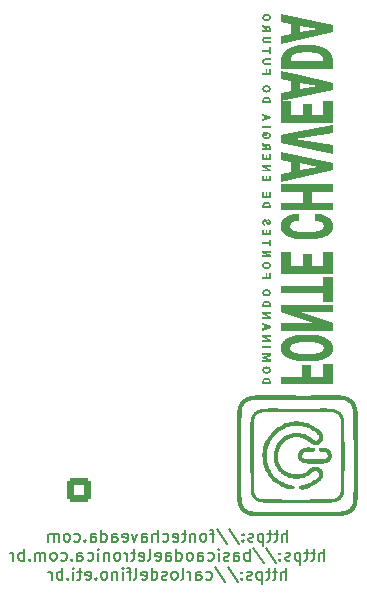
<source format=gbo>
G04 #@! TF.GenerationSoftware,KiCad,Pcbnew,8.0.5*
G04 #@! TF.CreationDate,2024-11-12T19:45:38-03:00*
G04 #@! TF.ProjectId,Teste R_pido Fonte Chaveada,54657374-6520-452e-9170-69646f20466f,rev?*
G04 #@! TF.SameCoordinates,Original*
G04 #@! TF.FileFunction,Legend,Bot*
G04 #@! TF.FilePolarity,Positive*
%FSLAX46Y46*%
G04 Gerber Fmt 4.6, Leading zero omitted, Abs format (unit mm)*
G04 Created by KiCad (PCBNEW 8.0.5) date 2024-11-12 19:45:38*
%MOMM*%
%LPD*%
G01*
G04 APERTURE LIST*
G04 Aperture macros list*
%AMRoundRect*
0 Rectangle with rounded corners*
0 $1 Rounding radius*
0 $2 $3 $4 $5 $6 $7 $8 $9 X,Y pos of 4 corners*
0 Add a 4 corners polygon primitive as box body*
4,1,4,$2,$3,$4,$5,$6,$7,$8,$9,$2,$3,0*
0 Add four circle primitives for the rounded corners*
1,1,$1+$1,$2,$3*
1,1,$1+$1,$4,$5*
1,1,$1+$1,$6,$7*
1,1,$1+$1,$8,$9*
0 Add four rect primitives between the rounded corners*
20,1,$1+$1,$2,$3,$4,$5,0*
20,1,$1+$1,$4,$5,$6,$7,0*
20,1,$1+$1,$6,$7,$8,$9,0*
20,1,$1+$1,$8,$9,$2,$3,0*%
G04 Aperture macros list end*
%ADD10C,0.000000*%
%ADD11C,0.200000*%
%ADD12RoundRect,0.315000X0.735000X0.735000X-0.735000X0.735000X-0.735000X-0.735000X0.735000X-0.735000X0*%
%ADD13C,2.100000*%
G04 APERTURE END LIST*
D10*
G36*
X124693442Y-56609595D02*
G01*
X124000000Y-56609595D01*
X124000000Y-56442379D01*
X124275954Y-56442379D01*
X124275954Y-56172952D01*
X124404777Y-56172952D01*
X124404777Y-56442379D01*
X124564704Y-56442379D01*
X124564704Y-56145746D01*
X124693442Y-56145746D01*
X124693442Y-56609595D01*
G37*
G36*
X124693612Y-67020976D02*
G01*
X124000169Y-67020976D01*
X124000169Y-66543399D01*
X124128823Y-66543399D01*
X124128823Y-66853845D01*
X124294683Y-66853845D01*
X124294683Y-66591029D01*
X124418591Y-66591029D01*
X124418591Y-66853845D01*
X124564873Y-66853845D01*
X124564873Y-66542381D01*
X124693612Y-66542381D01*
X124693612Y-67020976D01*
G37*
G36*
X124362400Y-82286962D02*
G01*
X124364180Y-82286962D01*
X124375885Y-82287169D01*
X124387449Y-82287696D01*
X124398871Y-82288543D01*
X124410152Y-82289709D01*
X124421291Y-82291195D01*
X124432289Y-82292999D01*
X124443145Y-82295123D01*
X124453859Y-82297566D01*
X124464431Y-82300327D01*
X124474861Y-82303407D01*
X124485148Y-82306806D01*
X124495293Y-82310523D01*
X124505296Y-82314558D01*
X124515156Y-82318912D01*
X124524873Y-82323583D01*
X124534448Y-82328573D01*
X124543830Y-82333819D01*
X124552941Y-82339323D01*
X124561781Y-82345084D01*
X124570349Y-82351101D01*
X124578647Y-82357373D01*
X124586675Y-82363901D01*
X124594432Y-82370684D01*
X124601921Y-82377720D01*
X124609140Y-82385009D01*
X124616090Y-82392551D01*
X124622772Y-82400345D01*
X124629186Y-82408391D01*
X124635332Y-82416687D01*
X124641211Y-82425234D01*
X124646823Y-82434030D01*
X124652169Y-82443075D01*
X124657217Y-82452331D01*
X124661938Y-82461730D01*
X124666331Y-82471273D01*
X124670398Y-82480959D01*
X124674138Y-82490789D01*
X124677551Y-82500762D01*
X124680638Y-82510880D01*
X124683399Y-82521141D01*
X124685834Y-82531546D01*
X124687944Y-82542095D01*
X124689729Y-82552789D01*
X124691188Y-82563627D01*
X124692323Y-82574610D01*
X124693133Y-82585737D01*
X124693619Y-82597009D01*
X124693781Y-82608426D01*
X124693781Y-82831749D01*
X124000424Y-82831749D01*
X124000424Y-82606393D01*
X124128993Y-82606393D01*
X124128993Y-82664446D01*
X124564958Y-82664446D01*
X124564958Y-82608426D01*
X124564757Y-82599316D01*
X124564156Y-82590484D01*
X124563154Y-82581930D01*
X124561752Y-82573653D01*
X124559950Y-82565653D01*
X124557749Y-82557930D01*
X124555149Y-82550484D01*
X124552150Y-82543315D01*
X124548753Y-82536421D01*
X124544958Y-82529803D01*
X124540765Y-82523461D01*
X124536175Y-82517395D01*
X124531189Y-82511603D01*
X124525806Y-82506086D01*
X124520027Y-82500844D01*
X124513852Y-82495876D01*
X124507302Y-82491213D01*
X124500364Y-82486853D01*
X124493039Y-82482796D01*
X124485325Y-82479043D01*
X124477223Y-82475591D01*
X124468732Y-82472442D01*
X124459853Y-82469595D01*
X124450585Y-82467048D01*
X124440927Y-82464803D01*
X124430879Y-82462858D01*
X124420442Y-82461214D01*
X124409615Y-82459869D01*
X124398397Y-82458824D01*
X124386789Y-82458078D01*
X124374790Y-82457630D01*
X124362400Y-82457481D01*
X124332568Y-82457481D01*
X124320115Y-82457630D01*
X124308055Y-82458078D01*
X124296388Y-82458824D01*
X124285113Y-82459869D01*
X124274230Y-82461214D01*
X124263738Y-82462858D01*
X124253638Y-82464803D01*
X124243928Y-82467048D01*
X124234608Y-82469595D01*
X124225678Y-82472442D01*
X124217138Y-82475591D01*
X124208987Y-82479043D01*
X124201225Y-82482796D01*
X124193851Y-82486853D01*
X124186866Y-82491213D01*
X124180268Y-82495876D01*
X124174077Y-82500837D01*
X124168283Y-82506058D01*
X124162884Y-82511539D01*
X124157883Y-82517280D01*
X124153278Y-82523280D01*
X124149072Y-82529541D01*
X124145264Y-82536060D01*
X124141854Y-82542839D01*
X124138844Y-82549877D01*
X124136233Y-82557175D01*
X124134023Y-82564731D01*
X124132213Y-82572546D01*
X124130805Y-82580620D01*
X124129798Y-82588953D01*
X124129194Y-82597544D01*
X124128993Y-82606393D01*
X124000424Y-82606393D01*
X124000424Y-82603510D01*
X124000650Y-82592341D01*
X124001203Y-82581303D01*
X124002082Y-82570395D01*
X124003289Y-82559619D01*
X124004824Y-82548972D01*
X124006687Y-82538457D01*
X124008878Y-82528071D01*
X124011399Y-82517816D01*
X124014249Y-82507691D01*
X124017430Y-82497696D01*
X124020942Y-82487831D01*
X124024784Y-82478095D01*
X124028959Y-82468489D01*
X124033466Y-82459013D01*
X124038305Y-82449666D01*
X124043477Y-82440449D01*
X124048929Y-82431426D01*
X124054637Y-82422665D01*
X124060602Y-82414165D01*
X124066824Y-82405926D01*
X124073303Y-82397946D01*
X124080040Y-82390225D01*
X124087034Y-82382763D01*
X124094286Y-82375559D01*
X124101797Y-82368612D01*
X124109566Y-82361922D01*
X124117594Y-82355487D01*
X124125881Y-82349308D01*
X124134427Y-82343384D01*
X124143232Y-82337714D01*
X124152297Y-82332297D01*
X124161623Y-82327133D01*
X124171126Y-82322269D01*
X124180790Y-82317718D01*
X124190612Y-82313482D01*
X124200593Y-82309559D01*
X124210730Y-82305950D01*
X124221023Y-82302654D01*
X124231471Y-82299673D01*
X124242073Y-82297005D01*
X124252828Y-82294651D01*
X124263735Y-82292611D01*
X124274793Y-82290885D01*
X124286001Y-82289473D01*
X124297358Y-82288374D01*
X124308863Y-82287590D01*
X124320515Y-82287119D01*
X124332313Y-82286962D01*
X124362400Y-82286962D01*
G37*
G36*
X129934771Y-60681853D02*
G01*
X125595544Y-60681853D01*
X125595544Y-58884429D01*
X126401198Y-58884429D01*
X126401198Y-60052484D01*
X127438650Y-60052484D01*
X127438650Y-59063595D01*
X128213794Y-59063595D01*
X128213794Y-60052483D01*
X129129117Y-60052483D01*
X129129117Y-58880699D01*
X129934771Y-58880699D01*
X129934771Y-60681853D01*
G37*
G36*
X124693358Y-55240932D02*
G01*
X124693273Y-55240932D01*
X124693273Y-55240847D01*
X124693358Y-55240932D01*
G37*
G36*
X124693612Y-63836159D02*
G01*
X124000169Y-63836159D01*
X124000169Y-63358496D01*
X124128823Y-63358496D01*
X124128823Y-63668943D01*
X124294683Y-63668943D01*
X124294683Y-63406126D01*
X124418591Y-63406126D01*
X124418591Y-63668943D01*
X124564873Y-63668943D01*
X124564873Y-63357479D01*
X124693612Y-63357479D01*
X124693612Y-63836159D01*
G37*
G36*
X127212870Y-63517117D02*
G01*
X129934771Y-64122114D01*
X129934771Y-64712922D01*
X125595544Y-65669944D01*
X125595544Y-64997943D01*
X126407300Y-64847423D01*
X126407300Y-64696987D01*
X127212870Y-64696987D01*
X128719340Y-64417475D01*
X127212870Y-64136183D01*
X127212870Y-64696987D01*
X126407300Y-64696987D01*
X126407300Y-63985748D01*
X125595544Y-63833363D01*
X125595544Y-63157634D01*
X127212870Y-63517117D01*
G37*
G36*
X124693612Y-71672685D02*
G01*
X124262054Y-71672685D01*
X124693612Y-71917872D01*
X124693612Y-72085003D01*
X124000169Y-72085003D01*
X124000169Y-71917872D01*
X124431727Y-71917872D01*
X124000169Y-71672176D01*
X124000169Y-71506063D01*
X124693612Y-71506063D01*
X124693612Y-71672685D01*
G37*
G36*
X124332737Y-81322907D02*
G01*
X124361976Y-81322907D01*
X124364519Y-81322907D01*
X124376952Y-81323103D01*
X124389206Y-81323594D01*
X124401282Y-81324382D01*
X124413181Y-81325465D01*
X124424902Y-81326844D01*
X124436447Y-81328520D01*
X124447815Y-81330491D01*
X124459007Y-81332759D01*
X124470023Y-81335322D01*
X124480863Y-81338182D01*
X124491529Y-81341337D01*
X124502020Y-81344789D01*
X124512337Y-81348536D01*
X124522479Y-81352580D01*
X124532448Y-81356919D01*
X124542244Y-81361555D01*
X124551769Y-81366488D01*
X124561019Y-81371658D01*
X124569994Y-81377065D01*
X124578694Y-81382708D01*
X124587119Y-81388590D01*
X124595267Y-81394708D01*
X124603139Y-81401065D01*
X124610735Y-81407660D01*
X124618053Y-81414493D01*
X124625094Y-81421565D01*
X124631856Y-81428876D01*
X124638341Y-81436425D01*
X124644547Y-81444214D01*
X124650474Y-81452243D01*
X124656122Y-81460512D01*
X124661490Y-81469020D01*
X124666555Y-81477710D01*
X124671295Y-81486554D01*
X124675708Y-81495552D01*
X124679795Y-81504703D01*
X124683556Y-81514005D01*
X124686991Y-81523459D01*
X124690099Y-81533063D01*
X124692880Y-81542817D01*
X124695335Y-81552720D01*
X124697463Y-81562772D01*
X124699264Y-81572971D01*
X124700737Y-81583316D01*
X124701884Y-81593808D01*
X124702703Y-81604445D01*
X124703194Y-81615226D01*
X124703358Y-81626152D01*
X124703193Y-81637200D01*
X124702698Y-81648100D01*
X124701873Y-81658850D01*
X124700717Y-81669451D01*
X124699231Y-81679901D01*
X124697414Y-81690202D01*
X124695265Y-81700352D01*
X124692785Y-81710351D01*
X124689974Y-81720199D01*
X124686830Y-81729897D01*
X124683354Y-81739442D01*
X124679545Y-81748836D01*
X124675404Y-81758079D01*
X124670930Y-81767169D01*
X124666123Y-81776106D01*
X124660982Y-81784891D01*
X124655550Y-81793489D01*
X124649839Y-81801835D01*
X124643848Y-81809928D01*
X124637578Y-81817769D01*
X124631030Y-81825356D01*
X124624204Y-81832691D01*
X124617099Y-81839773D01*
X124609717Y-81846601D01*
X124602059Y-81853177D01*
X124594123Y-81859499D01*
X124585911Y-81865567D01*
X124577423Y-81871381D01*
X124568659Y-81876942D01*
X124559620Y-81882249D01*
X124550307Y-81887302D01*
X124540719Y-81892101D01*
X124530869Y-81896626D01*
X124520835Y-81900858D01*
X124510616Y-81904796D01*
X124500211Y-81908440D01*
X124489622Y-81911792D01*
X124478847Y-81914851D01*
X124467886Y-81917617D01*
X124456740Y-81920091D01*
X124445408Y-81922273D01*
X124433890Y-81924164D01*
X124422187Y-81925763D01*
X124410297Y-81927070D01*
X124398221Y-81928087D01*
X124385959Y-81928812D01*
X124373510Y-81929248D01*
X124360875Y-81929393D01*
X124321804Y-81929393D01*
X124309624Y-81929014D01*
X124297618Y-81928355D01*
X124285788Y-81927414D01*
X124274132Y-81926191D01*
X124262652Y-81924684D01*
X124251348Y-81922894D01*
X124240219Y-81920819D01*
X124229265Y-81918459D01*
X124218488Y-81915813D01*
X124207886Y-81912880D01*
X124197460Y-81909660D01*
X124187211Y-81906151D01*
X124177138Y-81902353D01*
X124167241Y-81898266D01*
X124157521Y-81893888D01*
X124147977Y-81889218D01*
X124138628Y-81884302D01*
X124129556Y-81879152D01*
X124120759Y-81873766D01*
X124112237Y-81868145D01*
X124103992Y-81862289D01*
X124096021Y-81856196D01*
X124088326Y-81849868D01*
X124080907Y-81843304D01*
X124073762Y-81836504D01*
X124066893Y-81829467D01*
X124060298Y-81822192D01*
X124053978Y-81814681D01*
X124047933Y-81806933D01*
X124042162Y-81798947D01*
X124036665Y-81790723D01*
X124031443Y-81782261D01*
X124026502Y-81773630D01*
X124021880Y-81764837D01*
X124017579Y-81755883D01*
X124013596Y-81746769D01*
X124009933Y-81737495D01*
X124006589Y-81728063D01*
X124003564Y-81718474D01*
X124000858Y-81708727D01*
X123998471Y-81698825D01*
X123996403Y-81688767D01*
X123994653Y-81678555D01*
X123993221Y-81668191D01*
X123992108Y-81657673D01*
X123991313Y-81647004D01*
X123990836Y-81636184D01*
X123990679Y-81625299D01*
X124121196Y-81625299D01*
X124121410Y-81633512D01*
X124122050Y-81641465D01*
X124122531Y-81645345D01*
X124123119Y-81649159D01*
X124123813Y-81652909D01*
X124124615Y-81656594D01*
X124125524Y-81660214D01*
X124126539Y-81663770D01*
X124127662Y-81667261D01*
X124128892Y-81670687D01*
X124130229Y-81674049D01*
X124131673Y-81677347D01*
X124133225Y-81680580D01*
X124134883Y-81683748D01*
X124136649Y-81686853D01*
X124138522Y-81689893D01*
X124140503Y-81692869D01*
X124142591Y-81695781D01*
X124144786Y-81698628D01*
X124147089Y-81701412D01*
X124149499Y-81704131D01*
X124152016Y-81706787D01*
X124154641Y-81709378D01*
X124157374Y-81711906D01*
X124160214Y-81714370D01*
X124163162Y-81716769D01*
X124166218Y-81719106D01*
X124169381Y-81721378D01*
X124172652Y-81723587D01*
X124176031Y-81725732D01*
X124183064Y-81729826D01*
X124190467Y-81733654D01*
X124198239Y-81737217D01*
X124206379Y-81740514D01*
X124214889Y-81743545D01*
X124223766Y-81746312D01*
X124233011Y-81748814D01*
X124242624Y-81751052D01*
X124252605Y-81753026D01*
X124262952Y-81754735D01*
X124273667Y-81756181D01*
X124284749Y-81757363D01*
X124296197Y-81758283D01*
X124308011Y-81758939D01*
X124320191Y-81759332D01*
X124332737Y-81759464D01*
X124383758Y-81758954D01*
X124406649Y-81757588D01*
X124417540Y-81756559D01*
X124428062Y-81755300D01*
X124438215Y-81753809D01*
X124447998Y-81752088D01*
X124457412Y-81750136D01*
X124466456Y-81747954D01*
X124475131Y-81745540D01*
X124483437Y-81742895D01*
X124491373Y-81740019D01*
X124498940Y-81736913D01*
X124506138Y-81733575D01*
X124512967Y-81730005D01*
X124519426Y-81726205D01*
X124525516Y-81722173D01*
X124531237Y-81717909D01*
X124536589Y-81713415D01*
X124541572Y-81708688D01*
X124546185Y-81703730D01*
X124550429Y-81698541D01*
X124554304Y-81693119D01*
X124557810Y-81687466D01*
X124560947Y-81681581D01*
X124563715Y-81675464D01*
X124566113Y-81669116D01*
X124568143Y-81662535D01*
X124569803Y-81655722D01*
X124571095Y-81648677D01*
X124572017Y-81641400D01*
X124572571Y-81633890D01*
X124572755Y-81626148D01*
X124572545Y-81618226D01*
X124571913Y-81610539D01*
X124571440Y-81606784D01*
X124570862Y-81603088D01*
X124570179Y-81599450D01*
X124569390Y-81595871D01*
X124568497Y-81592350D01*
X124567499Y-81588887D01*
X124566396Y-81585483D01*
X124565189Y-81582137D01*
X124563876Y-81578849D01*
X124562459Y-81575619D01*
X124560938Y-81572448D01*
X124559311Y-81569334D01*
X124557581Y-81566278D01*
X124555745Y-81563280D01*
X124553806Y-81560339D01*
X124551762Y-81557456D01*
X124549613Y-81554631D01*
X124547360Y-81551863D01*
X124545003Y-81549152D01*
X124542542Y-81546499D01*
X124539977Y-81543903D01*
X124537307Y-81541364D01*
X124531656Y-81536458D01*
X124525589Y-81531779D01*
X124519107Y-81527327D01*
X124512206Y-81523142D01*
X124504916Y-81519230D01*
X124497237Y-81515592D01*
X124489168Y-81512226D01*
X124480710Y-81509132D01*
X124471863Y-81506310D01*
X124462626Y-81503759D01*
X124453000Y-81501478D01*
X124442985Y-81499468D01*
X124432580Y-81497727D01*
X124421786Y-81496255D01*
X124410603Y-81495053D01*
X124399030Y-81494118D01*
X124387068Y-81493451D01*
X124374717Y-81493051D01*
X124361976Y-81492918D01*
X124361966Y-81492928D01*
X124361955Y-81492938D01*
X124361934Y-81492959D01*
X124361913Y-81492980D01*
X124361892Y-81493002D01*
X124330025Y-81493002D01*
X124317578Y-81493182D01*
X124305501Y-81493629D01*
X124293795Y-81494342D01*
X124282459Y-81495320D01*
X124271494Y-81496564D01*
X124260898Y-81498074D01*
X124250671Y-81499849D01*
X124240813Y-81501890D01*
X124231323Y-81504195D01*
X124222202Y-81506766D01*
X124213448Y-81509602D01*
X124205062Y-81512703D01*
X124197042Y-81516068D01*
X124189390Y-81519698D01*
X124182103Y-81523593D01*
X124175183Y-81527752D01*
X124168654Y-81532126D01*
X124162546Y-81536733D01*
X124156856Y-81541570D01*
X124151587Y-81546639D01*
X124146738Y-81551939D01*
X124142309Y-81557468D01*
X124138301Y-81563227D01*
X124134714Y-81569215D01*
X124131547Y-81575431D01*
X124128803Y-81581876D01*
X124126479Y-81588547D01*
X124124578Y-81595446D01*
X124123099Y-81602571D01*
X124122042Y-81609922D01*
X124121407Y-81617498D01*
X124121196Y-81625299D01*
X123990679Y-81625299D01*
X123990678Y-81625215D01*
X123990839Y-81614214D01*
X123991326Y-81603367D01*
X123992138Y-81592673D01*
X123993276Y-81582130D01*
X123994740Y-81571740D01*
X123996532Y-81561501D01*
X123998653Y-81551414D01*
X124001102Y-81541478D01*
X124003881Y-81531693D01*
X124006991Y-81522059D01*
X124010431Y-81512575D01*
X124014204Y-81503242D01*
X124018310Y-81494059D01*
X124022749Y-81485025D01*
X124027522Y-81476141D01*
X124032630Y-81467406D01*
X124038046Y-81458867D01*
X124043742Y-81450570D01*
X124049719Y-81442518D01*
X124055977Y-81434710D01*
X124062517Y-81427148D01*
X124069339Y-81419832D01*
X124076443Y-81412762D01*
X124083830Y-81405940D01*
X124091500Y-81399366D01*
X124099454Y-81393042D01*
X124107691Y-81386967D01*
X124116212Y-81381142D01*
X124125018Y-81375569D01*
X124134109Y-81370248D01*
X124143485Y-81365180D01*
X124153147Y-81360365D01*
X124162982Y-81355823D01*
X124173006Y-81351576D01*
X124183217Y-81347623D01*
X124193615Y-81343963D01*
X124204199Y-81340597D01*
X124214969Y-81337524D01*
X124225923Y-81334745D01*
X124237062Y-81332258D01*
X124248385Y-81330065D01*
X124259891Y-81328164D01*
X124271580Y-81326556D01*
X124283450Y-81325241D01*
X124295501Y-81324218D01*
X124307733Y-81323488D01*
X124320145Y-81323050D01*
X124332737Y-81322904D01*
X124332737Y-81322907D01*
G37*
G36*
X124693697Y-80416397D02*
G01*
X124211203Y-80570730D01*
X124693697Y-80725403D01*
X124693697Y-80944998D01*
X124000254Y-80944998D01*
X124000254Y-80777698D01*
X124162216Y-80777698D01*
X124494104Y-80794053D01*
X124000253Y-80625904D01*
X124000253Y-80515387D01*
X124493596Y-80347747D01*
X124162216Y-80363934D01*
X124000254Y-80363934D01*
X124000254Y-80196293D01*
X124693697Y-80196293D01*
X124693697Y-80416397D01*
G37*
G36*
X127227518Y-85988317D02*
G01*
X127449740Y-86022761D01*
X127671615Y-86076172D01*
X127892283Y-86149137D01*
X128110879Y-86242246D01*
X128326541Y-86356086D01*
X128538407Y-86491244D01*
X128745614Y-86648309D01*
X128864321Y-86742250D01*
X128894884Y-86767324D01*
X128925173Y-86793474D01*
X128954874Y-86820920D01*
X128983672Y-86849880D01*
X129011254Y-86880576D01*
X129037304Y-86913227D01*
X129049657Y-86930354D01*
X129061510Y-86948053D01*
X129072823Y-86966350D01*
X129083556Y-86985273D01*
X129093672Y-87004850D01*
X129103129Y-87025108D01*
X129111890Y-87046075D01*
X129119914Y-87067778D01*
X129127163Y-87090245D01*
X129133597Y-87113502D01*
X129139177Y-87137578D01*
X129143864Y-87162500D01*
X129152099Y-87222455D01*
X129156397Y-87279221D01*
X129156951Y-87332934D01*
X129153949Y-87383729D01*
X129147583Y-87431742D01*
X129138042Y-87477106D01*
X129125516Y-87519958D01*
X129110196Y-87560432D01*
X129092272Y-87598664D01*
X129071934Y-87634788D01*
X129049372Y-87668940D01*
X129024777Y-87701254D01*
X128998338Y-87731866D01*
X128970246Y-87760911D01*
X128940691Y-87788523D01*
X128909863Y-87814838D01*
X128861502Y-87852004D01*
X128813993Y-87883672D01*
X128767324Y-87910093D01*
X128721479Y-87931517D01*
X128676443Y-87948193D01*
X128632203Y-87960371D01*
X128588744Y-87968301D01*
X128546050Y-87972233D01*
X128504108Y-87972417D01*
X128462903Y-87969102D01*
X128422420Y-87962539D01*
X128382645Y-87952977D01*
X128343563Y-87940666D01*
X128305160Y-87925856D01*
X128267421Y-87908797D01*
X128230331Y-87889738D01*
X128158042Y-87846622D01*
X128088175Y-87798507D01*
X128020615Y-87747392D01*
X127955245Y-87695275D01*
X127830608Y-87596031D01*
X127771108Y-87552901D01*
X127713332Y-87516765D01*
X127620444Y-87467986D01*
X127527438Y-87425659D01*
X127434460Y-87389628D01*
X127341656Y-87359732D01*
X127249171Y-87335814D01*
X127157152Y-87317716D01*
X127065744Y-87305278D01*
X126975094Y-87298342D01*
X126885347Y-87296750D01*
X126796650Y-87300344D01*
X126709148Y-87308964D01*
X126622987Y-87322452D01*
X126538313Y-87340650D01*
X126455273Y-87363400D01*
X126374012Y-87390542D01*
X126294676Y-87421918D01*
X126217411Y-87457371D01*
X126142363Y-87496740D01*
X126069678Y-87539869D01*
X125999501Y-87586597D01*
X125931980Y-87636768D01*
X125867259Y-87690222D01*
X125805486Y-87746800D01*
X125746805Y-87806345D01*
X125691362Y-87868698D01*
X125639304Y-87933701D01*
X125590777Y-88001194D01*
X125545926Y-88071019D01*
X125504898Y-88143018D01*
X125467838Y-88217033D01*
X125434893Y-88292905D01*
X125406208Y-88370475D01*
X125364972Y-88509759D01*
X125335875Y-88646711D01*
X125318457Y-88781027D01*
X125312258Y-88912406D01*
X125316818Y-89040543D01*
X125331678Y-89165136D01*
X125356377Y-89285882D01*
X125390456Y-89402478D01*
X125433455Y-89514622D01*
X125484914Y-89622010D01*
X125544374Y-89724339D01*
X125611374Y-89821308D01*
X125685454Y-89912611D01*
X125766156Y-89997948D01*
X125853018Y-90077015D01*
X125945581Y-90149508D01*
X126043386Y-90215126D01*
X126145972Y-90273565D01*
X126252880Y-90324522D01*
X126363650Y-90367695D01*
X126477822Y-90402780D01*
X126594936Y-90429475D01*
X126714532Y-90447477D01*
X126836151Y-90456483D01*
X126959332Y-90456189D01*
X127083616Y-90446294D01*
X127208543Y-90426494D01*
X127333654Y-90396486D01*
X127458487Y-90355968D01*
X127582585Y-90304636D01*
X127705486Y-90242188D01*
X127826730Y-90168320D01*
X127848707Y-90153254D01*
X127868065Y-90138990D01*
X127885164Y-90125403D01*
X127900367Y-90112368D01*
X127914035Y-90099759D01*
X127926531Y-90087451D01*
X127938216Y-90075320D01*
X127949451Y-90063239D01*
X127972022Y-90038729D01*
X127984081Y-90026049D01*
X127997138Y-90012919D01*
X128011554Y-89999214D01*
X128027692Y-89984807D01*
X128045913Y-89969575D01*
X128066579Y-89953392D01*
X128134624Y-89907319D01*
X128204889Y-89870276D01*
X128276770Y-89841947D01*
X128349663Y-89822017D01*
X128422963Y-89810171D01*
X128496066Y-89806094D01*
X128568369Y-89809471D01*
X128639268Y-89819986D01*
X128708158Y-89837326D01*
X128774436Y-89861174D01*
X128837497Y-89891215D01*
X128896737Y-89927135D01*
X128951553Y-89968619D01*
X129001341Y-90015350D01*
X129045496Y-90067015D01*
X129083414Y-90123298D01*
X129114492Y-90183884D01*
X129138125Y-90248457D01*
X129153710Y-90316704D01*
X129160642Y-90388308D01*
X129158317Y-90462955D01*
X129146132Y-90540330D01*
X129123481Y-90620117D01*
X129089763Y-90702001D01*
X129044371Y-90785667D01*
X128986703Y-90870801D01*
X128916154Y-90957087D01*
X128832120Y-91044210D01*
X128733998Y-91131855D01*
X128621183Y-91219707D01*
X128493071Y-91307450D01*
X128349058Y-91394770D01*
X128223747Y-91462494D01*
X128046510Y-91548829D01*
X127945119Y-91593612D01*
X127838787Y-91636611D01*
X127730195Y-91675679D01*
X127622022Y-91708672D01*
X127516948Y-91733443D01*
X127466412Y-91742075D01*
X127417655Y-91747847D01*
X127371014Y-91750491D01*
X127326822Y-91749738D01*
X127285416Y-91745320D01*
X127247129Y-91736969D01*
X127212298Y-91724417D01*
X127181258Y-91707396D01*
X127154342Y-91685637D01*
X127131887Y-91658872D01*
X127114227Y-91626833D01*
X127101697Y-91589252D01*
X127094633Y-91545861D01*
X127093369Y-91496390D01*
X127113837Y-91478041D01*
X127134559Y-91461610D01*
X127155603Y-91446935D01*
X127177036Y-91433852D01*
X127198928Y-91422199D01*
X127221346Y-91411811D01*
X127244358Y-91402526D01*
X127268034Y-91394179D01*
X127317647Y-91379651D01*
X127370730Y-91366919D01*
X127489490Y-91341621D01*
X127556259Y-91326442D01*
X127628683Y-91307833D01*
X127707305Y-91284490D01*
X127749112Y-91270634D01*
X127792674Y-91255104D01*
X127838058Y-91237738D01*
X127885334Y-91218371D01*
X127934569Y-91196840D01*
X127985831Y-91172983D01*
X128039190Y-91146635D01*
X128094712Y-91117634D01*
X128152467Y-91085816D01*
X128212522Y-91051018D01*
X128341410Y-90975127D01*
X128407564Y-90934966D01*
X128472833Y-90893050D01*
X128535696Y-90849170D01*
X128594633Y-90803120D01*
X128648127Y-90754690D01*
X128672357Y-90729518D01*
X128694656Y-90703672D01*
X128714834Y-90677128D01*
X128732701Y-90649859D01*
X128748067Y-90621839D01*
X128760742Y-90593042D01*
X128770537Y-90563441D01*
X128777261Y-90533012D01*
X128780725Y-90501727D01*
X128780737Y-90469562D01*
X128777110Y-90436489D01*
X128769651Y-90402483D01*
X128758173Y-90367518D01*
X128742484Y-90331567D01*
X128722394Y-90294606D01*
X128697715Y-90256607D01*
X128668255Y-90217544D01*
X128633825Y-90177393D01*
X128601453Y-90174896D01*
X128570738Y-90173664D01*
X128541598Y-90173647D01*
X128513950Y-90174795D01*
X128487713Y-90177059D01*
X128462803Y-90180389D01*
X128439138Y-90184734D01*
X128416637Y-90190044D01*
X128395216Y-90196271D01*
X128374793Y-90203363D01*
X128355286Y-90211272D01*
X128336613Y-90219946D01*
X128318690Y-90229337D01*
X128301437Y-90239395D01*
X128268606Y-90261309D01*
X128237462Y-90285290D01*
X128207346Y-90310939D01*
X128147559Y-90365643D01*
X128116571Y-90393900D01*
X128083975Y-90422228D01*
X128049111Y-90450228D01*
X128011320Y-90477502D01*
X127888496Y-90554632D01*
X127762243Y-90622019D01*
X127633051Y-90679700D01*
X127501413Y-90727710D01*
X127367817Y-90766086D01*
X127232754Y-90794864D01*
X127096716Y-90814079D01*
X126960192Y-90823768D01*
X126823672Y-90823968D01*
X126687649Y-90814713D01*
X126552611Y-90796040D01*
X126419050Y-90767986D01*
X126287456Y-90730587D01*
X126158319Y-90683878D01*
X126032131Y-90627895D01*
X125909381Y-90562675D01*
X125825632Y-90511706D01*
X125745815Y-90457899D01*
X125669925Y-90401357D01*
X125597956Y-90342183D01*
X125529904Y-90280479D01*
X125465762Y-90216349D01*
X125405527Y-90149894D01*
X125349192Y-90081218D01*
X125296752Y-90010423D01*
X125248202Y-89937612D01*
X125203538Y-89862888D01*
X125162753Y-89786353D01*
X125125843Y-89708110D01*
X125092803Y-89628262D01*
X125063626Y-89546911D01*
X125038309Y-89464161D01*
X125016845Y-89380113D01*
X124999230Y-89294871D01*
X124985459Y-89208538D01*
X124975525Y-89121215D01*
X124969425Y-89033006D01*
X124967153Y-88944014D01*
X124968703Y-88854340D01*
X124974070Y-88764089D01*
X124983250Y-88673362D01*
X124996237Y-88582262D01*
X125013026Y-88490892D01*
X125033611Y-88399355D01*
X125057988Y-88307753D01*
X125086151Y-88216189D01*
X125118095Y-88124766D01*
X125153815Y-88033586D01*
X125184888Y-87963756D01*
X125219968Y-87894922D01*
X125258947Y-87827240D01*
X125301715Y-87760863D01*
X125348162Y-87695945D01*
X125398179Y-87632640D01*
X125451658Y-87571101D01*
X125508488Y-87511483D01*
X125568561Y-87453938D01*
X125631766Y-87398621D01*
X125697996Y-87345686D01*
X125767140Y-87295286D01*
X125839089Y-87247576D01*
X125913734Y-87202708D01*
X125990966Y-87160838D01*
X126070674Y-87122118D01*
X126152751Y-87086702D01*
X126237087Y-87054744D01*
X126323572Y-87026398D01*
X126412098Y-87001818D01*
X126502554Y-86981158D01*
X126594831Y-86964571D01*
X126688821Y-86952211D01*
X126784414Y-86944232D01*
X126881500Y-86940787D01*
X126979971Y-86942031D01*
X127079717Y-86948117D01*
X127180628Y-86959200D01*
X127282596Y-86975432D01*
X127385511Y-86996967D01*
X127489264Y-87023961D01*
X127593745Y-87056565D01*
X127650297Y-87077193D01*
X127704669Y-87099878D01*
X127756948Y-87124367D01*
X127807217Y-87150407D01*
X127855561Y-87177742D01*
X127902064Y-87206119D01*
X127989885Y-87264985D01*
X128071358Y-87324972D01*
X128147156Y-87384050D01*
X128284434Y-87491353D01*
X128347264Y-87535516D01*
X128377523Y-87554336D01*
X128407124Y-87570644D01*
X128436150Y-87584186D01*
X128464687Y-87594708D01*
X128492819Y-87601955D01*
X128520630Y-87605674D01*
X128548205Y-87605612D01*
X128575629Y-87601513D01*
X128602985Y-87593125D01*
X128630359Y-87580194D01*
X128657834Y-87562464D01*
X128685495Y-87539684D01*
X128713427Y-87511598D01*
X128741714Y-87477953D01*
X128775577Y-87421252D01*
X128792556Y-87360636D01*
X128793409Y-87296767D01*
X128778894Y-87230309D01*
X128749766Y-87161925D01*
X128706784Y-87092276D01*
X128650703Y-87022026D01*
X128582282Y-86951838D01*
X128502277Y-86882374D01*
X128411445Y-86814298D01*
X128310544Y-86748272D01*
X128200330Y-86684958D01*
X128081560Y-86625021D01*
X127954991Y-86569123D01*
X127821381Y-86517926D01*
X127681486Y-86472093D01*
X127536063Y-86432288D01*
X127385870Y-86399172D01*
X127231663Y-86373409D01*
X127074200Y-86355662D01*
X126914237Y-86346594D01*
X126752532Y-86346867D01*
X126589842Y-86357143D01*
X126426923Y-86378087D01*
X126264532Y-86410361D01*
X126103428Y-86454627D01*
X125944366Y-86511549D01*
X125788103Y-86581789D01*
X125635398Y-86666010D01*
X125487006Y-86764875D01*
X125343685Y-86879047D01*
X125206192Y-87009189D01*
X125085427Y-87132343D01*
X124977910Y-87243415D01*
X124928441Y-87296981D01*
X124881468Y-87350600D01*
X124836720Y-87405296D01*
X124793925Y-87462093D01*
X124752812Y-87522015D01*
X124713109Y-87586088D01*
X124674543Y-87655334D01*
X124636844Y-87730780D01*
X124599739Y-87813448D01*
X124562957Y-87904364D01*
X124526225Y-88004551D01*
X124489273Y-88115034D01*
X124450721Y-88247191D01*
X124419419Y-88379817D01*
X124395282Y-88512670D01*
X124378225Y-88645505D01*
X124368161Y-88778079D01*
X124365005Y-88910149D01*
X124368670Y-89041470D01*
X124379072Y-89171800D01*
X124396123Y-89300894D01*
X124419739Y-89428508D01*
X124449834Y-89554400D01*
X124486321Y-89678326D01*
X124529115Y-89800041D01*
X124578130Y-89919303D01*
X124633280Y-90035867D01*
X124694480Y-90149490D01*
X124761643Y-90259929D01*
X124834684Y-90366939D01*
X124913517Y-90470277D01*
X124998056Y-90569700D01*
X125088216Y-90664964D01*
X125183910Y-90755824D01*
X125285053Y-90842038D01*
X125391558Y-90923362D01*
X125503341Y-90999552D01*
X125620315Y-91070365D01*
X125742394Y-91135557D01*
X125869493Y-91194884D01*
X126001526Y-91248102D01*
X126138407Y-91294969D01*
X126280050Y-91335240D01*
X126426369Y-91368672D01*
X126484808Y-91382716D01*
X126536848Y-91399748D01*
X126582503Y-91419345D01*
X126621783Y-91441085D01*
X126654701Y-91464547D01*
X126681268Y-91489309D01*
X126701496Y-91514949D01*
X126715397Y-91541046D01*
X126722982Y-91567177D01*
X126724263Y-91592922D01*
X126719252Y-91617857D01*
X126707961Y-91641563D01*
X126690401Y-91663616D01*
X126666585Y-91683595D01*
X126636523Y-91701079D01*
X126600228Y-91715645D01*
X126557711Y-91726872D01*
X126508985Y-91734339D01*
X126454060Y-91737622D01*
X126392949Y-91736302D01*
X126325664Y-91729956D01*
X126252216Y-91718161D01*
X126172616Y-91700498D01*
X126086877Y-91676543D01*
X125995011Y-91645875D01*
X125897029Y-91608072D01*
X125792942Y-91562713D01*
X125682763Y-91509376D01*
X125566504Y-91447639D01*
X125444176Y-91377081D01*
X125315790Y-91297279D01*
X125181360Y-91207812D01*
X125181361Y-91207893D01*
X125089716Y-91140843D01*
X124999342Y-91066662D01*
X124910624Y-90985872D01*
X124823947Y-90898994D01*
X124739697Y-90806551D01*
X124658259Y-90709064D01*
X124580016Y-90607057D01*
X124505356Y-90501049D01*
X124434662Y-90391565D01*
X124368321Y-90279126D01*
X124306716Y-90164253D01*
X124250233Y-90047470D01*
X124199258Y-89929297D01*
X124154175Y-89810257D01*
X124115369Y-89690873D01*
X124083226Y-89571666D01*
X124033692Y-89323026D01*
X124005381Y-89078654D01*
X123997431Y-88839138D01*
X124008978Y-88605065D01*
X124039160Y-88377024D01*
X124087115Y-88155602D01*
X124151979Y-87941388D01*
X124232890Y-87734970D01*
X124328985Y-87536935D01*
X124439401Y-87347872D01*
X124563275Y-87168368D01*
X124699746Y-86999011D01*
X124847949Y-86840390D01*
X125007022Y-86693092D01*
X125176104Y-86557706D01*
X125354329Y-86434819D01*
X125540837Y-86325019D01*
X125734764Y-86228894D01*
X125935247Y-86147032D01*
X126141424Y-86080022D01*
X126352432Y-86028451D01*
X126567408Y-85992907D01*
X126785490Y-85973978D01*
X127005814Y-85972252D01*
X127227518Y-85988317D01*
G37*
G36*
X124693612Y-65649516D02*
G01*
X124000169Y-65649516D01*
X124000169Y-65171938D01*
X124128823Y-65171938D01*
X124128823Y-65482385D01*
X124294683Y-65482385D01*
X124294683Y-65219568D01*
X124418591Y-65219568D01*
X124418591Y-65482385D01*
X124564873Y-65482385D01*
X124564873Y-65170921D01*
X124693612Y-65170921D01*
X124693612Y-65649516D01*
G37*
G36*
X124361637Y-51485224D02*
G01*
X124364180Y-51485224D01*
X124376613Y-51485420D01*
X124388867Y-51485911D01*
X124400944Y-51486699D01*
X124412842Y-51487782D01*
X124424564Y-51489162D01*
X124436108Y-51490838D01*
X124447476Y-51492809D01*
X124458668Y-51495076D01*
X124469684Y-51497640D01*
X124480525Y-51500499D01*
X124491190Y-51503655D01*
X124501681Y-51507106D01*
X124511998Y-51510853D01*
X124522140Y-51514897D01*
X124532109Y-51519236D01*
X124541905Y-51523871D01*
X124551430Y-51528804D01*
X124560680Y-51533974D01*
X124569655Y-51539381D01*
X124578356Y-51545025D01*
X124586780Y-51550906D01*
X124594928Y-51557025D01*
X124602800Y-51563381D01*
X124610396Y-51569976D01*
X124617714Y-51576809D01*
X124624755Y-51583881D01*
X124631518Y-51591192D01*
X124638002Y-51598742D01*
X124644208Y-51606531D01*
X124650135Y-51614560D01*
X124655783Y-51622828D01*
X124661151Y-51631337D01*
X124666217Y-51640027D01*
X124670956Y-51648871D01*
X124675369Y-51657869D01*
X124679457Y-51667019D01*
X124683218Y-51676320D01*
X124686652Y-51685772D01*
X124689760Y-51695374D01*
X124692542Y-51705124D01*
X124694996Y-51715023D01*
X124697124Y-51725068D01*
X124698925Y-51735260D01*
X124700398Y-51745597D01*
X124701545Y-51756079D01*
X124702364Y-51766704D01*
X124702855Y-51777473D01*
X124703019Y-51788383D01*
X124702854Y-51799447D01*
X124702359Y-51810360D01*
X124701534Y-51821122D01*
X124700379Y-51831732D01*
X124698892Y-51842191D01*
X124697075Y-51852498D01*
X124694926Y-51862654D01*
X124692446Y-51872658D01*
X124689635Y-51882510D01*
X124686491Y-51892210D01*
X124683015Y-51901757D01*
X124679207Y-51911153D01*
X124675065Y-51920396D01*
X124670591Y-51929486D01*
X124665784Y-51938423D01*
X124660643Y-51947208D01*
X124655211Y-51955806D01*
X124649500Y-51964152D01*
X124643509Y-51972244D01*
X124637239Y-51980084D01*
X124630691Y-51987670D01*
X124623865Y-51995003D01*
X124616760Y-52002083D01*
X124609379Y-52008908D01*
X124601720Y-52015479D01*
X124593784Y-52021795D01*
X124585572Y-52027857D01*
X124577084Y-52033663D01*
X124568320Y-52039215D01*
X124559282Y-52044511D01*
X124549968Y-52049551D01*
X124540380Y-52054335D01*
X124530530Y-52058874D01*
X124520496Y-52063116D01*
X124510277Y-52067060D01*
X124499872Y-52070709D01*
X124489283Y-52074063D01*
X124478508Y-52077121D01*
X124467547Y-52079885D01*
X124456401Y-52082356D01*
X124445069Y-52084534D01*
X124433552Y-52086419D01*
X124421848Y-52088013D01*
X124409958Y-52089315D01*
X124397882Y-52090327D01*
X124385620Y-52091049D01*
X124373171Y-52091482D01*
X124360536Y-52091626D01*
X124321465Y-52091626D01*
X124309285Y-52091261D01*
X124297279Y-52090612D01*
X124285449Y-52089679D01*
X124273793Y-52088461D01*
X124262313Y-52086958D01*
X124251009Y-52085169D01*
X124239880Y-52083095D01*
X124228926Y-52080735D01*
X124218149Y-52078089D01*
X124207547Y-52075157D01*
X124197121Y-52071938D01*
X124186872Y-52068433D01*
X124176799Y-52064640D01*
X124166902Y-52060561D01*
X124157182Y-52056193D01*
X124147638Y-52051538D01*
X124138290Y-52046621D01*
X124129217Y-52041467D01*
X124120420Y-52036078D01*
X124111898Y-52030452D01*
X124103653Y-52024590D01*
X124095682Y-52018493D01*
X124087988Y-52012160D01*
X124080568Y-52005592D01*
X124073423Y-51998788D01*
X124066554Y-51991749D01*
X124059959Y-51984475D01*
X124053639Y-51976965D01*
X124047594Y-51969221D01*
X124041823Y-51961242D01*
X124036326Y-51953029D01*
X124031104Y-51944581D01*
X124026163Y-51935936D01*
X124021542Y-51927133D01*
X124017240Y-51918172D01*
X124013257Y-51909052D01*
X124009594Y-51899776D01*
X124006250Y-51890342D01*
X124003225Y-51880752D01*
X124000519Y-51871005D01*
X123998132Y-51861103D01*
X123996064Y-51851045D01*
X123994314Y-51840831D01*
X123992883Y-51830463D01*
X123991769Y-51819941D01*
X123990974Y-51809264D01*
X123990498Y-51798434D01*
X123990340Y-51787535D01*
X124120857Y-51787535D01*
X124121071Y-51795749D01*
X124121712Y-51803704D01*
X124122192Y-51807585D01*
X124122780Y-51811401D01*
X124123475Y-51815153D01*
X124124276Y-51818840D01*
X124125185Y-51822463D01*
X124126201Y-51826021D01*
X124127323Y-51829515D01*
X124128553Y-51832944D01*
X124129890Y-51836308D01*
X124131334Y-51839608D01*
X124132886Y-51842843D01*
X124134544Y-51846014D01*
X124136310Y-51849120D01*
X124138183Y-51852162D01*
X124140164Y-51855139D01*
X124142252Y-51858051D01*
X124144447Y-51860899D01*
X124146750Y-51863683D01*
X124149160Y-51866402D01*
X124151678Y-51869056D01*
X124154303Y-51871646D01*
X124157035Y-51874171D01*
X124159876Y-51876631D01*
X124162823Y-51879028D01*
X124165879Y-51881359D01*
X124169042Y-51883626D01*
X124172313Y-51885828D01*
X124175692Y-51887966D01*
X124182725Y-51892075D01*
X124190128Y-51895916D01*
X124197900Y-51899490D01*
X124206041Y-51902797D01*
X124214550Y-51905837D01*
X124223427Y-51908610D01*
X124232672Y-51911118D01*
X124242285Y-51913360D01*
X124252266Y-51915337D01*
X124262614Y-51917049D01*
X124273328Y-51918497D01*
X124284410Y-51919681D01*
X124295858Y-51920601D01*
X124307672Y-51921258D01*
X124319852Y-51921651D01*
X124332398Y-51921782D01*
X124383419Y-51921189D01*
X124406310Y-51919837D01*
X124417201Y-51918815D01*
X124427723Y-51917561D01*
X124437876Y-51916077D01*
X124447659Y-51914361D01*
X124457073Y-51912413D01*
X124466117Y-51910235D01*
X124474792Y-51907825D01*
X124483098Y-51905183D01*
X124491034Y-51902310D01*
X124498602Y-51899206D01*
X124505799Y-51895870D01*
X124512628Y-51892302D01*
X124519087Y-51888502D01*
X124525178Y-51884470D01*
X124530899Y-51880207D01*
X124536250Y-51875711D01*
X124541233Y-51870984D01*
X124545846Y-51866024D01*
X124550090Y-51860832D01*
X124553965Y-51855408D01*
X124557471Y-51849752D01*
X124560608Y-51843863D01*
X124563376Y-51837742D01*
X124565774Y-51831389D01*
X124567804Y-51824803D01*
X124569464Y-51817984D01*
X124570756Y-51810933D01*
X124571678Y-51803649D01*
X124572232Y-51796132D01*
X124572416Y-51788382D01*
X124572206Y-51780475D01*
X124571575Y-51772801D01*
X124571101Y-51769051D01*
X124570523Y-51765360D01*
X124569840Y-51761727D01*
X124569051Y-51758152D01*
X124568158Y-51754636D01*
X124567160Y-51751177D01*
X124566057Y-51747777D01*
X124564850Y-51744434D01*
X124563537Y-51741149D01*
X124562120Y-51737922D01*
X124560599Y-51734753D01*
X124558972Y-51731641D01*
X124557242Y-51728587D01*
X124555406Y-51725590D01*
X124553467Y-51722651D01*
X124551423Y-51719770D01*
X124549274Y-51716945D01*
X124547021Y-51714178D01*
X124544665Y-51711469D01*
X124542203Y-51708816D01*
X124539638Y-51706221D01*
X124536968Y-51703682D01*
X124531317Y-51698776D01*
X124525250Y-51694098D01*
X124518768Y-51689646D01*
X124511867Y-51685446D01*
X124504577Y-51681521D01*
X124496898Y-51677871D01*
X124488829Y-51674495D01*
X124480371Y-51671393D01*
X124471524Y-51668564D01*
X124462288Y-51666008D01*
X124452662Y-51663723D01*
X124442646Y-51661709D01*
X124432242Y-51659966D01*
X124421448Y-51658492D01*
X124410264Y-51657288D01*
X124398691Y-51656353D01*
X124386729Y-51655685D01*
X124374378Y-51655285D01*
X124361637Y-51655152D01*
X124361616Y-51655173D01*
X124361595Y-51655194D01*
X124361553Y-51655237D01*
X124329687Y-51655237D01*
X124317239Y-51655432D01*
X124305162Y-51655892D01*
X124293456Y-51656616D01*
X124282121Y-51657605D01*
X124271155Y-51658857D01*
X124260559Y-51660374D01*
X124250332Y-51662154D01*
X124240474Y-51664199D01*
X124230984Y-51666508D01*
X124221863Y-51669082D01*
X124213109Y-51671919D01*
X124204723Y-51675021D01*
X124196704Y-51678387D01*
X124189051Y-51682017D01*
X124181764Y-51685911D01*
X124174844Y-51690070D01*
X124168316Y-51694445D01*
X124162207Y-51699051D01*
X124156518Y-51703889D01*
X124151248Y-51708958D01*
X124146399Y-51714256D01*
X124141970Y-51719784D01*
X124137962Y-51725540D01*
X124134375Y-51731524D01*
X124131209Y-51737736D01*
X124128464Y-51744175D01*
X124126141Y-51750840D01*
X124124239Y-51757730D01*
X124122760Y-51764845D01*
X124121703Y-51772185D01*
X124121069Y-51779748D01*
X124120857Y-51787535D01*
X123990340Y-51787535D01*
X123990339Y-51787450D01*
X123990501Y-51776466D01*
X123990987Y-51765632D01*
X123991799Y-51754948D01*
X123992937Y-51744415D01*
X123994401Y-51734031D01*
X123996194Y-51723798D01*
X123998314Y-51713714D01*
X124000763Y-51703779D01*
X124003542Y-51693993D01*
X124006652Y-51684355D01*
X124010093Y-51674867D01*
X124013865Y-51665526D01*
X124017971Y-51656334D01*
X124022410Y-51647289D01*
X124027183Y-51638392D01*
X124032291Y-51629642D01*
X124037707Y-51621117D01*
X124043403Y-51612834D01*
X124049380Y-51604793D01*
X124055639Y-51596995D01*
X124062179Y-51589441D01*
X124069000Y-51582131D01*
X124076105Y-51575067D01*
X124083492Y-51568249D01*
X124091161Y-51561679D01*
X124099115Y-51555357D01*
X124107352Y-51549284D01*
X124115873Y-51543461D01*
X124124679Y-51537888D01*
X124133770Y-51532567D01*
X124143146Y-51527499D01*
X124152808Y-51522684D01*
X124162643Y-51518144D01*
X124172667Y-51513896D01*
X124182878Y-51509943D01*
X124193276Y-51506284D01*
X124203860Y-51502917D01*
X124214630Y-51499845D01*
X124225585Y-51497065D01*
X124236724Y-51494578D01*
X124248046Y-51492385D01*
X124259552Y-51490484D01*
X124271241Y-51488877D01*
X124283111Y-51487561D01*
X124295162Y-51486538D01*
X124307395Y-51485808D01*
X124319807Y-51485370D01*
X124332398Y-51485224D01*
X124361637Y-51485224D01*
G37*
G36*
X124693273Y-53562246D02*
G01*
X124240272Y-53562246D01*
X124232400Y-53562350D01*
X124224803Y-53562663D01*
X124217480Y-53563184D01*
X124210433Y-53563914D01*
X124203661Y-53564853D01*
X124197166Y-53566000D01*
X124190946Y-53567356D01*
X124185004Y-53568920D01*
X124179338Y-53570693D01*
X124173950Y-53572674D01*
X124168840Y-53574864D01*
X124164008Y-53577263D01*
X124159454Y-53579870D01*
X124155180Y-53582686D01*
X124151184Y-53585710D01*
X124147469Y-53588943D01*
X124144005Y-53592365D01*
X124140763Y-53595989D01*
X124137744Y-53599815D01*
X124134948Y-53603841D01*
X124132375Y-53608066D01*
X124130025Y-53612490D01*
X124127898Y-53617113D01*
X124125995Y-53621933D01*
X124124315Y-53626949D01*
X124122858Y-53632161D01*
X124121626Y-53637569D01*
X124120617Y-53643171D01*
X124119832Y-53648967D01*
X124119271Y-53654955D01*
X124118935Y-53661136D01*
X124118822Y-53667508D01*
X124118933Y-53673838D01*
X124119265Y-53679974D01*
X124119819Y-53685914D01*
X124120595Y-53691658D01*
X124121593Y-53697208D01*
X124122812Y-53702563D01*
X124124253Y-53707722D01*
X124125916Y-53712686D01*
X124127802Y-53717455D01*
X124129909Y-53722029D01*
X124132239Y-53726408D01*
X124134791Y-53730591D01*
X124137566Y-53734580D01*
X124140563Y-53738373D01*
X124143783Y-53741971D01*
X124147225Y-53745374D01*
X124150890Y-53748582D01*
X124154778Y-53751594D01*
X124158888Y-53754412D01*
X124163222Y-53757034D01*
X124167779Y-53759461D01*
X124172559Y-53761693D01*
X124177561Y-53763730D01*
X124182788Y-53765572D01*
X124188237Y-53767218D01*
X124193910Y-53768669D01*
X124199807Y-53769926D01*
X124205927Y-53770987D01*
X124218838Y-53772523D01*
X124232644Y-53773279D01*
X124693272Y-53773279D01*
X124693272Y-53941427D01*
X124235865Y-53941427D01*
X124221756Y-53940958D01*
X124208031Y-53939933D01*
X124194689Y-53938351D01*
X124181731Y-53936212D01*
X124169154Y-53933516D01*
X124156959Y-53930263D01*
X124145143Y-53926451D01*
X124133707Y-53922082D01*
X124122649Y-53917155D01*
X124111969Y-53911669D01*
X124101665Y-53905625D01*
X124091737Y-53899022D01*
X124082184Y-53891859D01*
X124073006Y-53884138D01*
X124064200Y-53875856D01*
X124055766Y-53867015D01*
X124047837Y-53857699D01*
X124040417Y-53847962D01*
X124033505Y-53837804D01*
X124027103Y-53827225D01*
X124021212Y-53816226D01*
X124015830Y-53804806D01*
X124010960Y-53792966D01*
X124006600Y-53780705D01*
X124002752Y-53768025D01*
X123999416Y-53754924D01*
X123996592Y-53741404D01*
X123994280Y-53727464D01*
X123992482Y-53713104D01*
X123991197Y-53698325D01*
X123990426Y-53683126D01*
X123990168Y-53667508D01*
X123990285Y-53657122D01*
X123990633Y-53646910D01*
X123991213Y-53636870D01*
X123992025Y-53627004D01*
X123993068Y-53617312D01*
X123994343Y-53607794D01*
X123995848Y-53598451D01*
X123997584Y-53589282D01*
X123999551Y-53580287D01*
X124001748Y-53571468D01*
X124004174Y-53562824D01*
X124006830Y-53554356D01*
X124009716Y-53546063D01*
X124012831Y-53537947D01*
X124016175Y-53530006D01*
X124019747Y-53522243D01*
X124023538Y-53514679D01*
X124027538Y-53507340D01*
X124031748Y-53500225D01*
X124036167Y-53493334D01*
X124040796Y-53486666D01*
X124045635Y-53480222D01*
X124050686Y-53474000D01*
X124055947Y-53468001D01*
X124061420Y-53462225D01*
X124067105Y-53456671D01*
X124073002Y-53451338D01*
X124079112Y-53446228D01*
X124085435Y-53441339D01*
X124091972Y-53436671D01*
X124098722Y-53432224D01*
X124105686Y-53427998D01*
X124112807Y-53424013D01*
X124120092Y-53420287D01*
X124127539Y-53416820D01*
X124135151Y-53413613D01*
X124142926Y-53410664D01*
X124150865Y-53407974D01*
X124158969Y-53405542D01*
X124167237Y-53403367D01*
X124175671Y-53401450D01*
X124184269Y-53399789D01*
X124193033Y-53398385D01*
X124201962Y-53397237D01*
X124211057Y-53396345D01*
X124220318Y-53395708D01*
X124229746Y-53395326D01*
X124239340Y-53395199D01*
X124693273Y-53395199D01*
X124693273Y-53562246D01*
G37*
G36*
X129934771Y-73453668D02*
G01*
X125595544Y-73453668D01*
X125595544Y-71656242D01*
X126401198Y-71656242D01*
X126401198Y-72824297D01*
X127438650Y-72824297D01*
X127438650Y-71835325D01*
X128213794Y-71835325D01*
X128213794Y-72824297D01*
X129129117Y-72824297D01*
X129129117Y-71652598D01*
X129934771Y-71652598D01*
X129934771Y-73453668D01*
G37*
G36*
X129934857Y-82831749D02*
G01*
X125595630Y-82831749D01*
X125595630Y-82202294D01*
X127322709Y-82202294D01*
X127322709Y-81188234D01*
X128128364Y-81188234D01*
X128128364Y-82202294D01*
X129129203Y-82202294D01*
X129129203Y-81086192D01*
X129934857Y-81086192D01*
X129934857Y-82831749D01*
G37*
G36*
X124693358Y-53395199D02*
G01*
X124693273Y-53395199D01*
X124693273Y-53395115D01*
X124693358Y-53395199D01*
G37*
G36*
X129934772Y-76739765D02*
G01*
X127234143Y-76739765D01*
X129934772Y-77662631D01*
X129934772Y-78291407D01*
X125595545Y-78291407D01*
X125595545Y-77662631D01*
X128296173Y-77662631D01*
X125595545Y-76737984D01*
X125595545Y-76112768D01*
X129934772Y-76112768D01*
X129934772Y-76739765D01*
G37*
G36*
X124258409Y-60002383D02*
G01*
X124693528Y-60163253D01*
X124693528Y-60320214D01*
X124000085Y-60574640D01*
X124000085Y-60395983D01*
X124129756Y-60356065D01*
X124129756Y-60316147D01*
X124258409Y-60316147D01*
X124499190Y-60241904D01*
X124258409Y-60166983D01*
X124258409Y-60316147D01*
X124129756Y-60316147D01*
X124129756Y-60126894D01*
X124000085Y-60086467D01*
X124000085Y-59906877D01*
X124258409Y-60002383D01*
G37*
G36*
X125217242Y-83759522D02*
G01*
X126527059Y-83778977D01*
X127153812Y-83785294D01*
X127712738Y-83784800D01*
X127724773Y-83784789D01*
X127859356Y-83783111D01*
X127987940Y-83780710D01*
X128110056Y-83777530D01*
X128225235Y-83773515D01*
X128721205Y-83775973D01*
X128754512Y-83776142D01*
X130010941Y-83756138D01*
X130299259Y-83760601D01*
X130573165Y-83776992D01*
X130830611Y-83809384D01*
X131069550Y-83861849D01*
X131181438Y-83896881D01*
X131287932Y-83938458D01*
X131388775Y-83987089D01*
X131483710Y-84043284D01*
X131572483Y-84107550D01*
X131654836Y-84180397D01*
X131730515Y-84262334D01*
X131799262Y-84353870D01*
X131860822Y-84455514D01*
X131914939Y-84567775D01*
X131961357Y-84691162D01*
X131999820Y-84826184D01*
X132030072Y-84973349D01*
X132051857Y-85133167D01*
X132064918Y-85306147D01*
X132069000Y-85492798D01*
X132087116Y-89337994D01*
X132074054Y-91692603D01*
X132050938Y-92522125D01*
X132033853Y-92792968D01*
X132012555Y-92946161D01*
X131993103Y-93014148D01*
X131971451Y-93079499D01*
X131947646Y-93142242D01*
X131921732Y-93202411D01*
X131893755Y-93260034D01*
X131863761Y-93315145D01*
X131831794Y-93367773D01*
X131797899Y-93417950D01*
X131762123Y-93465708D01*
X131724509Y-93511076D01*
X131685104Y-93554086D01*
X131643953Y-93594769D01*
X131601100Y-93633157D01*
X131556592Y-93669280D01*
X131510473Y-93703170D01*
X131462789Y-93734857D01*
X131413585Y-93764372D01*
X131362906Y-93791748D01*
X131310797Y-93817014D01*
X131257304Y-93840202D01*
X131202472Y-93861343D01*
X131146346Y-93880468D01*
X131088972Y-93897608D01*
X131030394Y-93912794D01*
X130970658Y-93926058D01*
X130909810Y-93937430D01*
X130784955Y-93954624D01*
X130656192Y-93964624D01*
X130523883Y-93967679D01*
X126644734Y-93983294D01*
X124271341Y-93980883D01*
X123439626Y-93970087D01*
X123021111Y-93950218D01*
X122960774Y-93939770D01*
X122901490Y-93926644D01*
X122843309Y-93910898D01*
X122786282Y-93892591D01*
X122730460Y-93871781D01*
X122675893Y-93848527D01*
X122622633Y-93822886D01*
X122570729Y-93794917D01*
X122520233Y-93764679D01*
X122471195Y-93732229D01*
X122423666Y-93697626D01*
X122377696Y-93660928D01*
X122333336Y-93622194D01*
X122290638Y-93581482D01*
X122249650Y-93538850D01*
X122210425Y-93494357D01*
X122173013Y-93448060D01*
X122137464Y-93400019D01*
X122103829Y-93350291D01*
X122072159Y-93298935D01*
X122042505Y-93246009D01*
X122014917Y-93191572D01*
X121989445Y-93135681D01*
X121966141Y-93078395D01*
X121945056Y-93019773D01*
X121926239Y-92959873D01*
X121909741Y-92898752D01*
X121895614Y-92836470D01*
X121883908Y-92773085D01*
X121874673Y-92708655D01*
X121867960Y-92643238D01*
X121863820Y-92576892D01*
X121842410Y-88811408D01*
X121843620Y-88284820D01*
X122209197Y-88284820D01*
X122225289Y-92036599D01*
X122225279Y-92036621D01*
X122225268Y-92036642D01*
X122225247Y-92036683D01*
X122225226Y-92036725D01*
X122225215Y-92036746D01*
X122225204Y-92036768D01*
X122225051Y-92257585D01*
X122226972Y-92373517D01*
X122232083Y-92491391D01*
X122241774Y-92609902D01*
X122257440Y-92727744D01*
X122280473Y-92843612D01*
X122312266Y-92956201D01*
X122331883Y-93010858D01*
X122354211Y-93064205D01*
X122379426Y-93116080D01*
X122407701Y-93166320D01*
X122439211Y-93214760D01*
X122474129Y-93261239D01*
X122512630Y-93305593D01*
X122554888Y-93347658D01*
X122601076Y-93387272D01*
X122651369Y-93424271D01*
X122705942Y-93458493D01*
X122764967Y-93489774D01*
X122828619Y-93517950D01*
X122897073Y-93542860D01*
X122970502Y-93564339D01*
X123049080Y-93582224D01*
X123451009Y-93610848D01*
X124221507Y-93627574D01*
X126408657Y-93635333D01*
X130150635Y-93618076D01*
X130312469Y-93616854D01*
X130464048Y-93612445D01*
X130605671Y-93604027D01*
X130737638Y-93590775D01*
X130860248Y-93571867D01*
X130973802Y-93546477D01*
X131078599Y-93513782D01*
X131127807Y-93494438D01*
X131174939Y-93472959D01*
X131220032Y-93449241D01*
X131263122Y-93423182D01*
X131304249Y-93394680D01*
X131343448Y-93363630D01*
X131380758Y-93329930D01*
X131416217Y-93293477D01*
X131449860Y-93254168D01*
X131481727Y-93211900D01*
X131511855Y-93166570D01*
X131540280Y-93118075D01*
X131567042Y-93066312D01*
X131592176Y-93011178D01*
X131615720Y-92952570D01*
X131637713Y-92890385D01*
X131677191Y-92754873D01*
X131699548Y-92403116D01*
X131712618Y-91648233D01*
X131718677Y-89432407D01*
X131704990Y-85699763D01*
X131705552Y-85478414D01*
X131704087Y-85363888D01*
X131699552Y-85248257D01*
X131690520Y-85132618D01*
X131675561Y-85018068D01*
X131653245Y-84905703D01*
X131622145Y-84796622D01*
X131602853Y-84743656D01*
X131580830Y-84691921D01*
X131555896Y-84641556D01*
X131527873Y-84592697D01*
X131496581Y-84545482D01*
X131461843Y-84500047D01*
X131423480Y-84456530D01*
X131381313Y-84415068D01*
X131335164Y-84375798D01*
X131284853Y-84338857D01*
X131230203Y-84304382D01*
X131171035Y-84272511D01*
X131107169Y-84243380D01*
X131038429Y-84217126D01*
X130964634Y-84193888D01*
X130885606Y-84173801D01*
X130849914Y-84167911D01*
X130797513Y-84162470D01*
X130645675Y-84152872D01*
X130436284Y-84144889D01*
X130175531Y-84138404D01*
X129524706Y-84129450D01*
X128742732Y-84125066D01*
X127712738Y-84124388D01*
X123813714Y-84141340D01*
X123596033Y-84140797D01*
X123481990Y-84142215D01*
X123366065Y-84146600D01*
X123249450Y-84155334D01*
X123133334Y-84169798D01*
X123018909Y-84191373D01*
X122907364Y-84221440D01*
X122853044Y-84240090D01*
X122799891Y-84261381D01*
X122748052Y-84285485D01*
X122697678Y-84312576D01*
X122648917Y-84342825D01*
X122601918Y-84376406D01*
X122556830Y-84413491D01*
X122513801Y-84454253D01*
X122472980Y-84498865D01*
X122434516Y-84547499D01*
X122398558Y-84600327D01*
X122365255Y-84657523D01*
X122334755Y-84719259D01*
X122307207Y-84785707D01*
X122282761Y-84857041D01*
X122261564Y-84933433D01*
X122233757Y-85307832D01*
X122217340Y-86072322D01*
X122209197Y-88284820D01*
X121843620Y-88284820D01*
X121848077Y-86345126D01*
X121858343Y-85476217D01*
X121874838Y-85044459D01*
X121883815Y-84980913D01*
X121895209Y-84918482D01*
X121908976Y-84857213D01*
X121925073Y-84797149D01*
X121943460Y-84738336D01*
X121964093Y-84680821D01*
X121986929Y-84624647D01*
X122011926Y-84569860D01*
X122039042Y-84516505D01*
X122068235Y-84464629D01*
X122099460Y-84414275D01*
X122132677Y-84365490D01*
X122167842Y-84318318D01*
X122204914Y-84272805D01*
X122243849Y-84228996D01*
X122284605Y-84186937D01*
X122327139Y-84146672D01*
X122371410Y-84108247D01*
X122417374Y-84071708D01*
X122464989Y-84037099D01*
X122514213Y-84004465D01*
X122565003Y-83973853D01*
X122617316Y-83945308D01*
X122671111Y-83918874D01*
X122726343Y-83894597D01*
X122782972Y-83872522D01*
X122840955Y-83852694D01*
X122900248Y-83835160D01*
X122960810Y-83819963D01*
X123022598Y-83807150D01*
X123085569Y-83796766D01*
X123149681Y-83788855D01*
X123149766Y-83788855D01*
X123528204Y-83764463D01*
X124017439Y-83753717D01*
X124589706Y-83753208D01*
X125217242Y-83759522D01*
G37*
G36*
X124693612Y-73874631D02*
G01*
X124000169Y-73874631D01*
X124000169Y-73707330D01*
X124276122Y-73707330D01*
X124276122Y-73437987D01*
X124404946Y-73437987D01*
X124404946Y-73707330D01*
X124564873Y-73707330D01*
X124564873Y-73410783D01*
X124693612Y-73410783D01*
X124693612Y-73874631D01*
G37*
G36*
X125602961Y-84882425D02*
G01*
X126623682Y-84897586D01*
X127112104Y-84902497D01*
X127547642Y-84902087D01*
X127557050Y-84902078D01*
X127661933Y-84900784D01*
X127762129Y-84898910D01*
X127857271Y-84896415D01*
X127946995Y-84893261D01*
X128333549Y-84895210D01*
X128359484Y-84895382D01*
X129338573Y-84879767D01*
X129563250Y-84883247D01*
X129776698Y-84896035D01*
X129977319Y-84921307D01*
X130163518Y-84962240D01*
X130250711Y-84989572D01*
X130333700Y-85022011D01*
X130412285Y-85059953D01*
X130486267Y-85103796D01*
X130555446Y-85153937D01*
X130619623Y-85210773D01*
X130678599Y-85274702D01*
X130732174Y-85346119D01*
X130780148Y-85425422D01*
X130822322Y-85513009D01*
X130858496Y-85609277D01*
X130888471Y-85714622D01*
X130912048Y-85829441D01*
X130929027Y-85954133D01*
X130939207Y-86089093D01*
X130942391Y-86234719D01*
X130956460Y-89234851D01*
X130946277Y-91071979D01*
X130928252Y-91719207D01*
X130914929Y-91930537D01*
X130898320Y-92050078D01*
X130883165Y-92103126D01*
X130866296Y-92154115D01*
X130847748Y-92203070D01*
X130827556Y-92250015D01*
X130805757Y-92294975D01*
X130782384Y-92337973D01*
X130757473Y-92379034D01*
X130731060Y-92418183D01*
X130703180Y-92455444D01*
X130673869Y-92490840D01*
X130643160Y-92524396D01*
X130611091Y-92556137D01*
X130577696Y-92586087D01*
X130543010Y-92614269D01*
X130507069Y-92640709D01*
X130469908Y-92665431D01*
X130431563Y-92688458D01*
X130392068Y-92709816D01*
X130351459Y-92729528D01*
X130309772Y-92747618D01*
X130267041Y-92764112D01*
X130223302Y-92779033D01*
X130178590Y-92792406D01*
X130132940Y-92804254D01*
X130086389Y-92814603D01*
X130038970Y-92823476D01*
X129941674Y-92836892D01*
X129841334Y-92844697D01*
X129738232Y-92847086D01*
X126715376Y-92859248D01*
X124865874Y-92857384D01*
X124217744Y-92848987D01*
X123891603Y-92833526D01*
X123844589Y-92825371D01*
X123798396Y-92815126D01*
X123753063Y-92802837D01*
X123708629Y-92788550D01*
X123665135Y-92772311D01*
X123622618Y-92754164D01*
X123581120Y-92734155D01*
X123540678Y-92712330D01*
X123501334Y-92688735D01*
X123463126Y-92663414D01*
X123426093Y-92636414D01*
X123390275Y-92607779D01*
X123355712Y-92577556D01*
X123322443Y-92545789D01*
X123290508Y-92512525D01*
X123259945Y-92477809D01*
X123230794Y-92441686D01*
X123203096Y-92404202D01*
X123176888Y-92365403D01*
X123152211Y-92325333D01*
X123129104Y-92284039D01*
X123107607Y-92241566D01*
X123087759Y-92197959D01*
X123069599Y-92153265D01*
X123053167Y-92107528D01*
X123038503Y-92060794D01*
X123025645Y-92013108D01*
X123014634Y-91964517D01*
X123005508Y-91915065D01*
X122998307Y-91864798D01*
X122993071Y-91813762D01*
X122989839Y-91762002D01*
X122973207Y-88824046D01*
X122974142Y-88413159D01*
X123258821Y-88413159D01*
X123271301Y-91340530D01*
X123271386Y-91340530D01*
X123271287Y-91512793D01*
X123272793Y-91603239D01*
X123276782Y-91695203D01*
X123284340Y-91787666D01*
X123296553Y-91879609D01*
X123314505Y-91970014D01*
X123339283Y-92057861D01*
X123354571Y-92100507D01*
X123371972Y-92142132D01*
X123391622Y-92182607D01*
X123413656Y-92221807D01*
X123438211Y-92259603D01*
X123465423Y-92295868D01*
X123495426Y-92330475D01*
X123528356Y-92363296D01*
X123564350Y-92394204D01*
X123603542Y-92423072D01*
X123646069Y-92449772D01*
X123692066Y-92474177D01*
X123741669Y-92496160D01*
X123795013Y-92515593D01*
X123852234Y-92532348D01*
X123913469Y-92546300D01*
X124226690Y-92568630D01*
X124827112Y-92581681D01*
X126531453Y-92587743D01*
X129447363Y-92574266D01*
X129573469Y-92573302D01*
X129691585Y-92569854D01*
X129801945Y-92563279D01*
X129904781Y-92552934D01*
X130000327Y-92538177D01*
X130088816Y-92518365D01*
X130170482Y-92492856D01*
X130208829Y-92477764D01*
X130245559Y-92461006D01*
X130280698Y-92442502D01*
X130314278Y-92422173D01*
X130346328Y-92399937D01*
X130376875Y-92375714D01*
X130405951Y-92349424D01*
X130433583Y-92320986D01*
X130459801Y-92290321D01*
X130484634Y-92257348D01*
X130508111Y-92221986D01*
X130530262Y-92184155D01*
X130551116Y-92143775D01*
X130570701Y-92100766D01*
X130589047Y-92055046D01*
X130606184Y-92006537D01*
X130636944Y-91900826D01*
X130654343Y-91626363D01*
X130664516Y-91037376D01*
X130669245Y-89308532D01*
X130658641Y-86396257D01*
X130659083Y-86223579D01*
X130657942Y-86134229D01*
X130654408Y-86044014D01*
X130647369Y-85953790D01*
X130635710Y-85864413D01*
X130618318Y-85776740D01*
X130594081Y-85691627D01*
X130579047Y-85650299D01*
X130561884Y-85609931D01*
X130542452Y-85570632D01*
X130520614Y-85532508D01*
X130496229Y-85495667D01*
X130469158Y-85460215D01*
X130439262Y-85426259D01*
X130406402Y-85393907D01*
X130370439Y-85363265D01*
X130331234Y-85334441D01*
X130288647Y-85307541D01*
X130242539Y-85282673D01*
X130192772Y-85259944D01*
X130139205Y-85239461D01*
X130081700Y-85221330D01*
X130020118Y-85205659D01*
X129992303Y-85201057D01*
X129951466Y-85196808D01*
X129833142Y-85189323D01*
X129669972Y-85183107D01*
X129466781Y-85178063D01*
X128959642Y-85171109D01*
X128350330Y-85167690D01*
X127547642Y-85167181D01*
X124509276Y-85180319D01*
X124339637Y-85179893D01*
X124250761Y-85180999D01*
X124160417Y-85184422D01*
X124069535Y-85191238D01*
X123979041Y-85202526D01*
X123889863Y-85219362D01*
X123802930Y-85242824D01*
X123760595Y-85257376D01*
X123719169Y-85273989D01*
X123678768Y-85292797D01*
X123639508Y-85313935D01*
X123601506Y-85337537D01*
X123564876Y-85363738D01*
X123529735Y-85392673D01*
X123496199Y-85424477D01*
X123464384Y-85459284D01*
X123434406Y-85497228D01*
X123406381Y-85538445D01*
X123380424Y-85583070D01*
X123356653Y-85631236D01*
X123335183Y-85683078D01*
X123316129Y-85738732D01*
X123299608Y-85798332D01*
X123277959Y-86090441D01*
X123265175Y-86686909D01*
X123258821Y-88413159D01*
X122974142Y-88413159D01*
X122977588Y-86899799D01*
X122985566Y-86221844D01*
X122998399Y-85884949D01*
X123005391Y-85835378D01*
X123014266Y-85786678D01*
X123024992Y-85738882D01*
X123037534Y-85692027D01*
X123051861Y-85646147D01*
X123067939Y-85601278D01*
X123085735Y-85557456D01*
X123105215Y-85514715D01*
X123126346Y-85473091D01*
X123149096Y-85432620D01*
X123173430Y-85393336D01*
X123199316Y-85355275D01*
X123226721Y-85318472D01*
X123255611Y-85282963D01*
X123285953Y-85248783D01*
X123317714Y-85215967D01*
X123350860Y-85184551D01*
X123385360Y-85154570D01*
X123421178Y-85126059D01*
X123458283Y-85099054D01*
X123496641Y-85073590D01*
X123536219Y-85049702D01*
X123576983Y-85027426D01*
X123618901Y-85006797D01*
X123661938Y-84987850D01*
X123706063Y-84970621D01*
X123751242Y-84955145D01*
X123797441Y-84941458D01*
X123844628Y-84929594D01*
X123892768Y-84919589D01*
X123941830Y-84911478D01*
X123991780Y-84905297D01*
X123991864Y-84905297D01*
X124286751Y-84886273D01*
X124667988Y-84877894D01*
X125113937Y-84877499D01*
X125602961Y-84882425D01*
G37*
G36*
X124693358Y-54880820D02*
G01*
X124564619Y-54880820D01*
X124564619Y-54676398D01*
X124000000Y-54676398D01*
X124000000Y-54509097D01*
X124564619Y-54509097D01*
X124564619Y-54301030D01*
X124693358Y-54301030D01*
X124693358Y-54880820D01*
G37*
G36*
X124495860Y-68854716D02*
G01*
X124503608Y-68855098D01*
X124511244Y-68855735D01*
X124518770Y-68856627D01*
X124526186Y-68857775D01*
X124533492Y-68859179D01*
X124540688Y-68860840D01*
X124547774Y-68862757D01*
X124554751Y-68864932D01*
X124561620Y-68867364D01*
X124568379Y-68870054D01*
X124575030Y-68873003D01*
X124581573Y-68876210D01*
X124588007Y-68879677D01*
X124594334Y-68883403D01*
X124600554Y-68887389D01*
X124606631Y-68891608D01*
X124612531Y-68896033D01*
X124618254Y-68900665D01*
X124623800Y-68905502D01*
X124629167Y-68910545D01*
X124634357Y-68915794D01*
X124639368Y-68921247D01*
X124644201Y-68926906D01*
X124648855Y-68932768D01*
X124653330Y-68938836D01*
X124657626Y-68945107D01*
X124661742Y-68951582D01*
X124665679Y-68958261D01*
X124669435Y-68965143D01*
X124673011Y-68972228D01*
X124676407Y-68979516D01*
X124679640Y-68986997D01*
X124682664Y-68994597D01*
X124685480Y-69002317D01*
X124688087Y-69010157D01*
X124690486Y-69018117D01*
X124692676Y-69026197D01*
X124694657Y-69034398D01*
X124696430Y-69042720D01*
X124697994Y-69051164D01*
X124699350Y-69059728D01*
X124700497Y-69068414D01*
X124701436Y-69077223D01*
X124702166Y-69086153D01*
X124702687Y-69095205D01*
X124703000Y-69104381D01*
X124703104Y-69113679D01*
X124703009Y-69123188D01*
X124702722Y-69132584D01*
X124702245Y-69141864D01*
X124701576Y-69151029D01*
X124700715Y-69160077D01*
X124699663Y-69169008D01*
X124698418Y-69177820D01*
X124696981Y-69186512D01*
X124695351Y-69195085D01*
X124693528Y-69203536D01*
X124691512Y-69211866D01*
X124689303Y-69220073D01*
X124686899Y-69228156D01*
X124684302Y-69236115D01*
X124681511Y-69243948D01*
X124678525Y-69251655D01*
X124675384Y-69259222D01*
X124672092Y-69266573D01*
X124668651Y-69273707D01*
X124665059Y-69280625D01*
X124661315Y-69287326D01*
X124657419Y-69293811D01*
X124653371Y-69300079D01*
X124649169Y-69306130D01*
X124644814Y-69311965D01*
X124640303Y-69317584D01*
X124635638Y-69322986D01*
X124630817Y-69328171D01*
X124625839Y-69333140D01*
X124620704Y-69337892D01*
X124615412Y-69342428D01*
X124609961Y-69346748D01*
X124604408Y-69350811D01*
X124598747Y-69354610D01*
X124592977Y-69358145D01*
X124587099Y-69361417D01*
X124581114Y-69364426D01*
X124575023Y-69367172D01*
X124568825Y-69369655D01*
X124562521Y-69371876D01*
X124556112Y-69373835D01*
X124549598Y-69375532D01*
X124542980Y-69376967D01*
X124536259Y-69378140D01*
X124529433Y-69379052D01*
X124522505Y-69379704D01*
X124515475Y-69380095D01*
X124508343Y-69380225D01*
X124494061Y-69379698D01*
X124487066Y-69379040D01*
X124480168Y-69378119D01*
X124473367Y-69376935D01*
X124466664Y-69375487D01*
X124460057Y-69373776D01*
X124453548Y-69371803D01*
X124447136Y-69369565D01*
X124440821Y-69367065D01*
X124434603Y-69364301D01*
X124428482Y-69361275D01*
X124422458Y-69357985D01*
X124416530Y-69354432D01*
X124410700Y-69350615D01*
X124404967Y-69346536D01*
X124393790Y-69337587D01*
X124383001Y-69327586D01*
X124372599Y-69316532D01*
X124362583Y-69304424D01*
X124352954Y-69291265D01*
X124343710Y-69277052D01*
X124334853Y-69261787D01*
X124326381Y-69245468D01*
X124321216Y-69234741D01*
X124316016Y-69223278D01*
X124310778Y-69211073D01*
X124305500Y-69198123D01*
X124300177Y-69184422D01*
X124294809Y-69169965D01*
X124289390Y-69154748D01*
X124283920Y-69138764D01*
X124278473Y-69123128D01*
X124275765Y-69115763D01*
X124273067Y-69108701D01*
X124270380Y-69101942D01*
X124267703Y-69095487D01*
X124265037Y-69089334D01*
X124262382Y-69083486D01*
X124259738Y-69077941D01*
X124257104Y-69072700D01*
X124254482Y-69067764D01*
X124251871Y-69063132D01*
X124249272Y-69058805D01*
X124246684Y-69054784D01*
X124244108Y-69051068D01*
X124241543Y-69047657D01*
X124238908Y-69044514D01*
X124236148Y-69041571D01*
X124233265Y-69038827D01*
X124230257Y-69036283D01*
X124227125Y-69033940D01*
X124223867Y-69031799D01*
X124220485Y-69029858D01*
X124216976Y-69028120D01*
X124213341Y-69026585D01*
X124209580Y-69025252D01*
X124205692Y-69024124D01*
X124201677Y-69023199D01*
X124197534Y-69022479D01*
X124193263Y-69021964D01*
X124188863Y-69021655D01*
X124184335Y-69021552D01*
X124183996Y-69021552D01*
X124180000Y-69021647D01*
X124176118Y-69021932D01*
X124172349Y-69022408D01*
X124168694Y-69023072D01*
X124165153Y-69023925D01*
X124161725Y-69024967D01*
X124158412Y-69026196D01*
X124155212Y-69027612D01*
X124152127Y-69029215D01*
X124149156Y-69031005D01*
X124146299Y-69032980D01*
X124143558Y-69035140D01*
X124140930Y-69037485D01*
X124138418Y-69040014D01*
X124136020Y-69042726D01*
X124133738Y-69045622D01*
X124131581Y-69048709D01*
X124129559Y-69051931D01*
X124127674Y-69055287D01*
X124125925Y-69058778D01*
X124124313Y-69062404D01*
X124122838Y-69066165D01*
X124121502Y-69070059D01*
X124120304Y-69074088D01*
X124119246Y-69078251D01*
X124118327Y-69082548D01*
X124117548Y-69086979D01*
X124116909Y-69091543D01*
X124116412Y-69096241D01*
X124116056Y-69101073D01*
X124115842Y-69106037D01*
X124115770Y-69111135D01*
X124115874Y-69119085D01*
X124116184Y-69126756D01*
X124116701Y-69134148D01*
X124117426Y-69141261D01*
X124118358Y-69148094D01*
X124119498Y-69154648D01*
X124120846Y-69160921D01*
X124122402Y-69166913D01*
X124124167Y-69172625D01*
X124126141Y-69178055D01*
X124128324Y-69183203D01*
X124130716Y-69188068D01*
X124133318Y-69192652D01*
X124136129Y-69196952D01*
X124139151Y-69200969D01*
X124142382Y-69204702D01*
X124145788Y-69208197D01*
X124149426Y-69211468D01*
X124153295Y-69214513D01*
X124157394Y-69217334D01*
X124161725Y-69219930D01*
X124166285Y-69222301D01*
X124171075Y-69224447D01*
X124176093Y-69226367D01*
X124181340Y-69228062D01*
X124186815Y-69229531D01*
X124192517Y-69230775D01*
X124198447Y-69231792D01*
X124204602Y-69232584D01*
X124210984Y-69233150D01*
X124217591Y-69233489D01*
X124224423Y-69233602D01*
X124224423Y-69401158D01*
X124215933Y-69401025D01*
X124207563Y-69400625D01*
X124199314Y-69399957D01*
X124191184Y-69399022D01*
X124183176Y-69397818D01*
X124175290Y-69396344D01*
X124167526Y-69394601D01*
X124159884Y-69392587D01*
X124152366Y-69390302D01*
X124144971Y-69387745D01*
X124137701Y-69384916D01*
X124130555Y-69381814D01*
X124123534Y-69378438D01*
X124116639Y-69374788D01*
X124109870Y-69370863D01*
X124103228Y-69366663D01*
X124096722Y-69362195D01*
X124090395Y-69357466D01*
X124084246Y-69352476D01*
X124078274Y-69347226D01*
X124072478Y-69341714D01*
X124066859Y-69335941D01*
X124061416Y-69329906D01*
X124056148Y-69323610D01*
X124051055Y-69317051D01*
X124046136Y-69310229D01*
X124041391Y-69303145D01*
X124036819Y-69295798D01*
X124032420Y-69288187D01*
X124028194Y-69280313D01*
X124024139Y-69272175D01*
X124020256Y-69263774D01*
X124016592Y-69255192D01*
X124013168Y-69246481D01*
X124009981Y-69237641D01*
X124007031Y-69228673D01*
X124004319Y-69219577D01*
X124001844Y-69210353D01*
X123999606Y-69201001D01*
X123997605Y-69191522D01*
X123995840Y-69181916D01*
X123994311Y-69172183D01*
X123993018Y-69162324D01*
X123991961Y-69152338D01*
X123991139Y-69142226D01*
X123990552Y-69131988D01*
X123990201Y-69121624D01*
X123990083Y-69111135D01*
X123990287Y-69096411D01*
X123990897Y-69082083D01*
X123991915Y-69068151D01*
X123993338Y-69054614D01*
X123995168Y-69041474D01*
X123997404Y-69028730D01*
X124000046Y-69016383D01*
X124003093Y-69004433D01*
X124006545Y-68992880D01*
X124010402Y-68981725D01*
X124014664Y-68970968D01*
X124019331Y-68960608D01*
X124024401Y-68950647D01*
X124029876Y-68941085D01*
X124035754Y-68931921D01*
X124042036Y-68923156D01*
X124048674Y-68914858D01*
X124055618Y-68907094D01*
X124062871Y-68899865D01*
X124070429Y-68893170D01*
X124078295Y-68887011D01*
X124086466Y-68881386D01*
X124094943Y-68876297D01*
X124103725Y-68871742D01*
X124112812Y-68867723D01*
X124122204Y-68864240D01*
X124131900Y-68861292D01*
X124141900Y-68858880D01*
X124152203Y-68857004D01*
X124162809Y-68855663D01*
X124173718Y-68854859D01*
X124184929Y-68854591D01*
X124199004Y-68855031D01*
X124205896Y-68855581D01*
X124212691Y-68856350D01*
X124219389Y-68857340D01*
X124225989Y-68858549D01*
X124232492Y-68859979D01*
X124238899Y-68861628D01*
X124245208Y-68863497D01*
X124251421Y-68865585D01*
X124257536Y-68867893D01*
X124263555Y-68870421D01*
X124269477Y-68873168D01*
X124275303Y-68876136D01*
X124281031Y-68879322D01*
X124286663Y-68882728D01*
X124292199Y-68886354D01*
X124297638Y-68890199D01*
X124302980Y-68894263D01*
X124308226Y-68898547D01*
X124313375Y-68903051D01*
X124318429Y-68907773D01*
X124328246Y-68917876D01*
X124337679Y-68928857D01*
X124346727Y-68940714D01*
X124355391Y-68953447D01*
X124363671Y-68967057D01*
X124370294Y-68978991D01*
X124376812Y-68991725D01*
X124383225Y-69005260D01*
X124389531Y-69019603D01*
X124395731Y-69034755D01*
X124401822Y-69050723D01*
X124407804Y-69067508D01*
X124413675Y-69085116D01*
X124419436Y-69102373D01*
X124425151Y-69118292D01*
X124427992Y-69125748D01*
X124430823Y-69132868D01*
X124433643Y-69139651D01*
X124436452Y-69146096D01*
X124439252Y-69152204D01*
X124442042Y-69157974D01*
X124444823Y-69163405D01*
X124447595Y-69168497D01*
X124450357Y-69173249D01*
X124453111Y-69177661D01*
X124455856Y-69181733D01*
X124458594Y-69185463D01*
X124461315Y-69188913D01*
X124464076Y-69192144D01*
X124466877Y-69195156D01*
X124469719Y-69197948D01*
X124472600Y-69200519D01*
X124475522Y-69202869D01*
X124478484Y-69204998D01*
X124481487Y-69206905D01*
X124484531Y-69208589D01*
X124487616Y-69210051D01*
X124490741Y-69211288D01*
X124493908Y-69212302D01*
X124497116Y-69213092D01*
X124500365Y-69213656D01*
X124503655Y-69213995D01*
X124506988Y-69214109D01*
X124510762Y-69214008D01*
X124514456Y-69213706D01*
X124518069Y-69213203D01*
X124521601Y-69212497D01*
X124525051Y-69211588D01*
X124528418Y-69210475D01*
X124531702Y-69209158D01*
X124534903Y-69207636D01*
X124538019Y-69205908D01*
X124541050Y-69203974D01*
X124543995Y-69201833D01*
X124546854Y-69199485D01*
X124549626Y-69196928D01*
X124552311Y-69194163D01*
X124554907Y-69191189D01*
X124557415Y-69188005D01*
X124559817Y-69184705D01*
X124562067Y-69181259D01*
X124564162Y-69177665D01*
X124566105Y-69173923D01*
X124567893Y-69170033D01*
X124569527Y-69165994D01*
X124571006Y-69161808D01*
X124572331Y-69157472D01*
X124573501Y-69152988D01*
X124574516Y-69148354D01*
X124575375Y-69143571D01*
X124576079Y-69138638D01*
X124576626Y-69133555D01*
X124577018Y-69128322D01*
X124577253Y-69122939D01*
X124577331Y-69117404D01*
X124577239Y-69111962D01*
X124576962Y-69106662D01*
X124576501Y-69101504D01*
X124575856Y-69096487D01*
X124575027Y-69091612D01*
X124574015Y-69086877D01*
X124572819Y-69082282D01*
X124571441Y-69077826D01*
X124569880Y-69073510D01*
X124568136Y-69069332D01*
X124566210Y-69065292D01*
X124564102Y-69061390D01*
X124561812Y-69057624D01*
X124559341Y-69053996D01*
X124556688Y-69050503D01*
X124553855Y-69047146D01*
X124550871Y-69044018D01*
X124547737Y-69041088D01*
X124544451Y-69038355D01*
X124541015Y-69035821D01*
X124537427Y-69033487D01*
X124533689Y-69031352D01*
X124529800Y-69029417D01*
X124525759Y-69027683D01*
X124521568Y-69026151D01*
X124517226Y-69024822D01*
X124512733Y-69023695D01*
X124508088Y-69022771D01*
X124503293Y-69022052D01*
X124498347Y-69021537D01*
X124493250Y-69021228D01*
X124488002Y-69021125D01*
X124488002Y-68854589D01*
X124495860Y-68854716D01*
G37*
G36*
X128006987Y-88178913D02*
G01*
X128111425Y-88188005D01*
X128207040Y-88201766D01*
X128291221Y-88218823D01*
X128361353Y-88237801D01*
X128414826Y-88257325D01*
X128424064Y-88319175D01*
X128425917Y-88372379D01*
X128420857Y-88417550D01*
X128409354Y-88455301D01*
X128391878Y-88486245D01*
X128368899Y-88510994D01*
X128340887Y-88530162D01*
X128308314Y-88544360D01*
X128271648Y-88554203D01*
X128231361Y-88560302D01*
X128187922Y-88563271D01*
X128141802Y-88563721D01*
X128043400Y-88559521D01*
X127939917Y-88552604D01*
X127835115Y-88547871D01*
X127783395Y-88547856D01*
X127732756Y-88550226D01*
X127683669Y-88555593D01*
X127636603Y-88564570D01*
X127592029Y-88577771D01*
X127550417Y-88595807D01*
X127512238Y-88619292D01*
X127477961Y-88648838D01*
X127448058Y-88685058D01*
X127422998Y-88728566D01*
X127403251Y-88779973D01*
X127389288Y-88839893D01*
X127381580Y-88908939D01*
X127380595Y-88987722D01*
X127433520Y-89031856D01*
X127480745Y-89068832D01*
X127502566Y-89084821D01*
X127523376Y-89099243D01*
X127543314Y-89112173D01*
X127562519Y-89123684D01*
X127581127Y-89133852D01*
X127599279Y-89142750D01*
X127617111Y-89150453D01*
X127634762Y-89157034D01*
X127652370Y-89162569D01*
X127670073Y-89167132D01*
X127688010Y-89170796D01*
X127706319Y-89173636D01*
X127725138Y-89175727D01*
X127744605Y-89177142D01*
X127786037Y-89178244D01*
X127831720Y-89177537D01*
X127882760Y-89175613D01*
X128005334Y-89170497D01*
X128079079Y-89168494D01*
X128162604Y-89167651D01*
X128409410Y-89169548D01*
X128661540Y-89173033D01*
X128912907Y-89174230D01*
X129036402Y-89172758D01*
X129157425Y-89169260D01*
X129188059Y-89167223D01*
X129217569Y-89163606D01*
X129245925Y-89158476D01*
X129273098Y-89151903D01*
X129299056Y-89143953D01*
X129323770Y-89134694D01*
X129347210Y-89124196D01*
X129369346Y-89112527D01*
X129390149Y-89099753D01*
X129409587Y-89085944D01*
X129427631Y-89071167D01*
X129444252Y-89055492D01*
X129459418Y-89038985D01*
X129473100Y-89021715D01*
X129485269Y-89003750D01*
X129495893Y-88985158D01*
X129504944Y-88966007D01*
X129512390Y-88946366D01*
X129518203Y-88926303D01*
X129522352Y-88905885D01*
X129524806Y-88885181D01*
X129525537Y-88864259D01*
X129524514Y-88843187D01*
X129521707Y-88822034D01*
X129517086Y-88800867D01*
X129510621Y-88779754D01*
X129502282Y-88758763D01*
X129492039Y-88737964D01*
X129479862Y-88717423D01*
X129465722Y-88697209D01*
X129449587Y-88677391D01*
X129431429Y-88658035D01*
X129405394Y-88634404D01*
X129378739Y-88614479D01*
X129351571Y-88597964D01*
X129323999Y-88584560D01*
X129296131Y-88573970D01*
X129268074Y-88565895D01*
X129239938Y-88560039D01*
X129211830Y-88556102D01*
X129156132Y-88552796D01*
X129101846Y-88553595D01*
X129000972Y-88557976D01*
X128956115Y-88556792D01*
X128935460Y-88554313D01*
X128916132Y-88550180D01*
X128898239Y-88544095D01*
X128881889Y-88535759D01*
X128867190Y-88524874D01*
X128854250Y-88511144D01*
X128843179Y-88494269D01*
X128834083Y-88473952D01*
X128827071Y-88449896D01*
X128822252Y-88421802D01*
X128819733Y-88389372D01*
X128819623Y-88352309D01*
X128822029Y-88310314D01*
X128827061Y-88263090D01*
X128876940Y-88241312D01*
X128927529Y-88223434D01*
X128978640Y-88209370D01*
X129030084Y-88199035D01*
X129081672Y-88192342D01*
X129133215Y-88189205D01*
X129184524Y-88189539D01*
X129235410Y-88193258D01*
X129285685Y-88200275D01*
X129335159Y-88210505D01*
X129383644Y-88223861D01*
X129430951Y-88240259D01*
X129476891Y-88259611D01*
X129521275Y-88281832D01*
X129563914Y-88306836D01*
X129604620Y-88334537D01*
X129643203Y-88364850D01*
X129679475Y-88397687D01*
X129713247Y-88432964D01*
X129744329Y-88470594D01*
X129772534Y-88510491D01*
X129797672Y-88552569D01*
X129819555Y-88596743D01*
X129837993Y-88642927D01*
X129852797Y-88691034D01*
X129863780Y-88740978D01*
X129870751Y-88792675D01*
X129873523Y-88846037D01*
X129871906Y-88900978D01*
X129865711Y-88957414D01*
X129854749Y-89015258D01*
X129838832Y-89074423D01*
X129820022Y-89127903D01*
X129797966Y-89177305D01*
X129772789Y-89222786D01*
X129744617Y-89264500D01*
X129713573Y-89302606D01*
X129679782Y-89337257D01*
X129643369Y-89368612D01*
X129604458Y-89396825D01*
X129563175Y-89422053D01*
X129519643Y-89444451D01*
X129473987Y-89464177D01*
X129426332Y-89481386D01*
X129376803Y-89496235D01*
X129325523Y-89508878D01*
X129272619Y-89519473D01*
X129218213Y-89528176D01*
X129105399Y-89540528D01*
X128988078Y-89547184D01*
X128867246Y-89549392D01*
X128743900Y-89548401D01*
X128493657Y-89541817D01*
X128245322Y-89537422D01*
X128245407Y-89537510D01*
X128084197Y-89540017D01*
X127885955Y-89539300D01*
X127779109Y-89533897D01*
X127670399Y-89523088D01*
X127562289Y-89505338D01*
X127457243Y-89479115D01*
X127406639Y-89462346D01*
X127357726Y-89442884D01*
X127310812Y-89420536D01*
X127266203Y-89395112D01*
X127224210Y-89366419D01*
X127185138Y-89334266D01*
X127149298Y-89298461D01*
X127116996Y-89258812D01*
X127088541Y-89215128D01*
X127064241Y-89167217D01*
X127044403Y-89114887D01*
X127029337Y-89057946D01*
X127019349Y-88996204D01*
X127014749Y-88929468D01*
X127015843Y-88857547D01*
X127022941Y-88780248D01*
X127034832Y-88711189D01*
X127052026Y-88647249D01*
X127074199Y-88588256D01*
X127101023Y-88534040D01*
X127132172Y-88484427D01*
X127167319Y-88439246D01*
X127206137Y-88398326D01*
X127248301Y-88361494D01*
X127293484Y-88328578D01*
X127341358Y-88299408D01*
X127391599Y-88273810D01*
X127443878Y-88251614D01*
X127497870Y-88232647D01*
X127553248Y-88216737D01*
X127609686Y-88203713D01*
X127666856Y-88193404D01*
X127724433Y-88185636D01*
X127782090Y-88180238D01*
X127896338Y-88175866D01*
X128006987Y-88178913D01*
G37*
G36*
X124286802Y-52585731D02*
G01*
X124290559Y-52578058D01*
X124294458Y-52570643D01*
X124298497Y-52563486D01*
X124302677Y-52556588D01*
X124306999Y-52549949D01*
X124311461Y-52543569D01*
X124316064Y-52537447D01*
X124320809Y-52531585D01*
X124325694Y-52525982D01*
X124330721Y-52520638D01*
X124335889Y-52515554D01*
X124341197Y-52510729D01*
X124346647Y-52506165D01*
X124352238Y-52501859D01*
X124357969Y-52497814D01*
X124363842Y-52494029D01*
X124369898Y-52490475D01*
X124376146Y-52487152D01*
X124382587Y-52484061D01*
X124389221Y-52481201D01*
X124396049Y-52478572D01*
X124403069Y-52476174D01*
X124410283Y-52474006D01*
X124417691Y-52472068D01*
X124425292Y-52470359D01*
X124433088Y-52468879D01*
X124441077Y-52467628D01*
X124449260Y-52466605D01*
X124457637Y-52465811D01*
X124466209Y-52465243D01*
X124468596Y-52465151D01*
X124474975Y-52464903D01*
X124483935Y-52464790D01*
X124496235Y-52465059D01*
X124508185Y-52465867D01*
X124519784Y-52467215D01*
X124531034Y-52469103D01*
X124541932Y-52471532D01*
X124552480Y-52474502D01*
X124562677Y-52478014D01*
X124572523Y-52482069D01*
X124582017Y-52486667D01*
X124591159Y-52491809D01*
X124599949Y-52497495D01*
X124608386Y-52503727D01*
X124616471Y-52510504D01*
X124624204Y-52517828D01*
X124631583Y-52525699D01*
X124638609Y-52534117D01*
X124645258Y-52543035D01*
X124651476Y-52552372D01*
X124657264Y-52562127D01*
X124662622Y-52572302D01*
X124667550Y-52582895D01*
X124672048Y-52593907D01*
X124676116Y-52605337D01*
X124679755Y-52617185D01*
X124682965Y-52629451D01*
X124685746Y-52642136D01*
X124688099Y-52655238D01*
X124690023Y-52668758D01*
X124691519Y-52682696D01*
X124692588Y-52697051D01*
X124693229Y-52711823D01*
X124693442Y-52727013D01*
X124693442Y-53000000D01*
X124000000Y-53000000D01*
X124000000Y-52832699D01*
X124244849Y-52832699D01*
X124244849Y-52742268D01*
X124214137Y-52726928D01*
X124373418Y-52726928D01*
X124373418Y-52832699D01*
X124564535Y-52832699D01*
X124564535Y-52726928D01*
X124564436Y-52721138D01*
X124564141Y-52715526D01*
X124563647Y-52710094D01*
X124562955Y-52704840D01*
X124562064Y-52699765D01*
X124560973Y-52694868D01*
X124559681Y-52690150D01*
X124558189Y-52685612D01*
X124556495Y-52681251D01*
X124554599Y-52677070D01*
X124552500Y-52673068D01*
X124550197Y-52669244D01*
X124547690Y-52665599D01*
X124544979Y-52662133D01*
X124542062Y-52658845D01*
X124538939Y-52655736D01*
X124535684Y-52652767D01*
X124532274Y-52649991D01*
X124528710Y-52647410D01*
X124524992Y-52645022D01*
X124521122Y-52642827D01*
X124517099Y-52640825D01*
X124512925Y-52639016D01*
X124508598Y-52637398D01*
X124504121Y-52635972D01*
X124499494Y-52634738D01*
X124494716Y-52633694D01*
X124489789Y-52632841D01*
X124484713Y-52632179D01*
X124479488Y-52631706D01*
X124474116Y-52631422D01*
X124468596Y-52631328D01*
X124463049Y-52631421D01*
X124457658Y-52631702D01*
X124452424Y-52632169D01*
X124447345Y-52632824D01*
X124442422Y-52633667D01*
X124437654Y-52634698D01*
X124433041Y-52635917D01*
X124428582Y-52637324D01*
X124424277Y-52638920D01*
X124420125Y-52640705D01*
X124416127Y-52642679D01*
X124412281Y-52644843D01*
X124408588Y-52647196D01*
X124405047Y-52649740D01*
X124401658Y-52652473D01*
X124398420Y-52655397D01*
X124395388Y-52658493D01*
X124392552Y-52661773D01*
X124389913Y-52665238D01*
X124387470Y-52668886D01*
X124385223Y-52672718D01*
X124383172Y-52676734D01*
X124381317Y-52680933D01*
X124379658Y-52685315D01*
X124378194Y-52689880D01*
X124376927Y-52694627D01*
X124375854Y-52699556D01*
X124374977Y-52704668D01*
X124374295Y-52709961D01*
X124373808Y-52715435D01*
X124373515Y-52721091D01*
X124373418Y-52726928D01*
X124214137Y-52726928D01*
X124000000Y-52619971D01*
X124000000Y-52440805D01*
X124007119Y-52440805D01*
X124286802Y-52585731D01*
G37*
G36*
X127858767Y-78616515D02*
G01*
X127875040Y-78616515D01*
X128029554Y-78619173D01*
X128179605Y-78626262D01*
X128325202Y-78637787D01*
X128466356Y-78653752D01*
X128603076Y-78674163D01*
X128735372Y-78699024D01*
X128863255Y-78728342D01*
X128986734Y-78762119D01*
X129046341Y-78780666D01*
X129104230Y-78800107D01*
X129160400Y-78820442D01*
X129214849Y-78841672D01*
X129267575Y-78863797D01*
X129318576Y-78886817D01*
X129367852Y-78910732D01*
X129415400Y-78935543D01*
X129461219Y-78961250D01*
X129505308Y-78987853D01*
X129547663Y-79015352D01*
X129588285Y-79043748D01*
X129627172Y-79073041D01*
X129664321Y-79103230D01*
X129699731Y-79134318D01*
X129733401Y-79166303D01*
X129765176Y-79199052D01*
X129794903Y-79232371D01*
X129822581Y-79266257D01*
X129848211Y-79300709D01*
X129871792Y-79335726D01*
X129893323Y-79371306D01*
X129912805Y-79407448D01*
X129930238Y-79444151D01*
X129945620Y-79481413D01*
X129958952Y-79519232D01*
X129970234Y-79557608D01*
X129979465Y-79596540D01*
X129986646Y-79636025D01*
X129991775Y-79676062D01*
X129994852Y-79716651D01*
X129995878Y-79757788D01*
X129994840Y-79799351D01*
X129991727Y-79840357D01*
X129986538Y-79880804D01*
X129979275Y-79920691D01*
X129969936Y-79960018D01*
X129958523Y-79998783D01*
X129945036Y-80036985D01*
X129929475Y-80074623D01*
X129911840Y-80111696D01*
X129892131Y-80148203D01*
X129870349Y-80184143D01*
X129846495Y-80219513D01*
X129820567Y-80254315D01*
X129792567Y-80288545D01*
X129762494Y-80322204D01*
X129730350Y-80355289D01*
X129696299Y-80387615D01*
X129660507Y-80418995D01*
X129622977Y-80449427D01*
X129583710Y-80478911D01*
X129542708Y-80507445D01*
X129499972Y-80535029D01*
X129455505Y-80561661D01*
X129409308Y-80587341D01*
X129361383Y-80612068D01*
X129311732Y-80635840D01*
X129260356Y-80658656D01*
X129207257Y-80680516D01*
X129152436Y-80701419D01*
X129095897Y-80721363D01*
X129037639Y-80740348D01*
X128977666Y-80758373D01*
X128853255Y-80791424D01*
X128724172Y-80820030D01*
X128590417Y-80844202D01*
X128451990Y-80863953D01*
X128308891Y-80879294D01*
X128161121Y-80890237D01*
X128008678Y-80896794D01*
X127851563Y-80898977D01*
X127607477Y-80898977D01*
X127455974Y-80895039D01*
X127308867Y-80886845D01*
X127166168Y-80874391D01*
X127027888Y-80857670D01*
X126894038Y-80836679D01*
X126764628Y-80811413D01*
X126639670Y-80781865D01*
X126519174Y-80748033D01*
X126460712Y-80729465D01*
X126403968Y-80710024D01*
X126348941Y-80689709D01*
X126295632Y-80668519D01*
X126244040Y-80646452D01*
X126194166Y-80623507D01*
X126146008Y-80599684D01*
X126099566Y-80574981D01*
X126054841Y-80549396D01*
X126011831Y-80522930D01*
X125970538Y-80495580D01*
X125930959Y-80467347D01*
X125893097Y-80438227D01*
X125856949Y-80408221D01*
X125822516Y-80377328D01*
X125789797Y-80345545D01*
X125758941Y-80313019D01*
X125730064Y-80279893D01*
X125703170Y-80246171D01*
X125678258Y-80211853D01*
X125655330Y-80176942D01*
X125634388Y-80141438D01*
X125615434Y-80105343D01*
X125598469Y-80068659D01*
X125583494Y-80031387D01*
X125570510Y-79993528D01*
X125559520Y-79955084D01*
X125550525Y-79916057D01*
X125543527Y-79876448D01*
X125538526Y-79836258D01*
X125535524Y-79795490D01*
X125534523Y-79754144D01*
X125534523Y-79754141D01*
X126352297Y-79754141D01*
X126353632Y-79785085D01*
X126355301Y-79800190D01*
X126357638Y-79815051D01*
X126360644Y-79829669D01*
X126364318Y-79844041D01*
X126368660Y-79858170D01*
X126373672Y-79872055D01*
X126379352Y-79885696D01*
X126385702Y-79899092D01*
X126392721Y-79912245D01*
X126400409Y-79925153D01*
X126408768Y-79937818D01*
X126417797Y-79950239D01*
X126437865Y-79974348D01*
X126460616Y-79997483D01*
X126486051Y-80019642D01*
X126514171Y-80040827D01*
X126544980Y-80061037D01*
X126578477Y-80080273D01*
X126614665Y-80098535D01*
X126653545Y-80115823D01*
X126695119Y-80132137D01*
X126739196Y-80147575D01*
X126785582Y-80162009D01*
X126834275Y-80175443D01*
X126885274Y-80187876D01*
X126994188Y-80209744D01*
X127112312Y-80227621D01*
X127239638Y-80241513D01*
X127376154Y-80251427D01*
X127521851Y-80257371D01*
X127676719Y-80259350D01*
X127996151Y-80257486D01*
X128139329Y-80252422D01*
X128207450Y-80248584D01*
X128273260Y-80243874D01*
X128336759Y-80238293D01*
X128397946Y-80231840D01*
X128456822Y-80224516D01*
X128513387Y-80216320D01*
X128567641Y-80207252D01*
X128619584Y-80197312D01*
X128669218Y-80186501D01*
X128716540Y-80174817D01*
X128761553Y-80162261D01*
X128804256Y-80148833D01*
X128844649Y-80134533D01*
X128882733Y-80119360D01*
X128918507Y-80103315D01*
X128951972Y-80086397D01*
X128983128Y-80068607D01*
X129011974Y-80049944D01*
X129038513Y-80030407D01*
X129062742Y-80009998D01*
X129084663Y-79988716D01*
X129104276Y-79966561D01*
X129121581Y-79943532D01*
X129136578Y-79919630D01*
X129149268Y-79894855D01*
X129159650Y-79869206D01*
X129167724Y-79842683D01*
X129173491Y-79815287D01*
X129176951Y-79787017D01*
X129178105Y-79757873D01*
X129176794Y-79728030D01*
X129175155Y-79713442D01*
X129172861Y-79699077D01*
X129169911Y-79684933D01*
X129166305Y-79671011D01*
X129162044Y-79657310D01*
X129157127Y-79643831D01*
X129151555Y-79630572D01*
X129145327Y-79617533D01*
X129138443Y-79604715D01*
X129130904Y-79592116D01*
X129113858Y-79567578D01*
X129094189Y-79543916D01*
X129071898Y-79521127D01*
X129046983Y-79499211D01*
X129019445Y-79478164D01*
X128989283Y-79457985D01*
X128956498Y-79438670D01*
X128921090Y-79420218D01*
X128883057Y-79402627D01*
X128842401Y-79385894D01*
X128799231Y-79370137D01*
X128753625Y-79355409D01*
X128705581Y-79341708D01*
X128655099Y-79329034D01*
X128546816Y-79306754D01*
X128428768Y-79288556D01*
X128300947Y-79274427D01*
X128163346Y-79264351D01*
X128015955Y-79258316D01*
X127858767Y-79256308D01*
X127858767Y-79256286D01*
X127858767Y-79256264D01*
X127858767Y-79256223D01*
X127659429Y-79256223D01*
X127505819Y-79258704D01*
X127361522Y-79265134D01*
X127292858Y-79269833D01*
X127226515Y-79275523D01*
X127162488Y-79282204D01*
X127100775Y-79289879D01*
X127041373Y-79298548D01*
X126984280Y-79308213D01*
X126929492Y-79318874D01*
X126877007Y-79330532D01*
X126826821Y-79343190D01*
X126778932Y-79356847D01*
X126733338Y-79371505D01*
X126690034Y-79387165D01*
X126649201Y-79403660D01*
X126610990Y-79421013D01*
X126575403Y-79439224D01*
X126542441Y-79458294D01*
X126512106Y-79478222D01*
X126497924Y-79488508D01*
X126484399Y-79499009D01*
X126471532Y-79509725D01*
X126459323Y-79520655D01*
X126447772Y-79531801D01*
X126436880Y-79543161D01*
X126426645Y-79554735D01*
X126417070Y-79566525D01*
X126408153Y-79578529D01*
X126399895Y-79590748D01*
X126392297Y-79603182D01*
X126385359Y-79615831D01*
X126379080Y-79628695D01*
X126373461Y-79641774D01*
X126368502Y-79655067D01*
X126364204Y-79668576D01*
X126360567Y-79682299D01*
X126357590Y-79696237D01*
X126355275Y-79710391D01*
X126353620Y-79724759D01*
X126352628Y-79739342D01*
X126352297Y-79754141D01*
X125534523Y-79754141D01*
X125535548Y-79712818D01*
X125538625Y-79672048D01*
X125543755Y-79631834D01*
X125550939Y-79592179D01*
X125560179Y-79553082D01*
X125571476Y-79514547D01*
X125584832Y-79476572D01*
X125600249Y-79439161D01*
X125617727Y-79402314D01*
X125637269Y-79366033D01*
X125658875Y-79330318D01*
X125682548Y-79295170D01*
X125708289Y-79260592D01*
X125736099Y-79226584D01*
X125765980Y-79193148D01*
X125797933Y-79160285D01*
X125831820Y-79128183D01*
X125867469Y-79097001D01*
X125904880Y-79066740D01*
X125944054Y-79037402D01*
X125984991Y-79008989D01*
X126027691Y-78981502D01*
X126072154Y-78954943D01*
X126118381Y-78929314D01*
X126166372Y-78904617D01*
X126216127Y-78880853D01*
X126267647Y-78858024D01*
X126320931Y-78836132D01*
X126375980Y-78815178D01*
X126432794Y-78795165D01*
X126491374Y-78776094D01*
X126551719Y-78757966D01*
X126676122Y-78724833D01*
X126805168Y-78696119D01*
X126938833Y-78671821D01*
X127077098Y-78651942D01*
X127219939Y-78636480D01*
X127367334Y-78625435D01*
X127519263Y-78618809D01*
X127675702Y-78616600D01*
X127675618Y-78616515D01*
X127858767Y-78616515D01*
G37*
G36*
X124362231Y-67398293D02*
G01*
X124364011Y-67398293D01*
X124375716Y-67398501D01*
X124387279Y-67399028D01*
X124398701Y-67399875D01*
X124409982Y-67401041D01*
X124421122Y-67402527D01*
X124432119Y-67404331D01*
X124442975Y-67406455D01*
X124453689Y-67408898D01*
X124464261Y-67411660D01*
X124474691Y-67414740D01*
X124484979Y-67418139D01*
X124495124Y-67421856D01*
X124505127Y-67425892D01*
X124514987Y-67430245D01*
X124524704Y-67434917D01*
X124534278Y-67439907D01*
X124543661Y-67445153D01*
X124552772Y-67450656D01*
X124561611Y-67456417D01*
X124570180Y-67462433D01*
X124578478Y-67468706D01*
X124586505Y-67475234D01*
X124594263Y-67482016D01*
X124601751Y-67489052D01*
X124608970Y-67496342D01*
X124615920Y-67503884D01*
X124622602Y-67511678D01*
X124629016Y-67519724D01*
X124635162Y-67528020D01*
X124641041Y-67536567D01*
X124646653Y-67545363D01*
X124651998Y-67554408D01*
X124657047Y-67563664D01*
X124661768Y-67573064D01*
X124666161Y-67582607D01*
X124670228Y-67592293D01*
X124673968Y-67602123D01*
X124677381Y-67612096D01*
X124680469Y-67622214D01*
X124683230Y-67632475D01*
X124685665Y-67642880D01*
X124687775Y-67653429D01*
X124689559Y-67664123D01*
X124691019Y-67674961D01*
X124692154Y-67685943D01*
X124692964Y-67697070D01*
X124693450Y-67708342D01*
X124693612Y-67719759D01*
X124693612Y-67943081D01*
X124000253Y-67943081D01*
X124000253Y-67717724D01*
X124128823Y-67717724D01*
X124128823Y-67775779D01*
X124564788Y-67775779D01*
X124564788Y-67719759D01*
X124564588Y-67710649D01*
X124563986Y-67701817D01*
X124562984Y-67693263D01*
X124561582Y-67684986D01*
X124559780Y-67676987D01*
X124557579Y-67669264D01*
X124554979Y-67661818D01*
X124551980Y-67654648D01*
X124548583Y-67647754D01*
X124544788Y-67641136D01*
X124540595Y-67634794D01*
X124536006Y-67628727D01*
X124531019Y-67622935D01*
X124525636Y-67617418D01*
X124519857Y-67612175D01*
X124513683Y-67607207D01*
X124507132Y-67602544D01*
X124500195Y-67598185D01*
X124492869Y-67594128D01*
X124485156Y-67590375D01*
X124477054Y-67586924D01*
X124468563Y-67583775D01*
X124459684Y-67580927D01*
X124450415Y-67578381D01*
X124440757Y-67576136D01*
X124430710Y-67574191D01*
X124420273Y-67572547D01*
X124409446Y-67571202D01*
X124398228Y-67570157D01*
X124386620Y-67569411D01*
X124374621Y-67568963D01*
X124362231Y-67568814D01*
X124332397Y-67568814D01*
X124319945Y-67568963D01*
X124307885Y-67569411D01*
X124296218Y-67570157D01*
X124284943Y-67571202D01*
X124274060Y-67572547D01*
X124263568Y-67574191D01*
X124253468Y-67576136D01*
X124243758Y-67578381D01*
X124234438Y-67580927D01*
X124225508Y-67583775D01*
X124216968Y-67586924D01*
X124208817Y-67590375D01*
X124201055Y-67594128D01*
X124193682Y-67598185D01*
X124186696Y-67602544D01*
X124180098Y-67607207D01*
X124173908Y-67612168D01*
X124168113Y-67617390D01*
X124162715Y-67622871D01*
X124157713Y-67628612D01*
X124153109Y-67634612D01*
X124148902Y-67640872D01*
X124145094Y-67647392D01*
X124141684Y-67654171D01*
X124138674Y-67661209D01*
X124136063Y-67668506D01*
X124133853Y-67676063D01*
X124132044Y-67683878D01*
X124130635Y-67691952D01*
X124129629Y-67700284D01*
X124129025Y-67708875D01*
X124128823Y-67717724D01*
X124000253Y-67717724D01*
X124000253Y-67714843D01*
X124000480Y-67703674D01*
X124001033Y-67692635D01*
X124001913Y-67681728D01*
X124003119Y-67670951D01*
X124004654Y-67660305D01*
X124006517Y-67649789D01*
X124008709Y-67639403D01*
X124011229Y-67629148D01*
X124014080Y-67619023D01*
X124017261Y-67609028D01*
X124020772Y-67599163D01*
X124024615Y-67589427D01*
X124028789Y-67579821D01*
X124033296Y-67570345D01*
X124038135Y-67560998D01*
X124043308Y-67551780D01*
X124048760Y-67542758D01*
X124054468Y-67533997D01*
X124060433Y-67525497D01*
X124066655Y-67517258D01*
X124073134Y-67509278D01*
X124079870Y-67501558D01*
X124086865Y-67494096D01*
X124094117Y-67486892D01*
X124101627Y-67479945D01*
X124109396Y-67473254D01*
X124117424Y-67466820D01*
X124125711Y-67460641D01*
X124134257Y-67454717D01*
X124143062Y-67449047D01*
X124152127Y-67443630D01*
X124161452Y-67438466D01*
X124170956Y-67433601D01*
X124180619Y-67429050D01*
X124190442Y-67424813D01*
X124200422Y-67420890D01*
X124210560Y-67417281D01*
X124220853Y-67413985D01*
X124231301Y-67411004D01*
X124241904Y-67408336D01*
X124252659Y-67405982D01*
X124263566Y-67403942D01*
X124274624Y-67402216D01*
X124285832Y-67400804D01*
X124297189Y-67399705D01*
X124308694Y-67398921D01*
X124320346Y-67398450D01*
X124332144Y-67398293D01*
X124362231Y-67398293D01*
G37*
G36*
X124693527Y-71157900D02*
G01*
X124564788Y-71157900D01*
X124564788Y-70953563D01*
X124000169Y-70953563D01*
X124000169Y-70786262D01*
X124564788Y-70786262D01*
X124564788Y-70578282D01*
X124693527Y-70578282D01*
X124693527Y-71157900D01*
G37*
G36*
X124693528Y-61103665D02*
G01*
X124000085Y-61103665D01*
X124000085Y-60936957D01*
X124693528Y-60936957D01*
X124693528Y-61103665D01*
G37*
G36*
X129934857Y-75899362D02*
G01*
X129129203Y-75899362D01*
X129129203Y-75130659D01*
X125595545Y-75130659D01*
X125595545Y-74501290D01*
X129129203Y-74501290D01*
X129129203Y-73718518D01*
X129934857Y-73718518D01*
X129934857Y-75899362D01*
G37*
G36*
X124693697Y-79787195D02*
G01*
X124000254Y-79787195D01*
X124000254Y-79620488D01*
X124693697Y-79620488D01*
X124693697Y-79787195D01*
G37*
G36*
X124362231Y-75750958D02*
G01*
X124364011Y-75750958D01*
X124375716Y-75751180D01*
X124387279Y-75751721D01*
X124398701Y-75752579D01*
X124409982Y-75753755D01*
X124421122Y-75755249D01*
X124432119Y-75757060D01*
X124442975Y-75759190D01*
X124453689Y-75761637D01*
X124464261Y-75764402D01*
X124474691Y-75767484D01*
X124484979Y-75770885D01*
X124495124Y-75774604D01*
X124505127Y-75778640D01*
X124514987Y-75782994D01*
X124524704Y-75787666D01*
X124534278Y-75792656D01*
X124543661Y-75797901D01*
X124552772Y-75803402D01*
X124561611Y-75809158D01*
X124570180Y-75815170D01*
X124578478Y-75821438D01*
X124586505Y-75827960D01*
X124594263Y-75834737D01*
X124601751Y-75841769D01*
X124608970Y-75849055D01*
X124615920Y-75856595D01*
X124622602Y-75864389D01*
X124629016Y-75872436D01*
X124635162Y-75880737D01*
X124641041Y-75889290D01*
X124646653Y-75898096D01*
X124651998Y-75907155D01*
X124657047Y-75916397D01*
X124661768Y-75925784D01*
X124666161Y-75935315D01*
X124670228Y-75944992D01*
X124673968Y-75954814D01*
X124677381Y-75964781D01*
X124680469Y-75974892D01*
X124683230Y-75985149D01*
X124685665Y-75995551D01*
X124687775Y-76006097D01*
X124689559Y-76016789D01*
X124691019Y-76027626D01*
X124692154Y-76038608D01*
X124692964Y-76049735D01*
X124693450Y-76061006D01*
X124693612Y-76072423D01*
X124693612Y-76295745D01*
X124000253Y-76295745D01*
X124000253Y-76070473D01*
X124128823Y-76070473D01*
X124128823Y-76128444D01*
X124564788Y-76128444D01*
X124564788Y-76072423D01*
X124564588Y-76063327D01*
X124563986Y-76054506D01*
X124562984Y-76045959D01*
X124561582Y-76037687D01*
X124559780Y-76029691D01*
X124557579Y-76021969D01*
X124554979Y-76014524D01*
X124551980Y-76007354D01*
X124548583Y-76000460D01*
X124544788Y-75993843D01*
X124540595Y-75987502D01*
X124536006Y-75981438D01*
X124531019Y-75975651D01*
X124525636Y-75970142D01*
X124519857Y-75964910D01*
X124513683Y-75959956D01*
X124507132Y-75955278D01*
X124500195Y-75950905D01*
X124492869Y-75946837D01*
X124485156Y-75943074D01*
X124477054Y-75939615D01*
X124468563Y-75936459D01*
X124459684Y-75933606D01*
X124450415Y-75931055D01*
X124440757Y-75928807D01*
X124430710Y-75926860D01*
X124420273Y-75925213D01*
X124409446Y-75923868D01*
X124398228Y-75922822D01*
X124386620Y-75922075D01*
X124374621Y-75921628D01*
X124362231Y-75921479D01*
X124332397Y-75921479D01*
X124319945Y-75921628D01*
X124307885Y-75922075D01*
X124296218Y-75922822D01*
X124284943Y-75923868D01*
X124274060Y-75925213D01*
X124263568Y-75926860D01*
X124253468Y-75928807D01*
X124243758Y-75931055D01*
X124234438Y-75933606D01*
X124225508Y-75936459D01*
X124216968Y-75939615D01*
X124208817Y-75943074D01*
X124201055Y-75946837D01*
X124193682Y-75950905D01*
X124186696Y-75955278D01*
X124180098Y-75959956D01*
X124173908Y-75964903D01*
X124168113Y-75970114D01*
X124162715Y-75975588D01*
X124157713Y-75981324D01*
X124153109Y-75987323D01*
X124148902Y-75993584D01*
X124145094Y-76000106D01*
X124141684Y-76006888D01*
X124138674Y-76013931D01*
X124136063Y-76021233D01*
X124133853Y-76028795D01*
X124132044Y-76036615D01*
X124130635Y-76044693D01*
X124129629Y-76053030D01*
X124129025Y-76061623D01*
X124128823Y-76070473D01*
X124000253Y-76070473D01*
X124000253Y-76067508D01*
X124000480Y-76056352D01*
X124001033Y-76045324D01*
X124001913Y-76034424D01*
X124003119Y-76023652D01*
X124004654Y-76013009D01*
X124006517Y-76002495D01*
X124008709Y-75992110D01*
X124011229Y-75981855D01*
X124014080Y-75971731D01*
X124017261Y-75961736D01*
X124020772Y-75951873D01*
X124024615Y-75942140D01*
X124028789Y-75932539D01*
X124033296Y-75923071D01*
X124038135Y-75913734D01*
X124043308Y-75904530D01*
X124048760Y-75895508D01*
X124054468Y-75886747D01*
X124060433Y-75878247D01*
X124066655Y-75870008D01*
X124073134Y-75862028D01*
X124079870Y-75854307D01*
X124086865Y-75846845D01*
X124094117Y-75839641D01*
X124101627Y-75832693D01*
X124109396Y-75826003D01*
X124117424Y-75819568D01*
X124125711Y-75813389D01*
X124134257Y-75807465D01*
X124143062Y-75801795D01*
X124152127Y-75796378D01*
X124161452Y-75791215D01*
X124170956Y-75786349D01*
X124180619Y-75781796D01*
X124190442Y-75777555D01*
X124200422Y-75773627D01*
X124210560Y-75770011D01*
X124220853Y-75766709D01*
X124231301Y-75763719D01*
X124241904Y-75761044D01*
X124252659Y-75758682D01*
X124263566Y-75756634D01*
X124274624Y-75754901D01*
X124285832Y-75753482D01*
X124297189Y-75752378D01*
X124308694Y-75751589D01*
X124320346Y-75751115D01*
X124332144Y-75750958D01*
X124362231Y-75750958D01*
G37*
G36*
X127861902Y-54079150D02*
G01*
X127872073Y-54079150D01*
X128017890Y-54082029D01*
X128160096Y-54089711D01*
X128298701Y-54102189D01*
X128433715Y-54119460D01*
X128565149Y-54141518D01*
X128629528Y-54154340D01*
X128693015Y-54168358D01*
X128755614Y-54183570D01*
X128817324Y-54199975D01*
X128878147Y-54217574D01*
X128938085Y-54236365D01*
X128996749Y-54256120D01*
X129053719Y-54276834D01*
X129108996Y-54298506D01*
X129162583Y-54321134D01*
X129214482Y-54344719D01*
X129264694Y-54369258D01*
X129313221Y-54394752D01*
X129360066Y-54421199D01*
X129405231Y-54448598D01*
X129448717Y-54476949D01*
X129490527Y-54506251D01*
X129530662Y-54536503D01*
X129569125Y-54567703D01*
X129605917Y-54599852D01*
X129641040Y-54632948D01*
X129674497Y-54666991D01*
X129706081Y-54701763D01*
X129735616Y-54737082D01*
X129763104Y-54772947D01*
X129788547Y-54809358D01*
X129811946Y-54846316D01*
X129833302Y-54883820D01*
X129852617Y-54921870D01*
X129869893Y-54960466D01*
X129885131Y-54999609D01*
X129898332Y-55039298D01*
X129909498Y-55079533D01*
X129918631Y-55120314D01*
X129925731Y-55161642D01*
X129930801Y-55203516D01*
X129933842Y-55245936D01*
X129934856Y-55288902D01*
X129934856Y-56129220D01*
X125595629Y-56129220D01*
X125595629Y-55281529D01*
X126401283Y-55281529D01*
X126401283Y-55499850D01*
X129129286Y-55499850D01*
X129129286Y-55288902D01*
X129128035Y-55254665D01*
X129126471Y-55237934D01*
X129124283Y-55221461D01*
X129121469Y-55205248D01*
X129118030Y-55189292D01*
X129113967Y-55173596D01*
X129109279Y-55158158D01*
X129103968Y-55142980D01*
X129098032Y-55128060D01*
X129091472Y-55113400D01*
X129084289Y-55098999D01*
X129076482Y-55084857D01*
X129068052Y-55070975D01*
X129058999Y-55057352D01*
X129049323Y-55043989D01*
X129039024Y-55030886D01*
X129028102Y-55018042D01*
X129004393Y-54993135D01*
X128978195Y-54969268D01*
X128949511Y-54946442D01*
X128918342Y-54924658D01*
X128884690Y-54903917D01*
X128848555Y-54884219D01*
X128809940Y-54865565D01*
X128768865Y-54848030D01*
X128725380Y-54831626D01*
X128679482Y-54816352D01*
X128631167Y-54802209D01*
X128580434Y-54789196D01*
X128527279Y-54777314D01*
X128471699Y-54766564D01*
X128413692Y-54756944D01*
X128290384Y-54741099D01*
X128157331Y-54729780D01*
X128014512Y-54722987D01*
X127861902Y-54720723D01*
X127674769Y-54720723D01*
X127596843Y-54721289D01*
X127521371Y-54722987D01*
X127448352Y-54725818D01*
X127377783Y-54729780D01*
X127309664Y-54734874D01*
X127243994Y-54741099D01*
X127180770Y-54748456D01*
X127119992Y-54756944D01*
X127061658Y-54766564D01*
X127005767Y-54777314D01*
X126952318Y-54789196D01*
X126901309Y-54802208D01*
X126852738Y-54816352D01*
X126806605Y-54831626D01*
X126762908Y-54848030D01*
X126721646Y-54865565D01*
X126682852Y-54884189D01*
X126646561Y-54903798D01*
X126612773Y-54924392D01*
X126581487Y-54945970D01*
X126552704Y-54968531D01*
X126526425Y-54992076D01*
X126502648Y-55016604D01*
X126481374Y-55042114D01*
X126471675Y-55055238D01*
X126462602Y-55068607D01*
X126454155Y-55082222D01*
X126446334Y-55096082D01*
X126439138Y-55110187D01*
X126432568Y-55124538D01*
X126426624Y-55139134D01*
X126421305Y-55153975D01*
X126416613Y-55169062D01*
X126412546Y-55184393D01*
X126409104Y-55199970D01*
X126406288Y-55215792D01*
X126404098Y-55231859D01*
X126402534Y-55248170D01*
X126401283Y-55281529D01*
X125595629Y-55281529D01*
X125595629Y-55270596D01*
X125597035Y-55228529D01*
X125600493Y-55186964D01*
X125606004Y-55145899D01*
X125613570Y-55105334D01*
X125623191Y-55065268D01*
X125634870Y-55025699D01*
X125648607Y-54986627D01*
X125664405Y-54948050D01*
X125682265Y-54909968D01*
X125702188Y-54872380D01*
X125724176Y-54835284D01*
X125748230Y-54798680D01*
X125774352Y-54762566D01*
X125802544Y-54726942D01*
X125832806Y-54691807D01*
X125865141Y-54657159D01*
X125899312Y-54623242D01*
X125935083Y-54590297D01*
X125972456Y-54558324D01*
X126011432Y-54527323D01*
X126052013Y-54497293D01*
X126094199Y-54468232D01*
X126137993Y-54440142D01*
X126183396Y-54413020D01*
X126230408Y-54386867D01*
X126279032Y-54361681D01*
X126329268Y-54337463D01*
X126381118Y-54314211D01*
X126434584Y-54291925D01*
X126489667Y-54270604D01*
X126546368Y-54250248D01*
X126604688Y-54230856D01*
X126724533Y-54195381D01*
X126848348Y-54164604D01*
X126976101Y-54138534D01*
X127107756Y-54117182D01*
X127243281Y-54100558D01*
X127382642Y-54088671D01*
X127525805Y-54081532D01*
X127672735Y-54079150D01*
X127861902Y-54079150D01*
G37*
G36*
X124693612Y-70216387D02*
G01*
X124000169Y-70216387D01*
X124000169Y-69738809D01*
X124128823Y-69738809D01*
X124128823Y-70049172D01*
X124294683Y-70049172D01*
X124294683Y-69786355D01*
X124418591Y-69786355D01*
X124418591Y-70049172D01*
X124564873Y-70049172D01*
X124564873Y-69737708D01*
X124693612Y-69737708D01*
X124693612Y-70216387D01*
G37*
G36*
X129934771Y-66523227D02*
G01*
X128213794Y-66523227D01*
X128213794Y-67449145D01*
X129934771Y-67449145D01*
X129934771Y-68078515D01*
X125595544Y-68078515D01*
X125595544Y-67449145D01*
X127408139Y-67449145D01*
X127408139Y-66523227D01*
X125595544Y-66523227D01*
X125595544Y-65897502D01*
X129934771Y-65897502D01*
X129934771Y-66523227D01*
G37*
G36*
X124361637Y-57521952D02*
G01*
X124364180Y-57521952D01*
X124376613Y-57522147D01*
X124388867Y-57522639D01*
X124400944Y-57523426D01*
X124412842Y-57524510D01*
X124424564Y-57525889D01*
X124436108Y-57527565D01*
X124447476Y-57529536D01*
X124458668Y-57531804D01*
X124469684Y-57534367D01*
X124480525Y-57537227D01*
X124491190Y-57540382D01*
X124501681Y-57543834D01*
X124511998Y-57547581D01*
X124522140Y-57551624D01*
X124532109Y-57555964D01*
X124541905Y-57560599D01*
X124551430Y-57565532D01*
X124560680Y-57570702D01*
X124569655Y-57576108D01*
X124578356Y-57581752D01*
X124586780Y-57587633D01*
X124594928Y-57593752D01*
X124602800Y-57600109D01*
X124610396Y-57606704D01*
X124617714Y-57613537D01*
X124624755Y-57620609D01*
X124631518Y-57627919D01*
X124638002Y-57635469D01*
X124644208Y-57643258D01*
X124650135Y-57651287D01*
X124655783Y-57659556D01*
X124661151Y-57668064D01*
X124666217Y-57676755D01*
X124670956Y-57685599D01*
X124675369Y-57694597D01*
X124679457Y-57703748D01*
X124683218Y-57713050D01*
X124686652Y-57722504D01*
X124689760Y-57732108D01*
X124692542Y-57741862D01*
X124694996Y-57751765D01*
X124697124Y-57761816D01*
X124698925Y-57772015D01*
X124700398Y-57782361D01*
X124701545Y-57792852D01*
X124702364Y-57803489D01*
X124702855Y-57814270D01*
X124703019Y-57825195D01*
X124702854Y-57836244D01*
X124702359Y-57847144D01*
X124701534Y-57857894D01*
X124700379Y-57868495D01*
X124698892Y-57878946D01*
X124697075Y-57889247D01*
X124694926Y-57899397D01*
X124692446Y-57909396D01*
X124689635Y-57919245D01*
X124686491Y-57928942D01*
X124683015Y-57938487D01*
X124679207Y-57947881D01*
X124675065Y-57957124D01*
X124670591Y-57966213D01*
X124665784Y-57975151D01*
X124660643Y-57983935D01*
X124655211Y-57992533D01*
X124649500Y-58000879D01*
X124643509Y-58008972D01*
X124637239Y-58016811D01*
X124630691Y-58024398D01*
X124623865Y-58031731D01*
X124616760Y-58038810D01*
X124609379Y-58045635D01*
X124601720Y-58052206D01*
X124593784Y-58058522D01*
X124585572Y-58064584D01*
X124577084Y-58070391D01*
X124568320Y-58075942D01*
X124559282Y-58081238D01*
X124549968Y-58086278D01*
X124540380Y-58091062D01*
X124530530Y-58095601D01*
X124520496Y-58099843D01*
X124510277Y-58103788D01*
X124499872Y-58107437D01*
X124489283Y-58110790D01*
X124478508Y-58113849D01*
X124467547Y-58116613D01*
X124456401Y-58119084D01*
X124445069Y-58121261D01*
X124433552Y-58123147D01*
X124421848Y-58124740D01*
X124409958Y-58126043D01*
X124397882Y-58127055D01*
X124385620Y-58127777D01*
X124373171Y-58128209D01*
X124360536Y-58128354D01*
X124321465Y-58128354D01*
X124309285Y-58127989D01*
X124297279Y-58127340D01*
X124285449Y-58126407D01*
X124273793Y-58125189D01*
X124262313Y-58123686D01*
X124251009Y-58121897D01*
X124239880Y-58119823D01*
X124228926Y-58117463D01*
X124218149Y-58114817D01*
X124207547Y-58111885D01*
X124197121Y-58108666D01*
X124186872Y-58105161D01*
X124176799Y-58101368D01*
X124166902Y-58097288D01*
X124157182Y-58092921D01*
X124147638Y-58088266D01*
X124138290Y-58083349D01*
X124129217Y-58078195D01*
X124120420Y-58072805D01*
X124111898Y-58067180D01*
X124103653Y-58061318D01*
X124095682Y-58055221D01*
X124087988Y-58048888D01*
X124080568Y-58042319D01*
X124073423Y-58035516D01*
X124066554Y-58028477D01*
X124059959Y-58021202D01*
X124053639Y-58013693D01*
X124047594Y-58005949D01*
X124041823Y-57997970D01*
X124036326Y-57989757D01*
X124031104Y-57981309D01*
X124026163Y-57972664D01*
X124021542Y-57963861D01*
X124017240Y-57954900D01*
X124013257Y-57945780D01*
X124009594Y-57936504D01*
X124006250Y-57927070D01*
X124003225Y-57917480D01*
X124000519Y-57907733D01*
X123998132Y-57897831D01*
X123996064Y-57887773D01*
X123994314Y-57877560D01*
X123992883Y-57867191D01*
X123991769Y-57856669D01*
X123990974Y-57845992D01*
X123990498Y-57835162D01*
X123990340Y-57824263D01*
X124120857Y-57824263D01*
X124121071Y-57832477D01*
X124121712Y-57840432D01*
X124122192Y-57844313D01*
X124122780Y-57848130D01*
X124123475Y-57851881D01*
X124124276Y-57855568D01*
X124125185Y-57859191D01*
X124126201Y-57862749D01*
X124127323Y-57866243D01*
X124128553Y-57869672D01*
X124129890Y-57873036D01*
X124131334Y-57876336D01*
X124132886Y-57879571D01*
X124134544Y-57882742D01*
X124136310Y-57885848D01*
X124138183Y-57888890D01*
X124140164Y-57891867D01*
X124142252Y-57894779D01*
X124144447Y-57897627D01*
X124146750Y-57900411D01*
X124149160Y-57903130D01*
X124151678Y-57905784D01*
X124154303Y-57908374D01*
X124157035Y-57910899D01*
X124159876Y-57913359D01*
X124162823Y-57915755D01*
X124165879Y-57918087D01*
X124169042Y-57920354D01*
X124172313Y-57922556D01*
X124175692Y-57924694D01*
X124182725Y-57928803D01*
X124190128Y-57932644D01*
X124197900Y-57936218D01*
X124206041Y-57939524D01*
X124214550Y-57942564D01*
X124223427Y-57945338D01*
X124232672Y-57947846D01*
X124242285Y-57950088D01*
X124252266Y-57952065D01*
X124262614Y-57953777D01*
X124273328Y-57955225D01*
X124284410Y-57956409D01*
X124295858Y-57957329D01*
X124307672Y-57957985D01*
X124319852Y-57958379D01*
X124332398Y-57958510D01*
X124383419Y-57957917D01*
X124406310Y-57956565D01*
X124417201Y-57955543D01*
X124427723Y-57954289D01*
X124437876Y-57952805D01*
X124447659Y-57951089D01*
X124457073Y-57949142D01*
X124466117Y-57946964D01*
X124474792Y-57944555D01*
X124483098Y-57941914D01*
X124491034Y-57939042D01*
X124498602Y-57935938D01*
X124505799Y-57932603D01*
X124512628Y-57929037D01*
X124519087Y-57925239D01*
X124525178Y-57921209D01*
X124530899Y-57916947D01*
X124536250Y-57912454D01*
X124541233Y-57907729D01*
X124545846Y-57902773D01*
X124550090Y-57897584D01*
X124553965Y-57892164D01*
X124557471Y-57886511D01*
X124560608Y-57880627D01*
X124563376Y-57874511D01*
X124565774Y-57868162D01*
X124567804Y-57861582D01*
X124569464Y-57854769D01*
X124570756Y-57847724D01*
X124571678Y-57840447D01*
X124572232Y-57832937D01*
X124572416Y-57825195D01*
X124572206Y-57817272D01*
X124571575Y-57809585D01*
X124571101Y-57805830D01*
X124570523Y-57802134D01*
X124569840Y-57798496D01*
X124569051Y-57794916D01*
X124568158Y-57791395D01*
X124567160Y-57787933D01*
X124566057Y-57784529D01*
X124564850Y-57781183D01*
X124563537Y-57777895D01*
X124562120Y-57774665D01*
X124560599Y-57771493D01*
X124558972Y-57768380D01*
X124557242Y-57765324D01*
X124555406Y-57762326D01*
X124553467Y-57759385D01*
X124551423Y-57756502D01*
X124549274Y-57753677D01*
X124547021Y-57750909D01*
X124544665Y-57748199D01*
X124542203Y-57745546D01*
X124539638Y-57742950D01*
X124536968Y-57740411D01*
X124531317Y-57735505D01*
X124525250Y-57730826D01*
X124518768Y-57726374D01*
X124511867Y-57722174D01*
X124504577Y-57718249D01*
X124496898Y-57714599D01*
X124488829Y-57711224D01*
X124480371Y-57708122D01*
X124471524Y-57705293D01*
X124462288Y-57702736D01*
X124452662Y-57700451D01*
X124442646Y-57698437D01*
X124432242Y-57696694D01*
X124421448Y-57695221D01*
X124410264Y-57694016D01*
X124398691Y-57693081D01*
X124386729Y-57692414D01*
X124374378Y-57692014D01*
X124361637Y-57691880D01*
X124361616Y-57691902D01*
X124361595Y-57691923D01*
X124361553Y-57691965D01*
X124329687Y-57691965D01*
X124317239Y-57692161D01*
X124305162Y-57692621D01*
X124293456Y-57693345D01*
X124282121Y-57694333D01*
X124271155Y-57695585D01*
X124260559Y-57697102D01*
X124250332Y-57698883D01*
X124240474Y-57700928D01*
X124230984Y-57703237D01*
X124221863Y-57705810D01*
X124213109Y-57708648D01*
X124204723Y-57711749D01*
X124196704Y-57715115D01*
X124189051Y-57718745D01*
X124181764Y-57722640D01*
X124174844Y-57726798D01*
X124168316Y-57731173D01*
X124162207Y-57735780D01*
X124156518Y-57740618D01*
X124151248Y-57745686D01*
X124146399Y-57750984D01*
X124141970Y-57756512D01*
X124137962Y-57762268D01*
X124134375Y-57768253D01*
X124131209Y-57774465D01*
X124128464Y-57780903D01*
X124126141Y-57787568D01*
X124124239Y-57794458D01*
X124122760Y-57801574D01*
X124121703Y-57808913D01*
X124121069Y-57816477D01*
X124120857Y-57824263D01*
X123990340Y-57824263D01*
X123990339Y-57824178D01*
X123990501Y-57813193D01*
X123990987Y-57802360D01*
X123991799Y-57791676D01*
X123992937Y-57781143D01*
X123994401Y-57770759D01*
X123996194Y-57760526D01*
X123998314Y-57750442D01*
X124000763Y-57740507D01*
X124003542Y-57730721D01*
X124006652Y-57721084D01*
X124010093Y-57711595D01*
X124013865Y-57702254D01*
X124017971Y-57693062D01*
X124022410Y-57684017D01*
X124027183Y-57675120D01*
X124032291Y-57666370D01*
X124037707Y-57657845D01*
X124043403Y-57649562D01*
X124049380Y-57641521D01*
X124055639Y-57633723D01*
X124062179Y-57626169D01*
X124069000Y-57618859D01*
X124076105Y-57611795D01*
X124083492Y-57604977D01*
X124091161Y-57598407D01*
X124099115Y-57592085D01*
X124107352Y-57586012D01*
X124115873Y-57580189D01*
X124124679Y-57574616D01*
X124133770Y-57569296D01*
X124143146Y-57564227D01*
X124152808Y-57559412D01*
X124162643Y-57554872D01*
X124172667Y-57550625D01*
X124182878Y-57546671D01*
X124193276Y-57543012D01*
X124203860Y-57539645D01*
X124214630Y-57536573D01*
X124225585Y-57533793D01*
X124236724Y-57531307D01*
X124248046Y-57529113D01*
X124259552Y-57527213D01*
X124271241Y-57525605D01*
X124283111Y-57524290D01*
X124295162Y-57523267D01*
X124307395Y-57522536D01*
X124319807Y-57522098D01*
X124332398Y-57521952D01*
X124361637Y-57521952D01*
G37*
G36*
X124286971Y-62584964D02*
G01*
X124290728Y-62577304D01*
X124294626Y-62569900D01*
X124298666Y-62562750D01*
X124302846Y-62555858D01*
X124307167Y-62549221D01*
X124311630Y-62542842D01*
X124316233Y-62536722D01*
X124320978Y-62530859D01*
X124325863Y-62525256D01*
X124330890Y-62519913D01*
X124336058Y-62514830D01*
X124341366Y-62510009D01*
X124346816Y-62505449D01*
X124352406Y-62501151D01*
X124358138Y-62497116D01*
X124364011Y-62493345D01*
X124370066Y-62489790D01*
X124376315Y-62486465D01*
X124382756Y-62483370D01*
X124389390Y-62480505D01*
X124396217Y-62477870D01*
X124403238Y-62475464D01*
X124410452Y-62473289D01*
X124417860Y-62471342D01*
X124425461Y-62469626D01*
X124433257Y-62468138D01*
X124441246Y-62466880D01*
X124449429Y-62465851D01*
X124457806Y-62465050D01*
X124466378Y-62464479D01*
X124468764Y-62464386D01*
X124475144Y-62464136D01*
X124484105Y-62464022D01*
X124496404Y-62464292D01*
X124508354Y-62465103D01*
X124519954Y-62466455D01*
X124531203Y-62468348D01*
X124542102Y-62470783D01*
X124552649Y-62473761D01*
X124562846Y-62477280D01*
X124572692Y-62481343D01*
X124582185Y-62485949D01*
X124591328Y-62491098D01*
X124600117Y-62496792D01*
X124608555Y-62503030D01*
X124616640Y-62509813D01*
X124624372Y-62517141D01*
X124631751Y-62525014D01*
X124638777Y-62533433D01*
X124645427Y-62542350D01*
X124651645Y-62551684D01*
X124657433Y-62561436D01*
X124662791Y-62571606D01*
X124667719Y-62582194D01*
X124672217Y-62593201D01*
X124676285Y-62604626D01*
X124679924Y-62616470D01*
X124683134Y-62628733D01*
X124685916Y-62641415D01*
X124688268Y-62654517D01*
X124690193Y-62668039D01*
X124691689Y-62681981D01*
X124692757Y-62696343D01*
X124693398Y-62711126D01*
X124693612Y-62726330D01*
X124693612Y-62999231D01*
X124000169Y-62999231D01*
X124000169Y-62831931D01*
X124245019Y-62831931D01*
X124245019Y-62741587D01*
X124214303Y-62726245D01*
X124373588Y-62726245D01*
X124373588Y-62831931D01*
X124564704Y-62831931D01*
X124564704Y-62726246D01*
X124564606Y-62720455D01*
X124564310Y-62714843D01*
X124563816Y-62709410D01*
X124563124Y-62704155D01*
X124562233Y-62699079D01*
X124561142Y-62694181D01*
X124559851Y-62689460D01*
X124558358Y-62684918D01*
X124556664Y-62680553D01*
X124554768Y-62676366D01*
X124552669Y-62672357D01*
X124550366Y-62668525D01*
X124547859Y-62664871D01*
X124545148Y-62661393D01*
X124542231Y-62658093D01*
X124539109Y-62654969D01*
X124535853Y-62652000D01*
X124532443Y-62649227D01*
X124528879Y-62646650D01*
X124525162Y-62644268D01*
X124521292Y-62642079D01*
X124517269Y-62640084D01*
X124513094Y-62638282D01*
X124508768Y-62636673D01*
X124504291Y-62635255D01*
X124499663Y-62634028D01*
X124494885Y-62632992D01*
X124489958Y-62632145D01*
X124484882Y-62631488D01*
X124479657Y-62631019D01*
X124474285Y-62630738D01*
X124468764Y-62630645D01*
X124463217Y-62630737D01*
X124457827Y-62631015D01*
X124452592Y-62631479D01*
X124447514Y-62632129D01*
X124442591Y-62632967D01*
X124437823Y-62633992D01*
X124433210Y-62635206D01*
X124428751Y-62636609D01*
X124424446Y-62638202D01*
X124420294Y-62639985D01*
X124416296Y-62641959D01*
X124412451Y-62644124D01*
X124408758Y-62646482D01*
X124405217Y-62649032D01*
X124401827Y-62651776D01*
X124398590Y-62654714D01*
X124395557Y-62657809D01*
X124392722Y-62661087D01*
X124390082Y-62664547D01*
X124387639Y-62668191D01*
X124385392Y-62672018D01*
X124383341Y-62676028D01*
X124381487Y-62680222D01*
X124379827Y-62684600D01*
X124378364Y-62689161D01*
X124377096Y-62693906D01*
X124376023Y-62698835D01*
X124375146Y-62703948D01*
X124374464Y-62709246D01*
X124373977Y-62714728D01*
X124373685Y-62720394D01*
X124373588Y-62726245D01*
X124214303Y-62726245D01*
X124000169Y-62619289D01*
X124000169Y-62440122D01*
X124007289Y-62440122D01*
X124286971Y-62584964D01*
G37*
G36*
X124693612Y-76859772D02*
G01*
X124262054Y-76859772D01*
X124693612Y-77105044D01*
X124693612Y-77272090D01*
X124000169Y-77272090D01*
X124000169Y-77105044D01*
X124431727Y-77105044D01*
X124000169Y-76859263D01*
X124000169Y-76693150D01*
X124693612Y-76693150D01*
X124693612Y-76859772D01*
G37*
G36*
X124085770Y-61503441D02*
G01*
X124370792Y-61503441D01*
X124370792Y-61786852D01*
X124255699Y-61786852D01*
X124255699Y-61670742D01*
X124148233Y-61670742D01*
X124144708Y-61674847D01*
X124141411Y-61679215D01*
X124138343Y-61683846D01*
X124135503Y-61688740D01*
X124132890Y-61693895D01*
X124130506Y-61699311D01*
X124128349Y-61704988D01*
X124126420Y-61710925D01*
X124124718Y-61717120D01*
X124123243Y-61723575D01*
X124121996Y-61730287D01*
X124120976Y-61737257D01*
X124120182Y-61744483D01*
X124119616Y-61751966D01*
X124119276Y-61759704D01*
X124119163Y-61767697D01*
X124119367Y-61777087D01*
X124119981Y-61786155D01*
X124121003Y-61794902D01*
X124122433Y-61803327D01*
X124124270Y-61811430D01*
X124126515Y-61819213D01*
X124127790Y-61822984D01*
X124129167Y-61826675D01*
X124130645Y-61830285D01*
X124132225Y-61833815D01*
X124133907Y-61837265D01*
X124135690Y-61840635D01*
X124137575Y-61843925D01*
X124139561Y-61847134D01*
X124141648Y-61850263D01*
X124143837Y-61853313D01*
X124146127Y-61856282D01*
X124148518Y-61859171D01*
X124151010Y-61861980D01*
X124153604Y-61864709D01*
X124156298Y-61867357D01*
X124159094Y-61869926D01*
X124161991Y-61872415D01*
X124164988Y-61874824D01*
X124168087Y-61877152D01*
X124171286Y-61879401D01*
X124177989Y-61883712D01*
X124185099Y-61887744D01*
X124192615Y-61891498D01*
X124200538Y-61894974D01*
X124208866Y-61898172D01*
X124217599Y-61901092D01*
X124226737Y-61903734D01*
X124236281Y-61906098D01*
X124246228Y-61908184D01*
X124256579Y-61909991D01*
X124267333Y-61911521D01*
X124278491Y-61912773D01*
X124290051Y-61913746D01*
X124302014Y-61914441D01*
X124314379Y-61914858D01*
X124327145Y-61914997D01*
X124368928Y-61914997D01*
X124381113Y-61914788D01*
X124392943Y-61914318D01*
X124404417Y-61913587D01*
X124415536Y-61912595D01*
X124426299Y-61911342D01*
X124436707Y-61909828D01*
X124446759Y-61908052D01*
X124456455Y-61906014D01*
X124465796Y-61903713D01*
X124474782Y-61901150D01*
X124483411Y-61898325D01*
X124491686Y-61895237D01*
X124499604Y-61891885D01*
X124507167Y-61888270D01*
X124514375Y-61884392D01*
X124521227Y-61880249D01*
X124527678Y-61875846D01*
X124533713Y-61871219D01*
X124539333Y-61866368D01*
X124544538Y-61861294D01*
X124549327Y-61855996D01*
X124553700Y-61850474D01*
X124557657Y-61844730D01*
X124561198Y-61838763D01*
X124564323Y-61832573D01*
X124567032Y-61826161D01*
X124569324Y-61819528D01*
X124571200Y-61812672D01*
X124572660Y-61805595D01*
X124573702Y-61798297D01*
X124574328Y-61790778D01*
X124574536Y-61783038D01*
X124574439Y-61776585D01*
X124574147Y-61770317D01*
X124573661Y-61764237D01*
X124572981Y-61758342D01*
X124572108Y-61752634D01*
X124571041Y-61747112D01*
X124569781Y-61741776D01*
X124568328Y-61736625D01*
X124566682Y-61731661D01*
X124564844Y-61726882D01*
X124562814Y-61722288D01*
X124560592Y-61717880D01*
X124558178Y-61713658D01*
X124555573Y-61709620D01*
X124552776Y-61705767D01*
X124549789Y-61702099D01*
X124546547Y-61698617D01*
X124543050Y-61695290D01*
X124539298Y-61692118D01*
X124535291Y-61689101D01*
X124531027Y-61686239D01*
X124526506Y-61683531D01*
X124521728Y-61680979D01*
X124516693Y-61678581D01*
X124511399Y-61676338D01*
X124505847Y-61674251D01*
X124500035Y-61672318D01*
X124493963Y-61670540D01*
X124487632Y-61668917D01*
X124481039Y-61667449D01*
X124474186Y-61666136D01*
X124467070Y-61664978D01*
X124467070Y-61503864D01*
X124481528Y-61505606D01*
X124495534Y-61507813D01*
X124509089Y-61510485D01*
X124522191Y-61513622D01*
X124534840Y-61517225D01*
X124547036Y-61521293D01*
X124558778Y-61525826D01*
X124570065Y-61530826D01*
X124580898Y-61536291D01*
X124591275Y-61542222D01*
X124601197Y-61548619D01*
X124610662Y-61555482D01*
X124619670Y-61562812D01*
X124628221Y-61570608D01*
X124636314Y-61578870D01*
X124643948Y-61587600D01*
X124651122Y-61596788D01*
X124657833Y-61606426D01*
X124664081Y-61616516D01*
X124669866Y-61627056D01*
X124675189Y-61638046D01*
X124680049Y-61649486D01*
X124684446Y-61661377D01*
X124688380Y-61673718D01*
X124691851Y-61686509D01*
X124694859Y-61699749D01*
X124697405Y-61713439D01*
X124699487Y-61727579D01*
X124701107Y-61742168D01*
X124702264Y-61757207D01*
X124702959Y-61772694D01*
X124703190Y-61788631D01*
X124703031Y-61799639D01*
X124702554Y-61810481D01*
X124701758Y-61821155D01*
X124700642Y-61831662D01*
X124699207Y-61842002D01*
X124697451Y-61852175D01*
X124695375Y-61862179D01*
X124692977Y-61872016D01*
X124690258Y-61881686D01*
X124687216Y-61891187D01*
X124683851Y-61900520D01*
X124680163Y-61909685D01*
X124676152Y-61918682D01*
X124671816Y-61927510D01*
X124667155Y-61936170D01*
X124662169Y-61944660D01*
X124656868Y-61952961D01*
X124651292Y-61961020D01*
X124645442Y-61968836D01*
X124639318Y-61976409D01*
X124632920Y-61983739D01*
X124626248Y-61990827D01*
X124619301Y-61997671D01*
X124612081Y-62004272D01*
X124604586Y-62010630D01*
X124596818Y-62016745D01*
X124588775Y-62022615D01*
X124580458Y-62028243D01*
X124571867Y-62033626D01*
X124563002Y-62038765D01*
X124553862Y-62043661D01*
X124544449Y-62048312D01*
X124534783Y-62052685D01*
X124524918Y-62056777D01*
X124514854Y-62060589D01*
X124504590Y-62064121D01*
X124494126Y-62067371D01*
X124483461Y-62070340D01*
X124472596Y-62073027D01*
X124461529Y-62075433D01*
X124450261Y-62077556D01*
X124438791Y-62079397D01*
X124427118Y-62080956D01*
X124415242Y-62082231D01*
X124403164Y-62083224D01*
X124390882Y-62083933D01*
X124378396Y-62084359D01*
X124365706Y-62084501D01*
X124305701Y-62084077D01*
X124287380Y-62083039D01*
X124269569Y-62081418D01*
X124252268Y-62079212D01*
X124235477Y-62076421D01*
X124219197Y-62073044D01*
X124203426Y-62069079D01*
X124188165Y-62064526D01*
X124173414Y-62059382D01*
X124159172Y-62053648D01*
X124145439Y-62047322D01*
X124132216Y-62040402D01*
X124119502Y-62032888D01*
X124107297Y-62024779D01*
X124095601Y-62016073D01*
X124084414Y-62006769D01*
X124073735Y-61996867D01*
X124063651Y-61986495D01*
X124054217Y-61975689D01*
X124045433Y-61964450D01*
X124037298Y-61952778D01*
X124029814Y-61940675D01*
X124022979Y-61928141D01*
X124016795Y-61915178D01*
X124011262Y-61901785D01*
X124006379Y-61887965D01*
X124002146Y-61873717D01*
X123998565Y-61859043D01*
X123995634Y-61843943D01*
X123993354Y-61828419D01*
X123991726Y-61812471D01*
X123990749Y-61796101D01*
X123990423Y-61779308D01*
X123990832Y-61757410D01*
X123991343Y-61746626D01*
X123992058Y-61735953D01*
X123992978Y-61725390D01*
X123994101Y-61714936D01*
X123995429Y-61704591D01*
X123996960Y-61694354D01*
X123998694Y-61684226D01*
X124000632Y-61674206D01*
X124002774Y-61664293D01*
X124005118Y-61654488D01*
X124007666Y-61644789D01*
X124010417Y-61635197D01*
X124013370Y-61625710D01*
X124016527Y-61616330D01*
X124019882Y-61607175D01*
X124023367Y-61598304D01*
X124026983Y-61589716D01*
X124030729Y-61581409D01*
X124034605Y-61573384D01*
X124038610Y-61565638D01*
X124042743Y-61558173D01*
X124047006Y-61550986D01*
X124051396Y-61544077D01*
X124055914Y-61537446D01*
X124060560Y-61531091D01*
X124065332Y-61525012D01*
X124070231Y-61519208D01*
X124075257Y-61513679D01*
X124080408Y-61508423D01*
X124085685Y-61503440D01*
X124085770Y-61503441D01*
G37*
G36*
X124693612Y-64400184D02*
G01*
X124262054Y-64400184D01*
X124693612Y-64645372D01*
X124693612Y-64812503D01*
X124000169Y-64812503D01*
X124000169Y-64645372D01*
X124431727Y-64645372D01*
X124000169Y-64399676D01*
X124000169Y-64233561D01*
X124693612Y-64233561D01*
X124693612Y-64400184D01*
G37*
G36*
X129934856Y-61573446D02*
G01*
X126775466Y-62092723D01*
X129934856Y-62610812D01*
X129934856Y-63307984D01*
X125595629Y-62437155D01*
X125595629Y-61748968D01*
X126775464Y-61510208D01*
X129934856Y-60870851D01*
X129934856Y-61573446D01*
G37*
G36*
X124693273Y-55407979D02*
G01*
X124240272Y-55407979D01*
X124232400Y-55408083D01*
X124224803Y-55408396D01*
X124217480Y-55408917D01*
X124210433Y-55409647D01*
X124203661Y-55410586D01*
X124197166Y-55411733D01*
X124190946Y-55413089D01*
X124185004Y-55414653D01*
X124179338Y-55416426D01*
X124173950Y-55418407D01*
X124168840Y-55420597D01*
X124164008Y-55422996D01*
X124159454Y-55425603D01*
X124155180Y-55428418D01*
X124151184Y-55431443D01*
X124147469Y-55434676D01*
X124144005Y-55438098D01*
X124140763Y-55441722D01*
X124137744Y-55445547D01*
X124134948Y-55449572D01*
X124132375Y-55453796D01*
X124130025Y-55458219D01*
X124127898Y-55462838D01*
X124125995Y-55467655D01*
X124124315Y-55472667D01*
X124122858Y-55477873D01*
X124121626Y-55483274D01*
X124120617Y-55488868D01*
X124119832Y-55494654D01*
X124119271Y-55500631D01*
X124118935Y-55506799D01*
X124118822Y-55513156D01*
X124118933Y-55519494D01*
X124119265Y-55525636D01*
X124119819Y-55531583D01*
X124120595Y-55537334D01*
X124121593Y-55542890D01*
X124122812Y-55548250D01*
X124124253Y-55553414D01*
X124125916Y-55558383D01*
X124127802Y-55563157D01*
X124129909Y-55567734D01*
X124132239Y-55572117D01*
X124134791Y-55576303D01*
X124137566Y-55580295D01*
X124140563Y-55584091D01*
X124143783Y-55587691D01*
X124147225Y-55591096D01*
X124150890Y-55594306D01*
X124154778Y-55597320D01*
X124158888Y-55600139D01*
X124163222Y-55602762D01*
X124167779Y-55605191D01*
X124172559Y-55607423D01*
X124177561Y-55609461D01*
X124182788Y-55611303D01*
X124188237Y-55612950D01*
X124193910Y-55614402D01*
X124199807Y-55615658D01*
X124205927Y-55616719D01*
X124218838Y-55618256D01*
X124232644Y-55619012D01*
X124693272Y-55619012D01*
X124693272Y-55787160D01*
X124235865Y-55787160D01*
X124221756Y-55786677D01*
X124208031Y-55785641D01*
X124194689Y-55784052D01*
X124181731Y-55781909D01*
X124169154Y-55779211D01*
X124156959Y-55775958D01*
X124145143Y-55772149D01*
X124133707Y-55767783D01*
X124122649Y-55762861D01*
X124111969Y-55757380D01*
X124101665Y-55751341D01*
X124091737Y-55744743D01*
X124082184Y-55737585D01*
X124073006Y-55729867D01*
X124064200Y-55721588D01*
X124055766Y-55712748D01*
X124047837Y-55703418D01*
X124040417Y-55693670D01*
X124033505Y-55683504D01*
X124027103Y-55672921D01*
X124021212Y-55661918D01*
X124015830Y-55650497D01*
X124010960Y-55638656D01*
X124006600Y-55626396D01*
X124002752Y-55613715D01*
X123999416Y-55600614D01*
X123996592Y-55587092D01*
X123994280Y-55573149D01*
X123992482Y-55558784D01*
X123991197Y-55543997D01*
X123990426Y-55528788D01*
X123990168Y-55513156D01*
X123990285Y-55502785D01*
X123990633Y-55492586D01*
X123991213Y-55482558D01*
X123992025Y-55472701D01*
X123993068Y-55463018D01*
X123994343Y-55453507D01*
X123995848Y-55444168D01*
X123997584Y-55435004D01*
X123999551Y-55426013D01*
X124001748Y-55417197D01*
X124004174Y-55408554D01*
X124006830Y-55400087D01*
X124009716Y-55391796D01*
X124012831Y-55383679D01*
X124016175Y-55375739D01*
X124019747Y-55367976D01*
X124023538Y-55360413D01*
X124027538Y-55353074D01*
X124031748Y-55345959D01*
X124036167Y-55339067D01*
X124040796Y-55332400D01*
X124045635Y-55325955D01*
X124050686Y-55319733D01*
X124055947Y-55313734D01*
X124061420Y-55307958D01*
X124067105Y-55302404D01*
X124073002Y-55297071D01*
X124079112Y-55291961D01*
X124085435Y-55287072D01*
X124091972Y-55282404D01*
X124098722Y-55277957D01*
X124105686Y-55273731D01*
X124112807Y-55269731D01*
X124120092Y-55265995D01*
X124127539Y-55262522D01*
X124135151Y-55259310D01*
X124142926Y-55256360D01*
X124150865Y-55253670D01*
X124158969Y-55251240D01*
X124167237Y-55249068D01*
X124175671Y-55247155D01*
X124184269Y-55245500D01*
X124193033Y-55244101D01*
X124201962Y-55242958D01*
X124211057Y-55242071D01*
X124220318Y-55241438D01*
X124229746Y-55241058D01*
X124239340Y-55240932D01*
X124693273Y-55240932D01*
X124693273Y-55407979D01*
G37*
G36*
X128524340Y-68377240D02*
G01*
X128611843Y-68385084D01*
X128696911Y-68394864D01*
X128779540Y-68406583D01*
X128859727Y-68420243D01*
X128937470Y-68435845D01*
X129012764Y-68453392D01*
X129085608Y-68472885D01*
X129155997Y-68494328D01*
X129223929Y-68517721D01*
X129289401Y-68543066D01*
X129352409Y-68570366D01*
X129412950Y-68599623D01*
X129471022Y-68630838D01*
X129526621Y-68664014D01*
X129579745Y-68699152D01*
X129630172Y-68735878D01*
X129677337Y-68774070D01*
X129721241Y-68813728D01*
X129761885Y-68854849D01*
X129799270Y-68897436D01*
X129833398Y-68941486D01*
X129864270Y-68987000D01*
X129891887Y-69033978D01*
X129916250Y-69082418D01*
X129937361Y-69132321D01*
X129955220Y-69183686D01*
X129969830Y-69236513D01*
X129981191Y-69290801D01*
X129989304Y-69346551D01*
X129994171Y-69403761D01*
X129995793Y-69462432D01*
X129994779Y-69503303D01*
X129991735Y-69543569D01*
X129986661Y-69583227D01*
X129979555Y-69622278D01*
X129970416Y-69660717D01*
X129959243Y-69698545D01*
X129946034Y-69735760D01*
X129930788Y-69772359D01*
X129913505Y-69808342D01*
X129894182Y-69843706D01*
X129872818Y-69878450D01*
X129849413Y-69912572D01*
X129823965Y-69946072D01*
X129796472Y-69978946D01*
X129766934Y-70011194D01*
X129735350Y-70042813D01*
X129701881Y-70073667D01*
X129666722Y-70103615D01*
X129629870Y-70132655D01*
X129591324Y-70160788D01*
X129551082Y-70188009D01*
X129509141Y-70214319D01*
X129465500Y-70239716D01*
X129420156Y-70264197D01*
X129373109Y-70287762D01*
X129324355Y-70310408D01*
X129273892Y-70332135D01*
X129221720Y-70352940D01*
X129167835Y-70372821D01*
X129112236Y-70391778D01*
X129054921Y-70409809D01*
X128995887Y-70426911D01*
X128873964Y-70458288D01*
X128747012Y-70485484D01*
X128615038Y-70508499D01*
X128478051Y-70527332D01*
X128336058Y-70541981D01*
X128189067Y-70552446D01*
X128037087Y-70558726D01*
X127880124Y-70560820D01*
X127665447Y-70560820D01*
X127540233Y-70559665D01*
X127418594Y-70556202D01*
X127300532Y-70550429D01*
X127186048Y-70542346D01*
X127075144Y-70531952D01*
X126967821Y-70519246D01*
X126864082Y-70504227D01*
X126763927Y-70486895D01*
X126667359Y-70467249D01*
X126574379Y-70445287D01*
X126484989Y-70421011D01*
X126399190Y-70394417D01*
X126316983Y-70365507D01*
X126238372Y-70334279D01*
X126163356Y-70300732D01*
X126091938Y-70264866D01*
X126024490Y-70227083D01*
X125961383Y-70187595D01*
X125902619Y-70146400D01*
X125848200Y-70103498D01*
X125798126Y-70058888D01*
X125752400Y-70012568D01*
X125711021Y-69964538D01*
X125673993Y-69914797D01*
X125641316Y-69863344D01*
X125612991Y-69810178D01*
X125589020Y-69755297D01*
X125569405Y-69698701D01*
X125554146Y-69640388D01*
X125543245Y-69580359D01*
X125536704Y-69518611D01*
X125534523Y-69455144D01*
X125535274Y-69416420D01*
X125537528Y-69378242D01*
X125541281Y-69340607D01*
X125546534Y-69303515D01*
X125553283Y-69266965D01*
X125561527Y-69230956D01*
X125571264Y-69195486D01*
X125582492Y-69160555D01*
X125595211Y-69126162D01*
X125609418Y-69092304D01*
X125625110Y-69058982D01*
X125642288Y-69026193D01*
X125660948Y-68993938D01*
X125681089Y-68962214D01*
X125702710Y-68931021D01*
X125725808Y-68900357D01*
X125750253Y-68870501D01*
X125775913Y-68841479D01*
X125802788Y-68813292D01*
X125830880Y-68785942D01*
X125860187Y-68759432D01*
X125890710Y-68733761D01*
X125922448Y-68708933D01*
X125955402Y-68684948D01*
X125989572Y-68661809D01*
X126024957Y-68639516D01*
X126061558Y-68618071D01*
X126099375Y-68597477D01*
X126138407Y-68577735D01*
X126178655Y-68558845D01*
X126220119Y-68540811D01*
X126262798Y-68523633D01*
X126306698Y-68507253D01*
X126351409Y-68491834D01*
X126396933Y-68477374D01*
X126443272Y-68463872D01*
X126538398Y-68439741D01*
X126636799Y-68419430D01*
X126738486Y-68402934D01*
X126843469Y-68390243D01*
X126951759Y-68381351D01*
X127063367Y-68376248D01*
X127063367Y-69002054D01*
X127017814Y-69003377D01*
X126973832Y-69005532D01*
X126931417Y-69008522D01*
X126890570Y-69012347D01*
X126851288Y-69017008D01*
X126813571Y-69022507D01*
X126777417Y-69028844D01*
X126742824Y-69036020D01*
X126709792Y-69044036D01*
X126678319Y-69052894D01*
X126648403Y-69062593D01*
X126620044Y-69073136D01*
X126593239Y-69084523D01*
X126567988Y-69096756D01*
X126544289Y-69109834D01*
X126522140Y-69123760D01*
X126501643Y-69138481D01*
X126482455Y-69154007D01*
X126464577Y-69170337D01*
X126448012Y-69187470D01*
X126432762Y-69205404D01*
X126418828Y-69224139D01*
X126406212Y-69243673D01*
X126394917Y-69264004D01*
X126384943Y-69285132D01*
X126376293Y-69307056D01*
X126368968Y-69329773D01*
X126362972Y-69353283D01*
X126358304Y-69377585D01*
X126354968Y-69402677D01*
X126352965Y-69428558D01*
X126352297Y-69455227D01*
X126353465Y-69486599D01*
X126354924Y-69501847D01*
X126356967Y-69516803D01*
X126359593Y-69531465D01*
X126362802Y-69545835D01*
X126366594Y-69559911D01*
X126370969Y-69573695D01*
X126375926Y-69587184D01*
X126381465Y-69600380D01*
X126387587Y-69613283D01*
X126394291Y-69625891D01*
X126401576Y-69638205D01*
X126409443Y-69650224D01*
X126417891Y-69661949D01*
X126426921Y-69673379D01*
X126436531Y-69684514D01*
X126446723Y-69695354D01*
X126457495Y-69705899D01*
X126468847Y-69716148D01*
X126493293Y-69735759D01*
X126520058Y-69754185D01*
X126549142Y-69771426D01*
X126580542Y-69787479D01*
X126614257Y-69802343D01*
X126650285Y-69816017D01*
X126689226Y-69828791D01*
X126731264Y-69840733D01*
X126824625Y-69862127D01*
X126930355Y-69880208D01*
X127048441Y-69894984D01*
X127178870Y-69906463D01*
X127321630Y-69914652D01*
X127476708Y-69919560D01*
X127644090Y-69921194D01*
X127951316Y-69921194D01*
X128106427Y-69918168D01*
X128250579Y-69911890D01*
X128383786Y-69902366D01*
X128446290Y-69896389D01*
X128506062Y-69889602D01*
X128563105Y-69882007D01*
X128617421Y-69873605D01*
X128669011Y-69864395D01*
X128717876Y-69854379D01*
X128764020Y-69843558D01*
X128807442Y-69831932D01*
X128848146Y-69819502D01*
X128886133Y-69806269D01*
X128921423Y-69792116D01*
X128954447Y-69776992D01*
X128985203Y-69760893D01*
X129013691Y-69743820D01*
X129039907Y-69725772D01*
X129052164Y-69716381D01*
X129063853Y-69706746D01*
X129074973Y-69696867D01*
X129085524Y-69686742D01*
X129095507Y-69676373D01*
X129104921Y-69665760D01*
X129113766Y-69654901D01*
X129122041Y-69643797D01*
X129129747Y-69632447D01*
X129136884Y-69620852D01*
X129143450Y-69609012D01*
X129149447Y-69596925D01*
X129154873Y-69584593D01*
X129159729Y-69572015D01*
X129164014Y-69559190D01*
X129167729Y-69546120D01*
X129170873Y-69532802D01*
X129173445Y-69519238D01*
X129175446Y-69505428D01*
X129176876Y-69491370D01*
X129177734Y-69477066D01*
X129178020Y-69462514D01*
X129177341Y-69434068D01*
X129175304Y-69406543D01*
X129171912Y-69379938D01*
X129167165Y-69354255D01*
X129164284Y-69341760D01*
X129161065Y-69329494D01*
X129157507Y-69317460D01*
X129153613Y-69305656D01*
X129149380Y-69294084D01*
X129144810Y-69282742D01*
X129139903Y-69271631D01*
X129134658Y-69260751D01*
X129129077Y-69250103D01*
X129123159Y-69239685D01*
X129116904Y-69229499D01*
X129110313Y-69219545D01*
X129103386Y-69209822D01*
X129096122Y-69200330D01*
X129088523Y-69191070D01*
X129080588Y-69182042D01*
X129072317Y-69173245D01*
X129063711Y-69164681D01*
X129054770Y-69156348D01*
X129045493Y-69148247D01*
X129035882Y-69140379D01*
X129025936Y-69132742D01*
X129015655Y-69125338D01*
X129005040Y-69118166D01*
X128982431Y-69104471D01*
X128958082Y-69091608D01*
X128931993Y-69079575D01*
X128904163Y-69068372D01*
X128874592Y-69057997D01*
X128843281Y-69048450D01*
X128810229Y-69039731D01*
X128775436Y-69031838D01*
X128738902Y-69024769D01*
X128700627Y-69018526D01*
X128660610Y-69013106D01*
X128618852Y-69008508D01*
X128575353Y-69004733D01*
X128530112Y-69001778D01*
X128434404Y-68998329D01*
X128434404Y-68371331D01*
X128524340Y-68377240D01*
G37*
G36*
X124258579Y-77709485D02*
G01*
X124693697Y-77870355D01*
X124693697Y-78027316D01*
X124000254Y-78281657D01*
X124000254Y-78102999D01*
X124129925Y-78063166D01*
X124129925Y-78023248D01*
X124258579Y-78023248D01*
X124499360Y-77948920D01*
X124258579Y-77874083D01*
X124258579Y-78023248D01*
X124129925Y-78023248D01*
X124129925Y-77833995D01*
X124000254Y-77793569D01*
X124000254Y-77613979D01*
X124258579Y-77709485D01*
G37*
G36*
X127212955Y-51844283D02*
G01*
X129934856Y-52449280D01*
X129934856Y-53040087D01*
X125595629Y-53997109D01*
X125595629Y-53325109D01*
X126407386Y-53174589D01*
X126407386Y-53024239D01*
X127212955Y-53024239D01*
X128719425Y-52744642D01*
X127212955Y-52463349D01*
X127212955Y-53024239D01*
X126407386Y-53024239D01*
X126407386Y-52312829D01*
X125595629Y-52160529D01*
X125595629Y-51484800D01*
X127212955Y-51844283D01*
G37*
G36*
X124362061Y-58486009D02*
G01*
X124363841Y-58486009D01*
X124375546Y-58486216D01*
X124387110Y-58486743D01*
X124398532Y-58487590D01*
X124409813Y-58488756D01*
X124420952Y-58490242D01*
X124431950Y-58492046D01*
X124442806Y-58494170D01*
X124453520Y-58496613D01*
X124464092Y-58499374D01*
X124474522Y-58502455D01*
X124484809Y-58505853D01*
X124494955Y-58509571D01*
X124504957Y-58513606D01*
X124514817Y-58517960D01*
X124524534Y-58522632D01*
X124534109Y-58527621D01*
X124543491Y-58532866D01*
X124552602Y-58538367D01*
X124561442Y-58544124D01*
X124570010Y-58550136D01*
X124578308Y-58556404D01*
X124586336Y-58562926D01*
X124594094Y-58569704D01*
X124601582Y-58576735D01*
X124608801Y-58584021D01*
X124615751Y-58591561D01*
X124622433Y-58599355D01*
X124628847Y-58607402D01*
X124634993Y-58615703D01*
X124640872Y-58624257D01*
X124646484Y-58633063D01*
X124651830Y-58642122D01*
X124656878Y-58651378D01*
X124661599Y-58660778D01*
X124665992Y-58670320D01*
X124670059Y-58680006D01*
X124673799Y-58689835D01*
X124677212Y-58699806D01*
X124680299Y-58709921D01*
X124683060Y-58720179D01*
X124685496Y-58730579D01*
X124687605Y-58741123D01*
X124689390Y-58751810D01*
X124690850Y-58762639D01*
X124691984Y-58773612D01*
X124692794Y-58784728D01*
X124693280Y-58795987D01*
X124693442Y-58807388D01*
X124693442Y-59030795D01*
X124000085Y-59030795D01*
X124000085Y-58805440D01*
X124128654Y-58805440D01*
X124128654Y-58863494D01*
X124564619Y-58863494D01*
X124564619Y-58807389D01*
X124564418Y-58798294D01*
X124563817Y-58789476D01*
X124562815Y-58780933D01*
X124561413Y-58772666D01*
X124559611Y-58764674D01*
X124557410Y-58756958D01*
X124554810Y-58749518D01*
X124551811Y-58742352D01*
X124548414Y-58735462D01*
X124544619Y-58728846D01*
X124540426Y-58722506D01*
X124535836Y-58716440D01*
X124530850Y-58710649D01*
X124525467Y-58705133D01*
X124519688Y-58699890D01*
X124513513Y-58694922D01*
X124506963Y-58690259D01*
X124500025Y-58685900D01*
X124492700Y-58681844D01*
X124484986Y-58678090D01*
X124476884Y-58674639D01*
X124468394Y-58671490D01*
X124459514Y-58668642D01*
X124450246Y-58666096D01*
X124440588Y-58663851D01*
X124430541Y-58661906D01*
X124420103Y-58660262D01*
X124409276Y-58658917D01*
X124398058Y-58657872D01*
X124386450Y-58657126D01*
X124374451Y-58656679D01*
X124362061Y-58656530D01*
X124332229Y-58656530D01*
X124319776Y-58656679D01*
X124307716Y-58657126D01*
X124296049Y-58657872D01*
X124284774Y-58658917D01*
X124273891Y-58660262D01*
X124263399Y-58661906D01*
X124253299Y-58663851D01*
X124243589Y-58666096D01*
X124234269Y-58668642D01*
X124225339Y-58671490D01*
X124216799Y-58674639D01*
X124208648Y-58678090D01*
X124200886Y-58681844D01*
X124193512Y-58685900D01*
X124186527Y-58690259D01*
X124179929Y-58694922D01*
X124173738Y-58699883D01*
X124167944Y-58705105D01*
X124162546Y-58710586D01*
X124157544Y-58716326D01*
X124152940Y-58722327D01*
X124148733Y-58728587D01*
X124144925Y-58735107D01*
X124141515Y-58741886D01*
X124138505Y-58748924D01*
X124135894Y-58756221D01*
X124133684Y-58763778D01*
X124131874Y-58771593D01*
X124130466Y-58779667D01*
X124129460Y-58787999D01*
X124128855Y-58796590D01*
X124128654Y-58805440D01*
X124000085Y-58805440D01*
X124000085Y-58802558D01*
X124000311Y-58791387D01*
X124000864Y-58780346D01*
X124001744Y-58769435D01*
X124002950Y-58758653D01*
X124004485Y-58748002D01*
X124006348Y-58737481D01*
X124008539Y-58727090D01*
X124011060Y-58716831D01*
X124013911Y-58706702D01*
X124017091Y-58696705D01*
X124020603Y-58686839D01*
X124024446Y-58677106D01*
X124028620Y-58667504D01*
X124033127Y-58658035D01*
X124037966Y-58648698D01*
X124043139Y-58639494D01*
X124048590Y-58630472D01*
X124054298Y-58621712D01*
X124060263Y-58613212D01*
X124066485Y-58604972D01*
X124072964Y-58596993D01*
X124079701Y-58589272D01*
X124086695Y-58581810D01*
X124093948Y-58574606D01*
X124101458Y-58567659D01*
X124109227Y-58560969D01*
X124117255Y-58554534D01*
X124125542Y-58548355D01*
X124134088Y-58542431D01*
X124142893Y-58536761D01*
X124151959Y-58531344D01*
X124161284Y-58526181D01*
X124170787Y-58521316D01*
X124180451Y-58516765D01*
X124190273Y-58512528D01*
X124200254Y-58508605D01*
X124210391Y-58504996D01*
X124220684Y-58501701D01*
X124231132Y-58498719D01*
X124241734Y-58496052D01*
X124252490Y-58493698D01*
X124263397Y-58491658D01*
X124274455Y-58489932D01*
X124285663Y-58488519D01*
X124297019Y-58487421D01*
X124308524Y-58486636D01*
X124320176Y-58486166D01*
X124331974Y-58486009D01*
X124362061Y-58486009D01*
G37*
G36*
X124332568Y-72463000D02*
G01*
X124361807Y-72463000D01*
X124364350Y-72463000D01*
X124376782Y-72463210D01*
X124389037Y-72463712D01*
X124401113Y-72464507D01*
X124413012Y-72465594D01*
X124424733Y-72466976D01*
X124436277Y-72468651D01*
X124447645Y-72470621D01*
X124458837Y-72472885D01*
X124469853Y-72475444D01*
X124480694Y-72478298D01*
X124491359Y-72481448D01*
X124501850Y-72484894D01*
X124512167Y-72488637D01*
X124522310Y-72492677D01*
X124532279Y-72497013D01*
X124542075Y-72501648D01*
X124551599Y-72506595D01*
X124560849Y-72511775D01*
X124569825Y-72517189D01*
X124578525Y-72522837D01*
X124586949Y-72528720D01*
X124595097Y-72534838D01*
X124602970Y-72541193D01*
X124610565Y-72547784D01*
X124617883Y-72554613D01*
X124624924Y-72561680D01*
X124631687Y-72568985D01*
X124638172Y-72576529D01*
X124644378Y-72584314D01*
X124650305Y-72592339D01*
X124655953Y-72600604D01*
X124661321Y-72609112D01*
X124666386Y-72617816D01*
X124671125Y-72626671D01*
X124675538Y-72635676D01*
X124679626Y-72644831D01*
X124683387Y-72654136D01*
X124686821Y-72663590D01*
X124689929Y-72673192D01*
X124692711Y-72682943D01*
X124695165Y-72692841D01*
X124697293Y-72702888D01*
X124699094Y-72713081D01*
X124700568Y-72723421D01*
X124701714Y-72733908D01*
X124702533Y-72744541D01*
X124703025Y-72755319D01*
X124703189Y-72766243D01*
X124703024Y-72777306D01*
X124702529Y-72788217D01*
X124701704Y-72798975D01*
X124700548Y-72809580D01*
X124699062Y-72820032D01*
X124697244Y-72830333D01*
X124695096Y-72840481D01*
X124692616Y-72850477D01*
X124689804Y-72860321D01*
X124686660Y-72870013D01*
X124683184Y-72879553D01*
X124679376Y-72888942D01*
X124675235Y-72898180D01*
X124670760Y-72907266D01*
X124665953Y-72916200D01*
X124660812Y-72924984D01*
X124655381Y-72933582D01*
X124649669Y-72941928D01*
X124643678Y-72950021D01*
X124637409Y-72957861D01*
X124630860Y-72965449D01*
X124624034Y-72972783D01*
X124616929Y-72979865D01*
X124609548Y-72986694D01*
X124601889Y-72993269D01*
X124593953Y-72999591D01*
X124585741Y-73005660D01*
X124577253Y-73011474D01*
X124568490Y-73017035D01*
X124559451Y-73022342D01*
X124550137Y-73027395D01*
X124540549Y-73032194D01*
X124530700Y-73036733D01*
X124520665Y-73040975D01*
X124510446Y-73044920D01*
X124500042Y-73048569D01*
X124489452Y-73051922D01*
X124478677Y-73054980D01*
X124467716Y-73057745D01*
X124456570Y-73060215D01*
X124445238Y-73062393D01*
X124433721Y-73064278D01*
X124422017Y-73065871D01*
X124410127Y-73067174D01*
X124398052Y-73068185D01*
X124385789Y-73068907D01*
X124373340Y-73069340D01*
X124360705Y-73069484D01*
X124321635Y-73069484D01*
X124309454Y-73069106D01*
X124297448Y-73068447D01*
X124285618Y-73067507D01*
X124273963Y-73066284D01*
X124262482Y-73064779D01*
X124251178Y-73062991D01*
X124240049Y-73060919D01*
X124229095Y-73058563D01*
X124218318Y-73055921D01*
X124207716Y-73052994D01*
X124197291Y-73049780D01*
X124187041Y-73046280D01*
X124176968Y-73042492D01*
X124167072Y-73038416D01*
X124157351Y-73034051D01*
X124147808Y-73029397D01*
X124138459Y-73024466D01*
X124129386Y-73019302D01*
X124120589Y-73013905D01*
X124112067Y-73008274D01*
X124103822Y-73002410D01*
X124095851Y-72996311D01*
X124088156Y-72989977D01*
X124080737Y-72983409D01*
X124073592Y-72976605D01*
X124066723Y-72969565D01*
X124060128Y-72962289D01*
X124053808Y-72954777D01*
X124047763Y-72947028D01*
X124041992Y-72939042D01*
X124036496Y-72930818D01*
X124031274Y-72922356D01*
X124026332Y-72913726D01*
X124021711Y-72904936D01*
X124017409Y-72895986D01*
X124013426Y-72886876D01*
X124009763Y-72877608D01*
X124006419Y-72868181D01*
X124003394Y-72858596D01*
X124000688Y-72848854D01*
X123998301Y-72838955D01*
X123996232Y-72828899D01*
X123994483Y-72818688D01*
X123993051Y-72808321D01*
X123991938Y-72797799D01*
X123991143Y-72787123D01*
X123990666Y-72776293D01*
X123990508Y-72765394D01*
X124121026Y-72765394D01*
X124121239Y-72773606D01*
X124121880Y-72781559D01*
X124122361Y-72785438D01*
X124122949Y-72789252D01*
X124123643Y-72793002D01*
X124124445Y-72796686D01*
X124125354Y-72800307D01*
X124126369Y-72803862D01*
X124127492Y-72807353D01*
X124128722Y-72810779D01*
X124130059Y-72814141D01*
X124131503Y-72817439D01*
X124133055Y-72820672D01*
X124134713Y-72823840D01*
X124136479Y-72826945D01*
X124138352Y-72829985D01*
X124140333Y-72832961D01*
X124142421Y-72835873D01*
X124144616Y-72838720D01*
X124146919Y-72841504D01*
X124149329Y-72844223D01*
X124151846Y-72846879D01*
X124154472Y-72849470D01*
X124157204Y-72851998D01*
X124160044Y-72854462D01*
X124162992Y-72856862D01*
X124166048Y-72859198D01*
X124169211Y-72861471D01*
X124172482Y-72863680D01*
X124175860Y-72865825D01*
X124182894Y-72869919D01*
X124190297Y-72873747D01*
X124198069Y-72877309D01*
X124206210Y-72880606D01*
X124214719Y-72883638D01*
X124223596Y-72886405D01*
X124232841Y-72888907D01*
X124242454Y-72891145D01*
X124252435Y-72893118D01*
X124262783Y-72894828D01*
X124273497Y-72896274D01*
X124284579Y-72897456D01*
X124296027Y-72898375D01*
X124307841Y-72899032D01*
X124320021Y-72899425D01*
X124332568Y-72899557D01*
X124383588Y-72899047D01*
X124406479Y-72897695D01*
X124417371Y-72896671D01*
X124427893Y-72895416D01*
X124438045Y-72893930D01*
X124447828Y-72892212D01*
X124457242Y-72890263D01*
X124466287Y-72888082D01*
X124474962Y-72885669D01*
X124483267Y-72883025D01*
X124491204Y-72880149D01*
X124498771Y-72877042D01*
X124505969Y-72873703D01*
X124512798Y-72870133D01*
X124519257Y-72866331D01*
X124525347Y-72862297D01*
X124531068Y-72858031D01*
X124536420Y-72853534D01*
X124541402Y-72848806D01*
X124546015Y-72843845D01*
X124550260Y-72838653D01*
X124554135Y-72833229D01*
X124557641Y-72827573D01*
X124560777Y-72821686D01*
X124563545Y-72815567D01*
X124565944Y-72809216D01*
X124567973Y-72802633D01*
X124569634Y-72795818D01*
X124570925Y-72788772D01*
X124571848Y-72781494D01*
X124572401Y-72773983D01*
X124572586Y-72766241D01*
X124572375Y-72758334D01*
X124571744Y-72750660D01*
X124571271Y-72746910D01*
X124570692Y-72743219D01*
X124570009Y-72739586D01*
X124569221Y-72736012D01*
X124568328Y-72732495D01*
X124567330Y-72729036D01*
X124566227Y-72725636D01*
X124565019Y-72722293D01*
X124563707Y-72719008D01*
X124562290Y-72715781D01*
X124560768Y-72712612D01*
X124559142Y-72709500D01*
X124557411Y-72706446D01*
X124555576Y-72703450D01*
X124553636Y-72700511D01*
X124551592Y-72697629D01*
X124549444Y-72694805D01*
X124547191Y-72692038D01*
X124544834Y-72689328D01*
X124542373Y-72686676D01*
X124539807Y-72684080D01*
X124537138Y-72681542D01*
X124531487Y-72676636D01*
X124525420Y-72671957D01*
X124518937Y-72667506D01*
X124512036Y-72663306D01*
X124504746Y-72659381D01*
X124497067Y-72655731D01*
X124488998Y-72652355D01*
X124480541Y-72649253D01*
X124471693Y-72646424D01*
X124462457Y-72643867D01*
X124452831Y-72641582D01*
X124442815Y-72639568D01*
X124432411Y-72637825D01*
X124421617Y-72636351D01*
X124410434Y-72635147D01*
X124398861Y-72634211D01*
X124386899Y-72633544D01*
X124374547Y-72633144D01*
X124361807Y-72633011D01*
X124361765Y-72633053D01*
X124361754Y-72633063D01*
X124361744Y-72633073D01*
X124361733Y-72633083D01*
X124361722Y-72633093D01*
X124329855Y-72633093D01*
X124317408Y-72633288D01*
X124305331Y-72633746D01*
X124293625Y-72634466D01*
X124282290Y-72635449D01*
X124271324Y-72636695D01*
X124260728Y-72638205D01*
X124250501Y-72639978D01*
X124240643Y-72642015D01*
X124231154Y-72644316D01*
X124222032Y-72646882D01*
X124213279Y-72649713D01*
X124204892Y-72652808D01*
X124196873Y-72656168D01*
X124189220Y-72659794D01*
X124181934Y-72663686D01*
X124175013Y-72667843D01*
X124168485Y-72672232D01*
X124162376Y-72676849D01*
X124156687Y-72681694D01*
X124151418Y-72686768D01*
X124146568Y-72692069D01*
X124142140Y-72697598D01*
X124138131Y-72703355D01*
X124134544Y-72709340D01*
X124131378Y-72715552D01*
X124128633Y-72721991D01*
X124126309Y-72728657D01*
X124124408Y-72735551D01*
X124122929Y-72742671D01*
X124121872Y-72750019D01*
X124121237Y-72757593D01*
X124121026Y-72765394D01*
X123990508Y-72765394D01*
X123990507Y-72765309D01*
X123990669Y-72754309D01*
X123991156Y-72743462D01*
X123991968Y-72732768D01*
X123993105Y-72722225D01*
X123994570Y-72711835D01*
X123996362Y-72701596D01*
X123998483Y-72691509D01*
X124000932Y-72681573D01*
X124003711Y-72671788D01*
X124006821Y-72662154D01*
X124010261Y-72652670D01*
X124014034Y-72643337D01*
X124018140Y-72634153D01*
X124022579Y-72625120D01*
X124027352Y-72616235D01*
X124032460Y-72607500D01*
X124037876Y-72598962D01*
X124043572Y-72590668D01*
X124049549Y-72582620D01*
X124055808Y-72574817D01*
X124062348Y-72567261D01*
X124069170Y-72559951D01*
X124076274Y-72552889D01*
X124083661Y-72546075D01*
X124091331Y-72539509D01*
X124099284Y-72533192D01*
X124107521Y-72527124D01*
X124116043Y-72521306D01*
X124124849Y-72515738D01*
X124133939Y-72510421D01*
X124143315Y-72505356D01*
X124152977Y-72500542D01*
X124162813Y-72496000D01*
X124172836Y-72491751D01*
X124183047Y-72487793D01*
X124193445Y-72484128D01*
X124204029Y-72480756D01*
X124214799Y-72477676D01*
X124225753Y-72474888D01*
X124236892Y-72472394D01*
X124248215Y-72470193D01*
X124259721Y-72468284D01*
X124271410Y-72466669D01*
X124283280Y-72465348D01*
X124295331Y-72464319D01*
X124307564Y-72463585D01*
X124319976Y-72463144D01*
X124332568Y-72462997D01*
X124332568Y-72463000D01*
G37*
G36*
X124332568Y-74786906D02*
G01*
X124361807Y-74786906D01*
X124364350Y-74786906D01*
X124376782Y-74787116D01*
X124389037Y-74787618D01*
X124401113Y-74788412D01*
X124413012Y-74789500D01*
X124424733Y-74790882D01*
X124436277Y-74792557D01*
X124447645Y-74794526D01*
X124458837Y-74796790D01*
X124469853Y-74799350D01*
X124480694Y-74802204D01*
X124491359Y-74805354D01*
X124501850Y-74808800D01*
X124512167Y-74812543D01*
X124522310Y-74816582D01*
X124532279Y-74820919D01*
X124542075Y-74825553D01*
X124551599Y-74830502D01*
X124560849Y-74835684D01*
X124569825Y-74841103D01*
X124578525Y-74846756D01*
X124586949Y-74852645D01*
X124595097Y-74858771D01*
X124602970Y-74865133D01*
X124610565Y-74871733D01*
X124617883Y-74878569D01*
X124624924Y-74885644D01*
X124631687Y-74892956D01*
X124638172Y-74900507D01*
X124644378Y-74908297D01*
X124650305Y-74916326D01*
X124655953Y-74924595D01*
X124661321Y-74933104D01*
X124666386Y-74941793D01*
X124671125Y-74950635D01*
X124675538Y-74959628D01*
X124679626Y-74968773D01*
X124683387Y-74978070D01*
X124686821Y-74987516D01*
X124689929Y-74997113D01*
X124692711Y-75006859D01*
X124695165Y-75016754D01*
X124697293Y-75026798D01*
X124699094Y-75036989D01*
X124700568Y-75047328D01*
X124701714Y-75057814D01*
X124702533Y-75068447D01*
X124703025Y-75079225D01*
X124703189Y-75090149D01*
X124703024Y-75101212D01*
X124702529Y-75112123D01*
X124701704Y-75122880D01*
X124700548Y-75133486D01*
X124699062Y-75143938D01*
X124697244Y-75154239D01*
X124695096Y-75164387D01*
X124692616Y-75174383D01*
X124689804Y-75184227D01*
X124686660Y-75193919D01*
X124683184Y-75203459D01*
X124679376Y-75212848D01*
X124675235Y-75222085D01*
X124670760Y-75231171D01*
X124665953Y-75240106D01*
X124660812Y-75248890D01*
X124655381Y-75257502D01*
X124649669Y-75265858D01*
X124643678Y-75273958D01*
X124637409Y-75281803D01*
X124630860Y-75289393D01*
X124624034Y-75296727D01*
X124616929Y-75303807D01*
X124609548Y-75310632D01*
X124601889Y-75317203D01*
X124593953Y-75323520D01*
X124585741Y-75329583D01*
X124577253Y-75335393D01*
X124568490Y-75340949D01*
X124559451Y-75346253D01*
X124550137Y-75351303D01*
X124540549Y-75356101D01*
X124530700Y-75360640D01*
X124520665Y-75364882D01*
X124510446Y-75368827D01*
X124500042Y-75372475D01*
X124489452Y-75375829D01*
X124478677Y-75378887D01*
X124467716Y-75381651D01*
X124456570Y-75384122D01*
X124445238Y-75386300D01*
X124433721Y-75388185D01*
X124422017Y-75389778D01*
X124410127Y-75391081D01*
X124398052Y-75392093D01*
X124385789Y-75392815D01*
X124373340Y-75393248D01*
X124360705Y-75393392D01*
X124321635Y-75393392D01*
X124309454Y-75393013D01*
X124297448Y-75392354D01*
X124285618Y-75391414D01*
X124273963Y-75390191D01*
X124262482Y-75388686D01*
X124251178Y-75386898D01*
X124240049Y-75384826D01*
X124229095Y-75382469D01*
X124218318Y-75379828D01*
X124207716Y-75376901D01*
X124197291Y-75373687D01*
X124187041Y-75370187D01*
X124176968Y-75366399D01*
X124167072Y-75362322D01*
X124157351Y-75357958D01*
X124147808Y-75353303D01*
X124138459Y-75348386D01*
X124129386Y-75343232D01*
X124120589Y-75337843D01*
X124112067Y-75332217D01*
X124103822Y-75326356D01*
X124095851Y-75320258D01*
X124088156Y-75313925D01*
X124080737Y-75307357D01*
X124073592Y-75300553D01*
X124066723Y-75293513D01*
X124060128Y-75286239D01*
X124053808Y-75278730D01*
X124047763Y-75270985D01*
X124041992Y-75263006D01*
X124036496Y-75254793D01*
X124031274Y-75246345D01*
X124026332Y-75237700D01*
X124021711Y-75228897D01*
X124017409Y-75219935D01*
X124013426Y-75210816D01*
X124009763Y-75201539D01*
X124006419Y-75192106D01*
X124003394Y-75182515D01*
X124000688Y-75172769D01*
X123998301Y-75162866D01*
X123996232Y-75152808D01*
X123994483Y-75142595D01*
X123993051Y-75132227D01*
X123991938Y-75121705D01*
X123991143Y-75111028D01*
X123990666Y-75100198D01*
X123990508Y-75089298D01*
X124121026Y-75089298D01*
X124121239Y-75097511D01*
X124121880Y-75105467D01*
X124122361Y-75109347D01*
X124122949Y-75113164D01*
X124123643Y-75116915D01*
X124124445Y-75120603D01*
X124125354Y-75124225D01*
X124126369Y-75127783D01*
X124127492Y-75131277D01*
X124128722Y-75134706D01*
X124130059Y-75138070D01*
X124131503Y-75141370D01*
X124133055Y-75144606D01*
X124134713Y-75147776D01*
X124136479Y-75150883D01*
X124138352Y-75153924D01*
X124140333Y-75156901D01*
X124142421Y-75159814D01*
X124144616Y-75162662D01*
X124146919Y-75165445D01*
X124149329Y-75168164D01*
X124151846Y-75170819D01*
X124154472Y-75173408D01*
X124157204Y-75175934D01*
X124160044Y-75178394D01*
X124162992Y-75180790D01*
X124166048Y-75183122D01*
X124169211Y-75185389D01*
X124172482Y-75187591D01*
X124175860Y-75189729D01*
X124182894Y-75193837D01*
X124190297Y-75197675D01*
X124198069Y-75201245D01*
X124206210Y-75204546D01*
X124214719Y-75207579D01*
X124223596Y-75210346D01*
X124232841Y-75212846D01*
X124242454Y-75215080D01*
X124252435Y-75217050D01*
X124262783Y-75218754D01*
X124273497Y-75220195D01*
X124284579Y-75221372D01*
X124296027Y-75222287D01*
X124307841Y-75222939D01*
X124320021Y-75223331D01*
X124332568Y-75223461D01*
X124383588Y-75222952D01*
X124406479Y-75221600D01*
X124417371Y-75220578D01*
X124427893Y-75219324D01*
X124438045Y-75217839D01*
X124447828Y-75216124D01*
X124457242Y-75214176D01*
X124466287Y-75211998D01*
X124474962Y-75209588D01*
X124483267Y-75206946D01*
X124491204Y-75204073D01*
X124498771Y-75200969D01*
X124505969Y-75197633D01*
X124512798Y-75194065D01*
X124519257Y-75190265D01*
X124525347Y-75186233D01*
X124531068Y-75181970D01*
X124536420Y-75177474D01*
X124541402Y-75172747D01*
X124546015Y-75167787D01*
X124550260Y-75162595D01*
X124554135Y-75157171D01*
X124557641Y-75151515D01*
X124560777Y-75145626D01*
X124563545Y-75139505D01*
X124565944Y-75133152D01*
X124567973Y-75126566D01*
X124569634Y-75119747D01*
X124570925Y-75112696D01*
X124571848Y-75105412D01*
X124572401Y-75097895D01*
X124572586Y-75090146D01*
X124572375Y-75082238D01*
X124571744Y-75074565D01*
X124571271Y-75070815D01*
X124570692Y-75067124D01*
X124570009Y-75063491D01*
X124569221Y-75059917D01*
X124568328Y-75056400D01*
X124567330Y-75052941D01*
X124566227Y-75049541D01*
X124565019Y-75046198D01*
X124563707Y-75042913D01*
X124562290Y-75039686D01*
X124560768Y-75036517D01*
X124559142Y-75033405D01*
X124557411Y-75030351D01*
X124555576Y-75027354D01*
X124553636Y-75024415D01*
X124551592Y-75021534D01*
X124549444Y-75018709D01*
X124547191Y-75015942D01*
X124544834Y-75013233D01*
X124542373Y-75010580D01*
X124539807Y-75007985D01*
X124537138Y-75005446D01*
X124531487Y-75000540D01*
X124525420Y-74995862D01*
X124518937Y-74991410D01*
X124512036Y-74987210D01*
X124504746Y-74983285D01*
X124497067Y-74979635D01*
X124488998Y-74976259D01*
X124480541Y-74973157D01*
X124471693Y-74970328D01*
X124462457Y-74967771D01*
X124452831Y-74965486D01*
X124442815Y-74963472D01*
X124432411Y-74961729D01*
X124421617Y-74960255D01*
X124410434Y-74959051D01*
X124398861Y-74958116D01*
X124386899Y-74957448D01*
X124374547Y-74957048D01*
X124361807Y-74956915D01*
X124361765Y-74956957D01*
X124361754Y-74956967D01*
X124361744Y-74956978D01*
X124361733Y-74956988D01*
X124361722Y-74956998D01*
X124329855Y-74956998D01*
X124317408Y-74957193D01*
X124305331Y-74957650D01*
X124293625Y-74958371D01*
X124282290Y-74959354D01*
X124271324Y-74960602D01*
X124260728Y-74962113D01*
X124250501Y-74963889D01*
X124240643Y-74965930D01*
X124231154Y-74968236D01*
X124222032Y-74970807D01*
X124213279Y-74973644D01*
X124204892Y-74976748D01*
X124196873Y-74980118D01*
X124189220Y-74983755D01*
X124181934Y-74987659D01*
X124175013Y-74991832D01*
X124168485Y-74996206D01*
X124162376Y-75000810D01*
X124156687Y-75005644D01*
X124151418Y-75010708D01*
X124146568Y-75016001D01*
X124142140Y-75021523D01*
X124138131Y-75027275D01*
X124134544Y-75033255D01*
X124131378Y-75039463D01*
X124128633Y-75045900D01*
X124126309Y-75052564D01*
X124124408Y-75059456D01*
X124122929Y-75066576D01*
X124121872Y-75073923D01*
X124121237Y-75081497D01*
X124121026Y-75089298D01*
X123990508Y-75089298D01*
X123990507Y-75089215D01*
X123990669Y-75078216D01*
X123991156Y-75067371D01*
X123991968Y-75056680D01*
X123993105Y-75046142D01*
X123994570Y-75035757D01*
X123996362Y-75025524D01*
X123998483Y-75015441D01*
X124000932Y-75005510D01*
X124003711Y-74995728D01*
X124006821Y-74986096D01*
X124010261Y-74976613D01*
X124014034Y-74967277D01*
X124018140Y-74958090D01*
X124022579Y-74949049D01*
X124027352Y-74940154D01*
X124032460Y-74931405D01*
X124037876Y-74922880D01*
X124043572Y-74914597D01*
X124049549Y-74906555D01*
X124055808Y-74898757D01*
X124062348Y-74891202D01*
X124069170Y-74883893D01*
X124076274Y-74876829D01*
X124083661Y-74870011D01*
X124091331Y-74863440D01*
X124099284Y-74857118D01*
X124107521Y-74851045D01*
X124116043Y-74845222D01*
X124124849Y-74839650D01*
X124133939Y-74834329D01*
X124143315Y-74829261D01*
X124152977Y-74824446D01*
X124162813Y-74819904D01*
X124172836Y-74815655D01*
X124183047Y-74811697D01*
X124193445Y-74808032D01*
X124204029Y-74804660D01*
X124214799Y-74801580D01*
X124225753Y-74798793D01*
X124236892Y-74796298D01*
X124248215Y-74794097D01*
X124259721Y-74792189D01*
X124271410Y-74790574D01*
X124283280Y-74789252D01*
X124295331Y-74788224D01*
X124307564Y-74787489D01*
X124319976Y-74787048D01*
X124332568Y-74786901D01*
X124332568Y-74786906D01*
G37*
G36*
X127212955Y-56678293D02*
G01*
X129934856Y-57283290D01*
X129934856Y-57874098D01*
X125595629Y-58831119D01*
X125595629Y-58159035D01*
X126407386Y-58008599D01*
X126407386Y-57858250D01*
X127212955Y-57858250D01*
X128719425Y-57578737D01*
X127212955Y-57297359D01*
X127212955Y-57858250D01*
X126407386Y-57858250D01*
X126407386Y-57146840D01*
X125595629Y-56994625D01*
X125595629Y-56318810D01*
X127212955Y-56678293D01*
G37*
G36*
X124693697Y-78800511D02*
G01*
X124262139Y-78800511D01*
X124693697Y-79045698D01*
X124693697Y-79212829D01*
X124000254Y-79212829D01*
X124000254Y-79045698D01*
X124431812Y-79045698D01*
X124000254Y-78800002D01*
X124000254Y-78633890D01*
X124693697Y-78633890D01*
X124693697Y-78800511D01*
G37*
D11*
X126119048Y-96147331D02*
X126119048Y-95147331D01*
X125690477Y-96147331D02*
X125690477Y-95623521D01*
X125690477Y-95623521D02*
X125738096Y-95528283D01*
X125738096Y-95528283D02*
X125833334Y-95480664D01*
X125833334Y-95480664D02*
X125976191Y-95480664D01*
X125976191Y-95480664D02*
X126071429Y-95528283D01*
X126071429Y-95528283D02*
X126119048Y-95575902D01*
X125357143Y-95480664D02*
X124976191Y-95480664D01*
X125214286Y-95147331D02*
X125214286Y-96004473D01*
X125214286Y-96004473D02*
X125166667Y-96099712D01*
X125166667Y-96099712D02*
X125071429Y-96147331D01*
X125071429Y-96147331D02*
X124976191Y-96147331D01*
X124785714Y-95480664D02*
X124404762Y-95480664D01*
X124642857Y-95147331D02*
X124642857Y-96004473D01*
X124642857Y-96004473D02*
X124595238Y-96099712D01*
X124595238Y-96099712D02*
X124500000Y-96147331D01*
X124500000Y-96147331D02*
X124404762Y-96147331D01*
X124071428Y-95480664D02*
X124071428Y-96480664D01*
X124071428Y-95528283D02*
X123976190Y-95480664D01*
X123976190Y-95480664D02*
X123785714Y-95480664D01*
X123785714Y-95480664D02*
X123690476Y-95528283D01*
X123690476Y-95528283D02*
X123642857Y-95575902D01*
X123642857Y-95575902D02*
X123595238Y-95671140D01*
X123595238Y-95671140D02*
X123595238Y-95956854D01*
X123595238Y-95956854D02*
X123642857Y-96052092D01*
X123642857Y-96052092D02*
X123690476Y-96099712D01*
X123690476Y-96099712D02*
X123785714Y-96147331D01*
X123785714Y-96147331D02*
X123976190Y-96147331D01*
X123976190Y-96147331D02*
X124071428Y-96099712D01*
X123214285Y-96099712D02*
X123119047Y-96147331D01*
X123119047Y-96147331D02*
X122928571Y-96147331D01*
X122928571Y-96147331D02*
X122833333Y-96099712D01*
X122833333Y-96099712D02*
X122785714Y-96004473D01*
X122785714Y-96004473D02*
X122785714Y-95956854D01*
X122785714Y-95956854D02*
X122833333Y-95861616D01*
X122833333Y-95861616D02*
X122928571Y-95813997D01*
X122928571Y-95813997D02*
X123071428Y-95813997D01*
X123071428Y-95813997D02*
X123166666Y-95766378D01*
X123166666Y-95766378D02*
X123214285Y-95671140D01*
X123214285Y-95671140D02*
X123214285Y-95623521D01*
X123214285Y-95623521D02*
X123166666Y-95528283D01*
X123166666Y-95528283D02*
X123071428Y-95480664D01*
X123071428Y-95480664D02*
X122928571Y-95480664D01*
X122928571Y-95480664D02*
X122833333Y-95528283D01*
X122357142Y-96052092D02*
X122309523Y-96099712D01*
X122309523Y-96099712D02*
X122357142Y-96147331D01*
X122357142Y-96147331D02*
X122404761Y-96099712D01*
X122404761Y-96099712D02*
X122357142Y-96052092D01*
X122357142Y-96052092D02*
X122357142Y-96147331D01*
X122357142Y-95528283D02*
X122309523Y-95575902D01*
X122309523Y-95575902D02*
X122357142Y-95623521D01*
X122357142Y-95623521D02*
X122404761Y-95575902D01*
X122404761Y-95575902D02*
X122357142Y-95528283D01*
X122357142Y-95528283D02*
X122357142Y-95623521D01*
X121166667Y-95099712D02*
X122023809Y-96385426D01*
X120119048Y-95099712D02*
X120976190Y-96385426D01*
X119928571Y-95480664D02*
X119547619Y-95480664D01*
X119785714Y-96147331D02*
X119785714Y-95290188D01*
X119785714Y-95290188D02*
X119738095Y-95194950D01*
X119738095Y-95194950D02*
X119642857Y-95147331D01*
X119642857Y-95147331D02*
X119547619Y-95147331D01*
X119071428Y-96147331D02*
X119166666Y-96099712D01*
X119166666Y-96099712D02*
X119214285Y-96052092D01*
X119214285Y-96052092D02*
X119261904Y-95956854D01*
X119261904Y-95956854D02*
X119261904Y-95671140D01*
X119261904Y-95671140D02*
X119214285Y-95575902D01*
X119214285Y-95575902D02*
X119166666Y-95528283D01*
X119166666Y-95528283D02*
X119071428Y-95480664D01*
X119071428Y-95480664D02*
X118928571Y-95480664D01*
X118928571Y-95480664D02*
X118833333Y-95528283D01*
X118833333Y-95528283D02*
X118785714Y-95575902D01*
X118785714Y-95575902D02*
X118738095Y-95671140D01*
X118738095Y-95671140D02*
X118738095Y-95956854D01*
X118738095Y-95956854D02*
X118785714Y-96052092D01*
X118785714Y-96052092D02*
X118833333Y-96099712D01*
X118833333Y-96099712D02*
X118928571Y-96147331D01*
X118928571Y-96147331D02*
X119071428Y-96147331D01*
X118309523Y-95480664D02*
X118309523Y-96147331D01*
X118309523Y-95575902D02*
X118261904Y-95528283D01*
X118261904Y-95528283D02*
X118166666Y-95480664D01*
X118166666Y-95480664D02*
X118023809Y-95480664D01*
X118023809Y-95480664D02*
X117928571Y-95528283D01*
X117928571Y-95528283D02*
X117880952Y-95623521D01*
X117880952Y-95623521D02*
X117880952Y-96147331D01*
X117547618Y-95480664D02*
X117166666Y-95480664D01*
X117404761Y-95147331D02*
X117404761Y-96004473D01*
X117404761Y-96004473D02*
X117357142Y-96099712D01*
X117357142Y-96099712D02*
X117261904Y-96147331D01*
X117261904Y-96147331D02*
X117166666Y-96147331D01*
X116452380Y-96099712D02*
X116547618Y-96147331D01*
X116547618Y-96147331D02*
X116738094Y-96147331D01*
X116738094Y-96147331D02*
X116833332Y-96099712D01*
X116833332Y-96099712D02*
X116880951Y-96004473D01*
X116880951Y-96004473D02*
X116880951Y-95623521D01*
X116880951Y-95623521D02*
X116833332Y-95528283D01*
X116833332Y-95528283D02*
X116738094Y-95480664D01*
X116738094Y-95480664D02*
X116547618Y-95480664D01*
X116547618Y-95480664D02*
X116452380Y-95528283D01*
X116452380Y-95528283D02*
X116404761Y-95623521D01*
X116404761Y-95623521D02*
X116404761Y-95718759D01*
X116404761Y-95718759D02*
X116880951Y-95813997D01*
X115547618Y-96099712D02*
X115642856Y-96147331D01*
X115642856Y-96147331D02*
X115833332Y-96147331D01*
X115833332Y-96147331D02*
X115928570Y-96099712D01*
X115928570Y-96099712D02*
X115976189Y-96052092D01*
X115976189Y-96052092D02*
X116023808Y-95956854D01*
X116023808Y-95956854D02*
X116023808Y-95671140D01*
X116023808Y-95671140D02*
X115976189Y-95575902D01*
X115976189Y-95575902D02*
X115928570Y-95528283D01*
X115928570Y-95528283D02*
X115833332Y-95480664D01*
X115833332Y-95480664D02*
X115642856Y-95480664D01*
X115642856Y-95480664D02*
X115547618Y-95528283D01*
X115119046Y-96147331D02*
X115119046Y-95147331D01*
X114690475Y-96147331D02*
X114690475Y-95623521D01*
X114690475Y-95623521D02*
X114738094Y-95528283D01*
X114738094Y-95528283D02*
X114833332Y-95480664D01*
X114833332Y-95480664D02*
X114976189Y-95480664D01*
X114976189Y-95480664D02*
X115071427Y-95528283D01*
X115071427Y-95528283D02*
X115119046Y-95575902D01*
X113785713Y-96147331D02*
X113785713Y-95623521D01*
X113785713Y-95623521D02*
X113833332Y-95528283D01*
X113833332Y-95528283D02*
X113928570Y-95480664D01*
X113928570Y-95480664D02*
X114119046Y-95480664D01*
X114119046Y-95480664D02*
X114214284Y-95528283D01*
X113785713Y-96099712D02*
X113880951Y-96147331D01*
X113880951Y-96147331D02*
X114119046Y-96147331D01*
X114119046Y-96147331D02*
X114214284Y-96099712D01*
X114214284Y-96099712D02*
X114261903Y-96004473D01*
X114261903Y-96004473D02*
X114261903Y-95909235D01*
X114261903Y-95909235D02*
X114214284Y-95813997D01*
X114214284Y-95813997D02*
X114119046Y-95766378D01*
X114119046Y-95766378D02*
X113880951Y-95766378D01*
X113880951Y-95766378D02*
X113785713Y-95718759D01*
X113404760Y-95480664D02*
X113166665Y-96147331D01*
X113166665Y-96147331D02*
X112928570Y-95480664D01*
X112166665Y-96099712D02*
X112261903Y-96147331D01*
X112261903Y-96147331D02*
X112452379Y-96147331D01*
X112452379Y-96147331D02*
X112547617Y-96099712D01*
X112547617Y-96099712D02*
X112595236Y-96004473D01*
X112595236Y-96004473D02*
X112595236Y-95623521D01*
X112595236Y-95623521D02*
X112547617Y-95528283D01*
X112547617Y-95528283D02*
X112452379Y-95480664D01*
X112452379Y-95480664D02*
X112261903Y-95480664D01*
X112261903Y-95480664D02*
X112166665Y-95528283D01*
X112166665Y-95528283D02*
X112119046Y-95623521D01*
X112119046Y-95623521D02*
X112119046Y-95718759D01*
X112119046Y-95718759D02*
X112595236Y-95813997D01*
X111261903Y-96147331D02*
X111261903Y-95623521D01*
X111261903Y-95623521D02*
X111309522Y-95528283D01*
X111309522Y-95528283D02*
X111404760Y-95480664D01*
X111404760Y-95480664D02*
X111595236Y-95480664D01*
X111595236Y-95480664D02*
X111690474Y-95528283D01*
X111261903Y-96099712D02*
X111357141Y-96147331D01*
X111357141Y-96147331D02*
X111595236Y-96147331D01*
X111595236Y-96147331D02*
X111690474Y-96099712D01*
X111690474Y-96099712D02*
X111738093Y-96004473D01*
X111738093Y-96004473D02*
X111738093Y-95909235D01*
X111738093Y-95909235D02*
X111690474Y-95813997D01*
X111690474Y-95813997D02*
X111595236Y-95766378D01*
X111595236Y-95766378D02*
X111357141Y-95766378D01*
X111357141Y-95766378D02*
X111261903Y-95718759D01*
X110357141Y-96147331D02*
X110357141Y-95147331D01*
X110357141Y-96099712D02*
X110452379Y-96147331D01*
X110452379Y-96147331D02*
X110642855Y-96147331D01*
X110642855Y-96147331D02*
X110738093Y-96099712D01*
X110738093Y-96099712D02*
X110785712Y-96052092D01*
X110785712Y-96052092D02*
X110833331Y-95956854D01*
X110833331Y-95956854D02*
X110833331Y-95671140D01*
X110833331Y-95671140D02*
X110785712Y-95575902D01*
X110785712Y-95575902D02*
X110738093Y-95528283D01*
X110738093Y-95528283D02*
X110642855Y-95480664D01*
X110642855Y-95480664D02*
X110452379Y-95480664D01*
X110452379Y-95480664D02*
X110357141Y-95528283D01*
X109452379Y-96147331D02*
X109452379Y-95623521D01*
X109452379Y-95623521D02*
X109499998Y-95528283D01*
X109499998Y-95528283D02*
X109595236Y-95480664D01*
X109595236Y-95480664D02*
X109785712Y-95480664D01*
X109785712Y-95480664D02*
X109880950Y-95528283D01*
X109452379Y-96099712D02*
X109547617Y-96147331D01*
X109547617Y-96147331D02*
X109785712Y-96147331D01*
X109785712Y-96147331D02*
X109880950Y-96099712D01*
X109880950Y-96099712D02*
X109928569Y-96004473D01*
X109928569Y-96004473D02*
X109928569Y-95909235D01*
X109928569Y-95909235D02*
X109880950Y-95813997D01*
X109880950Y-95813997D02*
X109785712Y-95766378D01*
X109785712Y-95766378D02*
X109547617Y-95766378D01*
X109547617Y-95766378D02*
X109452379Y-95718759D01*
X108976188Y-96052092D02*
X108928569Y-96099712D01*
X108928569Y-96099712D02*
X108976188Y-96147331D01*
X108976188Y-96147331D02*
X109023807Y-96099712D01*
X109023807Y-96099712D02*
X108976188Y-96052092D01*
X108976188Y-96052092D02*
X108976188Y-96147331D01*
X108071427Y-96099712D02*
X108166665Y-96147331D01*
X108166665Y-96147331D02*
X108357141Y-96147331D01*
X108357141Y-96147331D02*
X108452379Y-96099712D01*
X108452379Y-96099712D02*
X108499998Y-96052092D01*
X108499998Y-96052092D02*
X108547617Y-95956854D01*
X108547617Y-95956854D02*
X108547617Y-95671140D01*
X108547617Y-95671140D02*
X108499998Y-95575902D01*
X108499998Y-95575902D02*
X108452379Y-95528283D01*
X108452379Y-95528283D02*
X108357141Y-95480664D01*
X108357141Y-95480664D02*
X108166665Y-95480664D01*
X108166665Y-95480664D02*
X108071427Y-95528283D01*
X107499998Y-96147331D02*
X107595236Y-96099712D01*
X107595236Y-96099712D02*
X107642855Y-96052092D01*
X107642855Y-96052092D02*
X107690474Y-95956854D01*
X107690474Y-95956854D02*
X107690474Y-95671140D01*
X107690474Y-95671140D02*
X107642855Y-95575902D01*
X107642855Y-95575902D02*
X107595236Y-95528283D01*
X107595236Y-95528283D02*
X107499998Y-95480664D01*
X107499998Y-95480664D02*
X107357141Y-95480664D01*
X107357141Y-95480664D02*
X107261903Y-95528283D01*
X107261903Y-95528283D02*
X107214284Y-95575902D01*
X107214284Y-95575902D02*
X107166665Y-95671140D01*
X107166665Y-95671140D02*
X107166665Y-95956854D01*
X107166665Y-95956854D02*
X107214284Y-96052092D01*
X107214284Y-96052092D02*
X107261903Y-96099712D01*
X107261903Y-96099712D02*
X107357141Y-96147331D01*
X107357141Y-96147331D02*
X107499998Y-96147331D01*
X106738093Y-96147331D02*
X106738093Y-95480664D01*
X106738093Y-95575902D02*
X106690474Y-95528283D01*
X106690474Y-95528283D02*
X106595236Y-95480664D01*
X106595236Y-95480664D02*
X106452379Y-95480664D01*
X106452379Y-95480664D02*
X106357141Y-95528283D01*
X106357141Y-95528283D02*
X106309522Y-95623521D01*
X106309522Y-95623521D02*
X106309522Y-96147331D01*
X106309522Y-95623521D02*
X106261903Y-95528283D01*
X106261903Y-95528283D02*
X106166665Y-95480664D01*
X106166665Y-95480664D02*
X106023808Y-95480664D01*
X106023808Y-95480664D02*
X105928569Y-95528283D01*
X105928569Y-95528283D02*
X105880950Y-95623521D01*
X105880950Y-95623521D02*
X105880950Y-96147331D01*
X129238095Y-97757275D02*
X129238095Y-96757275D01*
X128809524Y-97757275D02*
X128809524Y-97233465D01*
X128809524Y-97233465D02*
X128857143Y-97138227D01*
X128857143Y-97138227D02*
X128952381Y-97090608D01*
X128952381Y-97090608D02*
X129095238Y-97090608D01*
X129095238Y-97090608D02*
X129190476Y-97138227D01*
X129190476Y-97138227D02*
X129238095Y-97185846D01*
X128476190Y-97090608D02*
X128095238Y-97090608D01*
X128333333Y-96757275D02*
X128333333Y-97614417D01*
X128333333Y-97614417D02*
X128285714Y-97709656D01*
X128285714Y-97709656D02*
X128190476Y-97757275D01*
X128190476Y-97757275D02*
X128095238Y-97757275D01*
X127904761Y-97090608D02*
X127523809Y-97090608D01*
X127761904Y-96757275D02*
X127761904Y-97614417D01*
X127761904Y-97614417D02*
X127714285Y-97709656D01*
X127714285Y-97709656D02*
X127619047Y-97757275D01*
X127619047Y-97757275D02*
X127523809Y-97757275D01*
X127190475Y-97090608D02*
X127190475Y-98090608D01*
X127190475Y-97138227D02*
X127095237Y-97090608D01*
X127095237Y-97090608D02*
X126904761Y-97090608D01*
X126904761Y-97090608D02*
X126809523Y-97138227D01*
X126809523Y-97138227D02*
X126761904Y-97185846D01*
X126761904Y-97185846D02*
X126714285Y-97281084D01*
X126714285Y-97281084D02*
X126714285Y-97566798D01*
X126714285Y-97566798D02*
X126761904Y-97662036D01*
X126761904Y-97662036D02*
X126809523Y-97709656D01*
X126809523Y-97709656D02*
X126904761Y-97757275D01*
X126904761Y-97757275D02*
X127095237Y-97757275D01*
X127095237Y-97757275D02*
X127190475Y-97709656D01*
X126333332Y-97709656D02*
X126238094Y-97757275D01*
X126238094Y-97757275D02*
X126047618Y-97757275D01*
X126047618Y-97757275D02*
X125952380Y-97709656D01*
X125952380Y-97709656D02*
X125904761Y-97614417D01*
X125904761Y-97614417D02*
X125904761Y-97566798D01*
X125904761Y-97566798D02*
X125952380Y-97471560D01*
X125952380Y-97471560D02*
X126047618Y-97423941D01*
X126047618Y-97423941D02*
X126190475Y-97423941D01*
X126190475Y-97423941D02*
X126285713Y-97376322D01*
X126285713Y-97376322D02*
X126333332Y-97281084D01*
X126333332Y-97281084D02*
X126333332Y-97233465D01*
X126333332Y-97233465D02*
X126285713Y-97138227D01*
X126285713Y-97138227D02*
X126190475Y-97090608D01*
X126190475Y-97090608D02*
X126047618Y-97090608D01*
X126047618Y-97090608D02*
X125952380Y-97138227D01*
X125476189Y-97662036D02*
X125428570Y-97709656D01*
X125428570Y-97709656D02*
X125476189Y-97757275D01*
X125476189Y-97757275D02*
X125523808Y-97709656D01*
X125523808Y-97709656D02*
X125476189Y-97662036D01*
X125476189Y-97662036D02*
X125476189Y-97757275D01*
X125476189Y-97138227D02*
X125428570Y-97185846D01*
X125428570Y-97185846D02*
X125476189Y-97233465D01*
X125476189Y-97233465D02*
X125523808Y-97185846D01*
X125523808Y-97185846D02*
X125476189Y-97138227D01*
X125476189Y-97138227D02*
X125476189Y-97233465D01*
X124285714Y-96709656D02*
X125142856Y-97995370D01*
X123238095Y-96709656D02*
X124095237Y-97995370D01*
X122904761Y-97757275D02*
X122904761Y-96757275D01*
X122904761Y-97138227D02*
X122809523Y-97090608D01*
X122809523Y-97090608D02*
X122619047Y-97090608D01*
X122619047Y-97090608D02*
X122523809Y-97138227D01*
X122523809Y-97138227D02*
X122476190Y-97185846D01*
X122476190Y-97185846D02*
X122428571Y-97281084D01*
X122428571Y-97281084D02*
X122428571Y-97566798D01*
X122428571Y-97566798D02*
X122476190Y-97662036D01*
X122476190Y-97662036D02*
X122523809Y-97709656D01*
X122523809Y-97709656D02*
X122619047Y-97757275D01*
X122619047Y-97757275D02*
X122809523Y-97757275D01*
X122809523Y-97757275D02*
X122904761Y-97709656D01*
X121571428Y-97757275D02*
X121571428Y-97233465D01*
X121571428Y-97233465D02*
X121619047Y-97138227D01*
X121619047Y-97138227D02*
X121714285Y-97090608D01*
X121714285Y-97090608D02*
X121904761Y-97090608D01*
X121904761Y-97090608D02*
X121999999Y-97138227D01*
X121571428Y-97709656D02*
X121666666Y-97757275D01*
X121666666Y-97757275D02*
X121904761Y-97757275D01*
X121904761Y-97757275D02*
X121999999Y-97709656D01*
X121999999Y-97709656D02*
X122047618Y-97614417D01*
X122047618Y-97614417D02*
X122047618Y-97519179D01*
X122047618Y-97519179D02*
X121999999Y-97423941D01*
X121999999Y-97423941D02*
X121904761Y-97376322D01*
X121904761Y-97376322D02*
X121666666Y-97376322D01*
X121666666Y-97376322D02*
X121571428Y-97328703D01*
X121142856Y-97709656D02*
X121047618Y-97757275D01*
X121047618Y-97757275D02*
X120857142Y-97757275D01*
X120857142Y-97757275D02*
X120761904Y-97709656D01*
X120761904Y-97709656D02*
X120714285Y-97614417D01*
X120714285Y-97614417D02*
X120714285Y-97566798D01*
X120714285Y-97566798D02*
X120761904Y-97471560D01*
X120761904Y-97471560D02*
X120857142Y-97423941D01*
X120857142Y-97423941D02*
X120999999Y-97423941D01*
X120999999Y-97423941D02*
X121095237Y-97376322D01*
X121095237Y-97376322D02*
X121142856Y-97281084D01*
X121142856Y-97281084D02*
X121142856Y-97233465D01*
X121142856Y-97233465D02*
X121095237Y-97138227D01*
X121095237Y-97138227D02*
X120999999Y-97090608D01*
X120999999Y-97090608D02*
X120857142Y-97090608D01*
X120857142Y-97090608D02*
X120761904Y-97138227D01*
X120285713Y-97757275D02*
X120285713Y-97090608D01*
X120285713Y-96757275D02*
X120333332Y-96804894D01*
X120333332Y-96804894D02*
X120285713Y-96852513D01*
X120285713Y-96852513D02*
X120238094Y-96804894D01*
X120238094Y-96804894D02*
X120285713Y-96757275D01*
X120285713Y-96757275D02*
X120285713Y-96852513D01*
X119380952Y-97709656D02*
X119476190Y-97757275D01*
X119476190Y-97757275D02*
X119666666Y-97757275D01*
X119666666Y-97757275D02*
X119761904Y-97709656D01*
X119761904Y-97709656D02*
X119809523Y-97662036D01*
X119809523Y-97662036D02*
X119857142Y-97566798D01*
X119857142Y-97566798D02*
X119857142Y-97281084D01*
X119857142Y-97281084D02*
X119809523Y-97185846D01*
X119809523Y-97185846D02*
X119761904Y-97138227D01*
X119761904Y-97138227D02*
X119666666Y-97090608D01*
X119666666Y-97090608D02*
X119476190Y-97090608D01*
X119476190Y-97090608D02*
X119380952Y-97138227D01*
X118523809Y-97757275D02*
X118523809Y-97233465D01*
X118523809Y-97233465D02*
X118571428Y-97138227D01*
X118571428Y-97138227D02*
X118666666Y-97090608D01*
X118666666Y-97090608D02*
X118857142Y-97090608D01*
X118857142Y-97090608D02*
X118952380Y-97138227D01*
X118523809Y-97709656D02*
X118619047Y-97757275D01*
X118619047Y-97757275D02*
X118857142Y-97757275D01*
X118857142Y-97757275D02*
X118952380Y-97709656D01*
X118952380Y-97709656D02*
X118999999Y-97614417D01*
X118999999Y-97614417D02*
X118999999Y-97519179D01*
X118999999Y-97519179D02*
X118952380Y-97423941D01*
X118952380Y-97423941D02*
X118857142Y-97376322D01*
X118857142Y-97376322D02*
X118619047Y-97376322D01*
X118619047Y-97376322D02*
X118523809Y-97328703D01*
X117904761Y-97757275D02*
X117999999Y-97709656D01*
X117999999Y-97709656D02*
X118047618Y-97662036D01*
X118047618Y-97662036D02*
X118095237Y-97566798D01*
X118095237Y-97566798D02*
X118095237Y-97281084D01*
X118095237Y-97281084D02*
X118047618Y-97185846D01*
X118047618Y-97185846D02*
X117999999Y-97138227D01*
X117999999Y-97138227D02*
X117904761Y-97090608D01*
X117904761Y-97090608D02*
X117761904Y-97090608D01*
X117761904Y-97090608D02*
X117666666Y-97138227D01*
X117666666Y-97138227D02*
X117619047Y-97185846D01*
X117619047Y-97185846D02*
X117571428Y-97281084D01*
X117571428Y-97281084D02*
X117571428Y-97566798D01*
X117571428Y-97566798D02*
X117619047Y-97662036D01*
X117619047Y-97662036D02*
X117666666Y-97709656D01*
X117666666Y-97709656D02*
X117761904Y-97757275D01*
X117761904Y-97757275D02*
X117904761Y-97757275D01*
X116714285Y-97757275D02*
X116714285Y-96757275D01*
X116714285Y-97709656D02*
X116809523Y-97757275D01*
X116809523Y-97757275D02*
X116999999Y-97757275D01*
X116999999Y-97757275D02*
X117095237Y-97709656D01*
X117095237Y-97709656D02*
X117142856Y-97662036D01*
X117142856Y-97662036D02*
X117190475Y-97566798D01*
X117190475Y-97566798D02*
X117190475Y-97281084D01*
X117190475Y-97281084D02*
X117142856Y-97185846D01*
X117142856Y-97185846D02*
X117095237Y-97138227D01*
X117095237Y-97138227D02*
X116999999Y-97090608D01*
X116999999Y-97090608D02*
X116809523Y-97090608D01*
X116809523Y-97090608D02*
X116714285Y-97138227D01*
X115809523Y-97757275D02*
X115809523Y-97233465D01*
X115809523Y-97233465D02*
X115857142Y-97138227D01*
X115857142Y-97138227D02*
X115952380Y-97090608D01*
X115952380Y-97090608D02*
X116142856Y-97090608D01*
X116142856Y-97090608D02*
X116238094Y-97138227D01*
X115809523Y-97709656D02*
X115904761Y-97757275D01*
X115904761Y-97757275D02*
X116142856Y-97757275D01*
X116142856Y-97757275D02*
X116238094Y-97709656D01*
X116238094Y-97709656D02*
X116285713Y-97614417D01*
X116285713Y-97614417D02*
X116285713Y-97519179D01*
X116285713Y-97519179D02*
X116238094Y-97423941D01*
X116238094Y-97423941D02*
X116142856Y-97376322D01*
X116142856Y-97376322D02*
X115904761Y-97376322D01*
X115904761Y-97376322D02*
X115809523Y-97328703D01*
X114952380Y-97709656D02*
X115047618Y-97757275D01*
X115047618Y-97757275D02*
X115238094Y-97757275D01*
X115238094Y-97757275D02*
X115333332Y-97709656D01*
X115333332Y-97709656D02*
X115380951Y-97614417D01*
X115380951Y-97614417D02*
X115380951Y-97233465D01*
X115380951Y-97233465D02*
X115333332Y-97138227D01*
X115333332Y-97138227D02*
X115238094Y-97090608D01*
X115238094Y-97090608D02*
X115047618Y-97090608D01*
X115047618Y-97090608D02*
X114952380Y-97138227D01*
X114952380Y-97138227D02*
X114904761Y-97233465D01*
X114904761Y-97233465D02*
X114904761Y-97328703D01*
X114904761Y-97328703D02*
X115380951Y-97423941D01*
X114333332Y-97757275D02*
X114428570Y-97709656D01*
X114428570Y-97709656D02*
X114476189Y-97614417D01*
X114476189Y-97614417D02*
X114476189Y-96757275D01*
X113571427Y-97709656D02*
X113666665Y-97757275D01*
X113666665Y-97757275D02*
X113857141Y-97757275D01*
X113857141Y-97757275D02*
X113952379Y-97709656D01*
X113952379Y-97709656D02*
X113999998Y-97614417D01*
X113999998Y-97614417D02*
X113999998Y-97233465D01*
X113999998Y-97233465D02*
X113952379Y-97138227D01*
X113952379Y-97138227D02*
X113857141Y-97090608D01*
X113857141Y-97090608D02*
X113666665Y-97090608D01*
X113666665Y-97090608D02*
X113571427Y-97138227D01*
X113571427Y-97138227D02*
X113523808Y-97233465D01*
X113523808Y-97233465D02*
X113523808Y-97328703D01*
X113523808Y-97328703D02*
X113999998Y-97423941D01*
X113238093Y-97090608D02*
X112857141Y-97090608D01*
X113095236Y-96757275D02*
X113095236Y-97614417D01*
X113095236Y-97614417D02*
X113047617Y-97709656D01*
X113047617Y-97709656D02*
X112952379Y-97757275D01*
X112952379Y-97757275D02*
X112857141Y-97757275D01*
X112523807Y-97757275D02*
X112523807Y-97090608D01*
X112523807Y-97281084D02*
X112476188Y-97185846D01*
X112476188Y-97185846D02*
X112428569Y-97138227D01*
X112428569Y-97138227D02*
X112333331Y-97090608D01*
X112333331Y-97090608D02*
X112238093Y-97090608D01*
X111761902Y-97757275D02*
X111857140Y-97709656D01*
X111857140Y-97709656D02*
X111904759Y-97662036D01*
X111904759Y-97662036D02*
X111952378Y-97566798D01*
X111952378Y-97566798D02*
X111952378Y-97281084D01*
X111952378Y-97281084D02*
X111904759Y-97185846D01*
X111904759Y-97185846D02*
X111857140Y-97138227D01*
X111857140Y-97138227D02*
X111761902Y-97090608D01*
X111761902Y-97090608D02*
X111619045Y-97090608D01*
X111619045Y-97090608D02*
X111523807Y-97138227D01*
X111523807Y-97138227D02*
X111476188Y-97185846D01*
X111476188Y-97185846D02*
X111428569Y-97281084D01*
X111428569Y-97281084D02*
X111428569Y-97566798D01*
X111428569Y-97566798D02*
X111476188Y-97662036D01*
X111476188Y-97662036D02*
X111523807Y-97709656D01*
X111523807Y-97709656D02*
X111619045Y-97757275D01*
X111619045Y-97757275D02*
X111761902Y-97757275D01*
X110999997Y-97090608D02*
X110999997Y-97757275D01*
X110999997Y-97185846D02*
X110952378Y-97138227D01*
X110952378Y-97138227D02*
X110857140Y-97090608D01*
X110857140Y-97090608D02*
X110714283Y-97090608D01*
X110714283Y-97090608D02*
X110619045Y-97138227D01*
X110619045Y-97138227D02*
X110571426Y-97233465D01*
X110571426Y-97233465D02*
X110571426Y-97757275D01*
X110095235Y-97757275D02*
X110095235Y-97090608D01*
X110095235Y-96757275D02*
X110142854Y-96804894D01*
X110142854Y-96804894D02*
X110095235Y-96852513D01*
X110095235Y-96852513D02*
X110047616Y-96804894D01*
X110047616Y-96804894D02*
X110095235Y-96757275D01*
X110095235Y-96757275D02*
X110095235Y-96852513D01*
X109190474Y-97709656D02*
X109285712Y-97757275D01*
X109285712Y-97757275D02*
X109476188Y-97757275D01*
X109476188Y-97757275D02*
X109571426Y-97709656D01*
X109571426Y-97709656D02*
X109619045Y-97662036D01*
X109619045Y-97662036D02*
X109666664Y-97566798D01*
X109666664Y-97566798D02*
X109666664Y-97281084D01*
X109666664Y-97281084D02*
X109619045Y-97185846D01*
X109619045Y-97185846D02*
X109571426Y-97138227D01*
X109571426Y-97138227D02*
X109476188Y-97090608D01*
X109476188Y-97090608D02*
X109285712Y-97090608D01*
X109285712Y-97090608D02*
X109190474Y-97138227D01*
X108333331Y-97757275D02*
X108333331Y-97233465D01*
X108333331Y-97233465D02*
X108380950Y-97138227D01*
X108380950Y-97138227D02*
X108476188Y-97090608D01*
X108476188Y-97090608D02*
X108666664Y-97090608D01*
X108666664Y-97090608D02*
X108761902Y-97138227D01*
X108333331Y-97709656D02*
X108428569Y-97757275D01*
X108428569Y-97757275D02*
X108666664Y-97757275D01*
X108666664Y-97757275D02*
X108761902Y-97709656D01*
X108761902Y-97709656D02*
X108809521Y-97614417D01*
X108809521Y-97614417D02*
X108809521Y-97519179D01*
X108809521Y-97519179D02*
X108761902Y-97423941D01*
X108761902Y-97423941D02*
X108666664Y-97376322D01*
X108666664Y-97376322D02*
X108428569Y-97376322D01*
X108428569Y-97376322D02*
X108333331Y-97328703D01*
X107857140Y-97662036D02*
X107809521Y-97709656D01*
X107809521Y-97709656D02*
X107857140Y-97757275D01*
X107857140Y-97757275D02*
X107904759Y-97709656D01*
X107904759Y-97709656D02*
X107857140Y-97662036D01*
X107857140Y-97662036D02*
X107857140Y-97757275D01*
X106952379Y-97709656D02*
X107047617Y-97757275D01*
X107047617Y-97757275D02*
X107238093Y-97757275D01*
X107238093Y-97757275D02*
X107333331Y-97709656D01*
X107333331Y-97709656D02*
X107380950Y-97662036D01*
X107380950Y-97662036D02*
X107428569Y-97566798D01*
X107428569Y-97566798D02*
X107428569Y-97281084D01*
X107428569Y-97281084D02*
X107380950Y-97185846D01*
X107380950Y-97185846D02*
X107333331Y-97138227D01*
X107333331Y-97138227D02*
X107238093Y-97090608D01*
X107238093Y-97090608D02*
X107047617Y-97090608D01*
X107047617Y-97090608D02*
X106952379Y-97138227D01*
X106380950Y-97757275D02*
X106476188Y-97709656D01*
X106476188Y-97709656D02*
X106523807Y-97662036D01*
X106523807Y-97662036D02*
X106571426Y-97566798D01*
X106571426Y-97566798D02*
X106571426Y-97281084D01*
X106571426Y-97281084D02*
X106523807Y-97185846D01*
X106523807Y-97185846D02*
X106476188Y-97138227D01*
X106476188Y-97138227D02*
X106380950Y-97090608D01*
X106380950Y-97090608D02*
X106238093Y-97090608D01*
X106238093Y-97090608D02*
X106142855Y-97138227D01*
X106142855Y-97138227D02*
X106095236Y-97185846D01*
X106095236Y-97185846D02*
X106047617Y-97281084D01*
X106047617Y-97281084D02*
X106047617Y-97566798D01*
X106047617Y-97566798D02*
X106095236Y-97662036D01*
X106095236Y-97662036D02*
X106142855Y-97709656D01*
X106142855Y-97709656D02*
X106238093Y-97757275D01*
X106238093Y-97757275D02*
X106380950Y-97757275D01*
X105619045Y-97757275D02*
X105619045Y-97090608D01*
X105619045Y-97185846D02*
X105571426Y-97138227D01*
X105571426Y-97138227D02*
X105476188Y-97090608D01*
X105476188Y-97090608D02*
X105333331Y-97090608D01*
X105333331Y-97090608D02*
X105238093Y-97138227D01*
X105238093Y-97138227D02*
X105190474Y-97233465D01*
X105190474Y-97233465D02*
X105190474Y-97757275D01*
X105190474Y-97233465D02*
X105142855Y-97138227D01*
X105142855Y-97138227D02*
X105047617Y-97090608D01*
X105047617Y-97090608D02*
X104904760Y-97090608D01*
X104904760Y-97090608D02*
X104809521Y-97138227D01*
X104809521Y-97138227D02*
X104761902Y-97233465D01*
X104761902Y-97233465D02*
X104761902Y-97757275D01*
X104285712Y-97662036D02*
X104238093Y-97709656D01*
X104238093Y-97709656D02*
X104285712Y-97757275D01*
X104285712Y-97757275D02*
X104333331Y-97709656D01*
X104333331Y-97709656D02*
X104285712Y-97662036D01*
X104285712Y-97662036D02*
X104285712Y-97757275D01*
X103809522Y-97757275D02*
X103809522Y-96757275D01*
X103809522Y-97138227D02*
X103714284Y-97090608D01*
X103714284Y-97090608D02*
X103523808Y-97090608D01*
X103523808Y-97090608D02*
X103428570Y-97138227D01*
X103428570Y-97138227D02*
X103380951Y-97185846D01*
X103380951Y-97185846D02*
X103333332Y-97281084D01*
X103333332Y-97281084D02*
X103333332Y-97566798D01*
X103333332Y-97566798D02*
X103380951Y-97662036D01*
X103380951Y-97662036D02*
X103428570Y-97709656D01*
X103428570Y-97709656D02*
X103523808Y-97757275D01*
X103523808Y-97757275D02*
X103714284Y-97757275D01*
X103714284Y-97757275D02*
X103809522Y-97709656D01*
X102904760Y-97757275D02*
X102904760Y-97090608D01*
X102904760Y-97281084D02*
X102857141Y-97185846D01*
X102857141Y-97185846D02*
X102809522Y-97138227D01*
X102809522Y-97138227D02*
X102714284Y-97090608D01*
X102714284Y-97090608D02*
X102619046Y-97090608D01*
X126000000Y-99367219D02*
X126000000Y-98367219D01*
X125571429Y-99367219D02*
X125571429Y-98843409D01*
X125571429Y-98843409D02*
X125619048Y-98748171D01*
X125619048Y-98748171D02*
X125714286Y-98700552D01*
X125714286Y-98700552D02*
X125857143Y-98700552D01*
X125857143Y-98700552D02*
X125952381Y-98748171D01*
X125952381Y-98748171D02*
X126000000Y-98795790D01*
X125238095Y-98700552D02*
X124857143Y-98700552D01*
X125095238Y-98367219D02*
X125095238Y-99224361D01*
X125095238Y-99224361D02*
X125047619Y-99319600D01*
X125047619Y-99319600D02*
X124952381Y-99367219D01*
X124952381Y-99367219D02*
X124857143Y-99367219D01*
X124666666Y-98700552D02*
X124285714Y-98700552D01*
X124523809Y-98367219D02*
X124523809Y-99224361D01*
X124523809Y-99224361D02*
X124476190Y-99319600D01*
X124476190Y-99319600D02*
X124380952Y-99367219D01*
X124380952Y-99367219D02*
X124285714Y-99367219D01*
X123952380Y-98700552D02*
X123952380Y-99700552D01*
X123952380Y-98748171D02*
X123857142Y-98700552D01*
X123857142Y-98700552D02*
X123666666Y-98700552D01*
X123666666Y-98700552D02*
X123571428Y-98748171D01*
X123571428Y-98748171D02*
X123523809Y-98795790D01*
X123523809Y-98795790D02*
X123476190Y-98891028D01*
X123476190Y-98891028D02*
X123476190Y-99176742D01*
X123476190Y-99176742D02*
X123523809Y-99271980D01*
X123523809Y-99271980D02*
X123571428Y-99319600D01*
X123571428Y-99319600D02*
X123666666Y-99367219D01*
X123666666Y-99367219D02*
X123857142Y-99367219D01*
X123857142Y-99367219D02*
X123952380Y-99319600D01*
X123095237Y-99319600D02*
X122999999Y-99367219D01*
X122999999Y-99367219D02*
X122809523Y-99367219D01*
X122809523Y-99367219D02*
X122714285Y-99319600D01*
X122714285Y-99319600D02*
X122666666Y-99224361D01*
X122666666Y-99224361D02*
X122666666Y-99176742D01*
X122666666Y-99176742D02*
X122714285Y-99081504D01*
X122714285Y-99081504D02*
X122809523Y-99033885D01*
X122809523Y-99033885D02*
X122952380Y-99033885D01*
X122952380Y-99033885D02*
X123047618Y-98986266D01*
X123047618Y-98986266D02*
X123095237Y-98891028D01*
X123095237Y-98891028D02*
X123095237Y-98843409D01*
X123095237Y-98843409D02*
X123047618Y-98748171D01*
X123047618Y-98748171D02*
X122952380Y-98700552D01*
X122952380Y-98700552D02*
X122809523Y-98700552D01*
X122809523Y-98700552D02*
X122714285Y-98748171D01*
X122238094Y-99271980D02*
X122190475Y-99319600D01*
X122190475Y-99319600D02*
X122238094Y-99367219D01*
X122238094Y-99367219D02*
X122285713Y-99319600D01*
X122285713Y-99319600D02*
X122238094Y-99271980D01*
X122238094Y-99271980D02*
X122238094Y-99367219D01*
X122238094Y-98748171D02*
X122190475Y-98795790D01*
X122190475Y-98795790D02*
X122238094Y-98843409D01*
X122238094Y-98843409D02*
X122285713Y-98795790D01*
X122285713Y-98795790D02*
X122238094Y-98748171D01*
X122238094Y-98748171D02*
X122238094Y-98843409D01*
X121047619Y-98319600D02*
X121904761Y-99605314D01*
X120000000Y-98319600D02*
X120857142Y-99605314D01*
X119238095Y-99319600D02*
X119333333Y-99367219D01*
X119333333Y-99367219D02*
X119523809Y-99367219D01*
X119523809Y-99367219D02*
X119619047Y-99319600D01*
X119619047Y-99319600D02*
X119666666Y-99271980D01*
X119666666Y-99271980D02*
X119714285Y-99176742D01*
X119714285Y-99176742D02*
X119714285Y-98891028D01*
X119714285Y-98891028D02*
X119666666Y-98795790D01*
X119666666Y-98795790D02*
X119619047Y-98748171D01*
X119619047Y-98748171D02*
X119523809Y-98700552D01*
X119523809Y-98700552D02*
X119333333Y-98700552D01*
X119333333Y-98700552D02*
X119238095Y-98748171D01*
X118380952Y-99367219D02*
X118380952Y-98843409D01*
X118380952Y-98843409D02*
X118428571Y-98748171D01*
X118428571Y-98748171D02*
X118523809Y-98700552D01*
X118523809Y-98700552D02*
X118714285Y-98700552D01*
X118714285Y-98700552D02*
X118809523Y-98748171D01*
X118380952Y-99319600D02*
X118476190Y-99367219D01*
X118476190Y-99367219D02*
X118714285Y-99367219D01*
X118714285Y-99367219D02*
X118809523Y-99319600D01*
X118809523Y-99319600D02*
X118857142Y-99224361D01*
X118857142Y-99224361D02*
X118857142Y-99129123D01*
X118857142Y-99129123D02*
X118809523Y-99033885D01*
X118809523Y-99033885D02*
X118714285Y-98986266D01*
X118714285Y-98986266D02*
X118476190Y-98986266D01*
X118476190Y-98986266D02*
X118380952Y-98938647D01*
X117904761Y-99367219D02*
X117904761Y-98700552D01*
X117904761Y-98891028D02*
X117857142Y-98795790D01*
X117857142Y-98795790D02*
X117809523Y-98748171D01*
X117809523Y-98748171D02*
X117714285Y-98700552D01*
X117714285Y-98700552D02*
X117619047Y-98700552D01*
X117142856Y-99367219D02*
X117238094Y-99319600D01*
X117238094Y-99319600D02*
X117285713Y-99224361D01*
X117285713Y-99224361D02*
X117285713Y-98367219D01*
X116619046Y-99367219D02*
X116714284Y-99319600D01*
X116714284Y-99319600D02*
X116761903Y-99271980D01*
X116761903Y-99271980D02*
X116809522Y-99176742D01*
X116809522Y-99176742D02*
X116809522Y-98891028D01*
X116809522Y-98891028D02*
X116761903Y-98795790D01*
X116761903Y-98795790D02*
X116714284Y-98748171D01*
X116714284Y-98748171D02*
X116619046Y-98700552D01*
X116619046Y-98700552D02*
X116476189Y-98700552D01*
X116476189Y-98700552D02*
X116380951Y-98748171D01*
X116380951Y-98748171D02*
X116333332Y-98795790D01*
X116333332Y-98795790D02*
X116285713Y-98891028D01*
X116285713Y-98891028D02*
X116285713Y-99176742D01*
X116285713Y-99176742D02*
X116333332Y-99271980D01*
X116333332Y-99271980D02*
X116380951Y-99319600D01*
X116380951Y-99319600D02*
X116476189Y-99367219D01*
X116476189Y-99367219D02*
X116619046Y-99367219D01*
X115904760Y-99319600D02*
X115809522Y-99367219D01*
X115809522Y-99367219D02*
X115619046Y-99367219D01*
X115619046Y-99367219D02*
X115523808Y-99319600D01*
X115523808Y-99319600D02*
X115476189Y-99224361D01*
X115476189Y-99224361D02*
X115476189Y-99176742D01*
X115476189Y-99176742D02*
X115523808Y-99081504D01*
X115523808Y-99081504D02*
X115619046Y-99033885D01*
X115619046Y-99033885D02*
X115761903Y-99033885D01*
X115761903Y-99033885D02*
X115857141Y-98986266D01*
X115857141Y-98986266D02*
X115904760Y-98891028D01*
X115904760Y-98891028D02*
X115904760Y-98843409D01*
X115904760Y-98843409D02*
X115857141Y-98748171D01*
X115857141Y-98748171D02*
X115761903Y-98700552D01*
X115761903Y-98700552D02*
X115619046Y-98700552D01*
X115619046Y-98700552D02*
X115523808Y-98748171D01*
X114619046Y-99367219D02*
X114619046Y-98367219D01*
X114619046Y-99319600D02*
X114714284Y-99367219D01*
X114714284Y-99367219D02*
X114904760Y-99367219D01*
X114904760Y-99367219D02*
X114999998Y-99319600D01*
X114999998Y-99319600D02*
X115047617Y-99271980D01*
X115047617Y-99271980D02*
X115095236Y-99176742D01*
X115095236Y-99176742D02*
X115095236Y-98891028D01*
X115095236Y-98891028D02*
X115047617Y-98795790D01*
X115047617Y-98795790D02*
X114999998Y-98748171D01*
X114999998Y-98748171D02*
X114904760Y-98700552D01*
X114904760Y-98700552D02*
X114714284Y-98700552D01*
X114714284Y-98700552D02*
X114619046Y-98748171D01*
X113761903Y-99319600D02*
X113857141Y-99367219D01*
X113857141Y-99367219D02*
X114047617Y-99367219D01*
X114047617Y-99367219D02*
X114142855Y-99319600D01*
X114142855Y-99319600D02*
X114190474Y-99224361D01*
X114190474Y-99224361D02*
X114190474Y-98843409D01*
X114190474Y-98843409D02*
X114142855Y-98748171D01*
X114142855Y-98748171D02*
X114047617Y-98700552D01*
X114047617Y-98700552D02*
X113857141Y-98700552D01*
X113857141Y-98700552D02*
X113761903Y-98748171D01*
X113761903Y-98748171D02*
X113714284Y-98843409D01*
X113714284Y-98843409D02*
X113714284Y-98938647D01*
X113714284Y-98938647D02*
X114190474Y-99033885D01*
X113142855Y-99367219D02*
X113238093Y-99319600D01*
X113238093Y-99319600D02*
X113285712Y-99224361D01*
X113285712Y-99224361D02*
X113285712Y-98367219D01*
X112904759Y-98700552D02*
X112523807Y-98700552D01*
X112761902Y-99367219D02*
X112761902Y-98510076D01*
X112761902Y-98510076D02*
X112714283Y-98414838D01*
X112714283Y-98414838D02*
X112619045Y-98367219D01*
X112619045Y-98367219D02*
X112523807Y-98367219D01*
X112190473Y-99367219D02*
X112190473Y-98700552D01*
X112190473Y-98367219D02*
X112238092Y-98414838D01*
X112238092Y-98414838D02*
X112190473Y-98462457D01*
X112190473Y-98462457D02*
X112142854Y-98414838D01*
X112142854Y-98414838D02*
X112190473Y-98367219D01*
X112190473Y-98367219D02*
X112190473Y-98462457D01*
X111714283Y-98700552D02*
X111714283Y-99367219D01*
X111714283Y-98795790D02*
X111666664Y-98748171D01*
X111666664Y-98748171D02*
X111571426Y-98700552D01*
X111571426Y-98700552D02*
X111428569Y-98700552D01*
X111428569Y-98700552D02*
X111333331Y-98748171D01*
X111333331Y-98748171D02*
X111285712Y-98843409D01*
X111285712Y-98843409D02*
X111285712Y-99367219D01*
X110666664Y-99367219D02*
X110761902Y-99319600D01*
X110761902Y-99319600D02*
X110809521Y-99271980D01*
X110809521Y-99271980D02*
X110857140Y-99176742D01*
X110857140Y-99176742D02*
X110857140Y-98891028D01*
X110857140Y-98891028D02*
X110809521Y-98795790D01*
X110809521Y-98795790D02*
X110761902Y-98748171D01*
X110761902Y-98748171D02*
X110666664Y-98700552D01*
X110666664Y-98700552D02*
X110523807Y-98700552D01*
X110523807Y-98700552D02*
X110428569Y-98748171D01*
X110428569Y-98748171D02*
X110380950Y-98795790D01*
X110380950Y-98795790D02*
X110333331Y-98891028D01*
X110333331Y-98891028D02*
X110333331Y-99176742D01*
X110333331Y-99176742D02*
X110380950Y-99271980D01*
X110380950Y-99271980D02*
X110428569Y-99319600D01*
X110428569Y-99319600D02*
X110523807Y-99367219D01*
X110523807Y-99367219D02*
X110666664Y-99367219D01*
X109904759Y-99271980D02*
X109857140Y-99319600D01*
X109857140Y-99319600D02*
X109904759Y-99367219D01*
X109904759Y-99367219D02*
X109952378Y-99319600D01*
X109952378Y-99319600D02*
X109904759Y-99271980D01*
X109904759Y-99271980D02*
X109904759Y-99367219D01*
X109047617Y-99319600D02*
X109142855Y-99367219D01*
X109142855Y-99367219D02*
X109333331Y-99367219D01*
X109333331Y-99367219D02*
X109428569Y-99319600D01*
X109428569Y-99319600D02*
X109476188Y-99224361D01*
X109476188Y-99224361D02*
X109476188Y-98843409D01*
X109476188Y-98843409D02*
X109428569Y-98748171D01*
X109428569Y-98748171D02*
X109333331Y-98700552D01*
X109333331Y-98700552D02*
X109142855Y-98700552D01*
X109142855Y-98700552D02*
X109047617Y-98748171D01*
X109047617Y-98748171D02*
X108999998Y-98843409D01*
X108999998Y-98843409D02*
X108999998Y-98938647D01*
X108999998Y-98938647D02*
X109476188Y-99033885D01*
X108714283Y-98700552D02*
X108333331Y-98700552D01*
X108571426Y-98367219D02*
X108571426Y-99224361D01*
X108571426Y-99224361D02*
X108523807Y-99319600D01*
X108523807Y-99319600D02*
X108428569Y-99367219D01*
X108428569Y-99367219D02*
X108333331Y-99367219D01*
X107999997Y-99367219D02*
X107999997Y-98700552D01*
X107999997Y-98367219D02*
X108047616Y-98414838D01*
X108047616Y-98414838D02*
X107999997Y-98462457D01*
X107999997Y-98462457D02*
X107952378Y-98414838D01*
X107952378Y-98414838D02*
X107999997Y-98367219D01*
X107999997Y-98367219D02*
X107999997Y-98462457D01*
X107523807Y-99271980D02*
X107476188Y-99319600D01*
X107476188Y-99319600D02*
X107523807Y-99367219D01*
X107523807Y-99367219D02*
X107571426Y-99319600D01*
X107571426Y-99319600D02*
X107523807Y-99271980D01*
X107523807Y-99271980D02*
X107523807Y-99367219D01*
X107047617Y-99367219D02*
X107047617Y-98367219D01*
X107047617Y-98748171D02*
X106952379Y-98700552D01*
X106952379Y-98700552D02*
X106761903Y-98700552D01*
X106761903Y-98700552D02*
X106666665Y-98748171D01*
X106666665Y-98748171D02*
X106619046Y-98795790D01*
X106619046Y-98795790D02*
X106571427Y-98891028D01*
X106571427Y-98891028D02*
X106571427Y-99176742D01*
X106571427Y-99176742D02*
X106619046Y-99271980D01*
X106619046Y-99271980D02*
X106666665Y-99319600D01*
X106666665Y-99319600D02*
X106761903Y-99367219D01*
X106761903Y-99367219D02*
X106952379Y-99367219D01*
X106952379Y-99367219D02*
X107047617Y-99319600D01*
X106142855Y-99367219D02*
X106142855Y-98700552D01*
X106142855Y-98891028D02*
X106095236Y-98795790D01*
X106095236Y-98795790D02*
X106047617Y-98748171D01*
X106047617Y-98748171D02*
X105952379Y-98700552D01*
X105952379Y-98700552D02*
X105857141Y-98700552D01*
%LPC*%
D12*
X108500000Y-91800000D03*
D13*
X108500000Y-87600000D03*
X108500000Y-83400000D03*
X108500000Y-79200000D03*
X108500000Y-75000000D03*
X108500000Y-70800000D03*
X108500000Y-66600000D03*
X108500000Y-62400000D03*
X108500000Y-58200000D03*
X108500000Y-54000000D03*
X103000000Y-91800000D03*
X103000000Y-87600000D03*
X103000000Y-83400000D03*
X103000000Y-79200000D03*
X103000000Y-75000000D03*
X103000000Y-70800000D03*
X103000000Y-66600000D03*
X103000000Y-62400000D03*
X103000000Y-58200000D03*
X103000000Y-54000000D03*
%LPD*%
M02*

</source>
